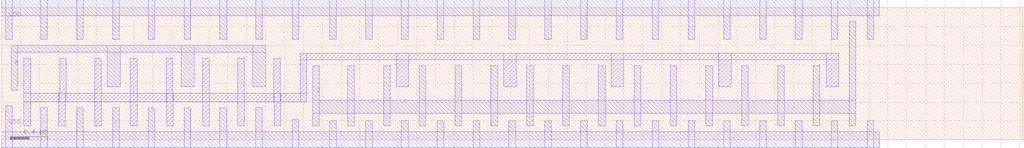
<source format=lef>
VERSION 5.6 ;
BUSBITCHARS "[]" ;
DIVIDERCHAR "/" ;

UNITS
  DATABASE MICRONS 2000 ;
END UNITS
MANUFACTURINGGRID 0.005 ;
LAYER poly
  TYPE MASTERSLICE ;
END poly

LAYER active
  TYPE MASTERSLICE ;
END active

LAYER metal1
  TYPE ROUTING ;
  DIRECTION HORIZONTAL ;
  PITCH 0.19 0.14 ;
  WIDTH 0.07 ;
  OFFSET 0.095 0.07 ;
  #SPACING 0.065 ;
  SPACINGTABLE
    PARALLELRUNLENGTH 0
    WIDTH 0 0.065 ;
  RESISTANCE RPERSQ 0.38 ;
  CAPACITANCE CPERSQDIST 7.7161e-05 ;
  HEIGHT 0.37 ;
  THICKNESS 0.13 ;
  EDGECAPACITANCE 2.7365e-05 ;
END metal1

LAYER via1
  TYPE CUT ;
  SPACING 0.08 ;
  WIDTH 0.07 ;
  RESISTANCE 5 ;
END via1

LAYER metal2
  TYPE ROUTING ;
  DIRECTION VERTICAL ;
  PITCH 0.19 0.14 ;
  WIDTH 0.07 ;
  OFFSET 0.095 0.07 ;
  SPACINGTABLE
    PARALLELRUNLENGTH 0 0.3 0.9 1.8 2.7 4
    WIDTH 0 0.07 0.07 0.07 0.07 0.07 0.07
    WIDTH 0.09 0.07 0.09 0.09 0.09 0.09 0.09
    WIDTH 0.27 0.07 0.09 0.27 0.27 0.27 0.27
    WIDTH 0.5 0.07 0.09 0.27 0.5 0.5 0.5
    WIDTH 0.9 0.07 0.09 0.27 0.5 0.9 0.9
    WIDTH 1.5 0.07 0.09 0.27 0.5 0.9 1.5 ;
  RESISTANCE RPERSQ 0.25 ;
  CAPACITANCE CPERSQDIST 4.0896e-05 ;
  HEIGHT 0.62 ;
  THICKNESS 0.14 ;
  EDGECAPACITANCE 2.5157e-05 ;
END metal2

LAYER via2
  TYPE CUT ;
  SPACING 0.09 ;
  WIDTH 0.07 ;
  RESISTANCE 5 ;
END via2

LAYER metal3
  TYPE ROUTING ;
  DIRECTION HORIZONTAL ;
  PITCH 0.19 0.14 ;
  WIDTH 0.07 ;
  OFFSET 0.095 0.07 ;
  SPACINGTABLE
    PARALLELRUNLENGTH 0 0.3 0.9 1.8 2.7 4
    WIDTH 0 0.07 0.07 0.07 0.07 0.07 0.07
    WIDTH 0.09 0.07 0.09 0.09 0.09 0.09 0.09
    WIDTH 0.27 0.07 0.09 0.27 0.27 0.27 0.27
    WIDTH 0.5 0.07 0.09 0.27 0.5 0.5 0.5
    WIDTH 0.9 0.07 0.09 0.27 0.5 0.9 0.9
    WIDTH 1.5 0.07 0.09 0.27 0.5 0.9 1.5 ;
  RESISTANCE RPERSQ 0.25 ;
  CAPACITANCE CPERSQDIST 2.7745e-05 ;
  HEIGHT 0.88 ;
  THICKNESS 0.14 ;
  EDGECAPACITANCE 2.5157e-05 ;
END metal3

LAYER via3
  TYPE CUT ;
  SPACING 0.09 ;
  WIDTH 0.07 ;
  RESISTANCE 5 ;
END via3

LAYER metal4
  TYPE ROUTING ;
  DIRECTION VERTICAL ;
  PITCH 0.28 0.28 ;
  WIDTH 0.14 ;
  OFFSET 0.095 0.07 ;
  SPACINGTABLE
    PARALLELRUNLENGTH 0 0.9 1.8 2.7 4
    WIDTH 0 0.14 0.14 0.14 0.14 0.14
    WIDTH 0.27 0.14 0.27 0.27 0.27 0.27
    WIDTH 0.5 0.14 0.27 0.5 0.5 0.5
    WIDTH 0.9 0.14 0.27 0.5 0.9 0.9
    WIDTH 1.5 0.14 0.27 0.5 0.9 1.5 ;
  RESISTANCE RPERSQ 0.21 ;
  CAPACITANCE CPERSQDIST 2.0743e-05 ;
  HEIGHT 1.14 ;
  THICKNESS 0.28 ;
  EDGECAPACITANCE 3.0908e-05 ;
END metal4

LAYER via4
  TYPE CUT ;
  SPACING 0.16 ;
  WIDTH 0.14 ;
  RESISTANCE 3 ;
END via4

LAYER metal5
  TYPE ROUTING ;
  DIRECTION HORIZONTAL ;
  PITCH 0.28 0.28 ;
  WIDTH 0.14 ;
  OFFSET 0.095 0.07 ;
  SPACINGTABLE
    PARALLELRUNLENGTH 0 0.9 1.8 2.7 4
    WIDTH 0 0.14 0.14 0.14 0.14 0.14
    WIDTH 0.27 0.14 0.27 0.27 0.27 0.27
    WIDTH 0.5 0.14 0.27 0.5 0.5 0.5
    WIDTH 0.9 0.14 0.27 0.5 0.9 0.9
    WIDTH 1.5 0.14 0.27 0.5 0.9 1.5 ;
  RESISTANCE RPERSQ 0.21 ;
  CAPACITANCE CPERSQDIST 1.3527e-05 ;
  HEIGHT 1.71 ;
  THICKNESS 0.28 ;
  EDGECAPACITANCE 2.3863e-06 ;
END metal5

LAYER via5
  TYPE CUT ;
  SPACING 0.16 ;
  WIDTH 0.14 ;
  RESISTANCE 3 ;
END via5

LAYER metal6
  TYPE ROUTING ;
  DIRECTION VERTICAL ;
  PITCH 0.28 0.28 ;
  WIDTH 0.14 ;
  OFFSET 0.095 0.07 ;
  SPACINGTABLE
    PARALLELRUNLENGTH 0 0.9 1.8 2.7 4
    WIDTH 0 0.14 0.14 0.14 0.14 0.14
    WIDTH 0.27 0.14 0.27 0.27 0.27 0.27
    WIDTH 0.5 0.14 0.27 0.5 0.5 0.5
    WIDTH 0.9 0.14 0.27 0.5 0.9 0.9
    WIDTH 1.5 0.14 0.27 0.5 0.9 1.5 ;
  RESISTANCE RPERSQ 0.21 ;
  CAPACITANCE CPERSQDIST 1.0036e-05 ;
  HEIGHT 2.28 ;
  THICKNESS 0.28 ;
  EDGECAPACITANCE 2.3863e-05 ;
END metal6

LAYER via6
  TYPE CUT ;
  SPACING 0.16 ;
  WIDTH 0.14 ;
  RESISTANCE 3 ;
END via6

LAYER metal7
  TYPE ROUTING ;
  DIRECTION HORIZONTAL ;
  PITCH 0.8 0.8 ;
  WIDTH 0.4 ;
  OFFSET 0.095 0.07 ;
  SPACINGTABLE
    PARALLELRUNLENGTH 0 1.8 2.7 4
    WIDTH 0 0.4 0.4 0.4 0.4
    WIDTH 0.5 0.4 0.5 0.5 0.5
    WIDTH 0.9 0.4 0.5 0.9 0.9
    WIDTH 1.5 0.4 0.5 0.9 1.5 ;
  RESISTANCE RPERSQ 0.075 ;
  CAPACITANCE CPERSQDIST 7.9771e-06 ;
  HEIGHT 2.85 ;
  THICKNESS 0.8 ;
  EDGECAPACITANCE 3.2577e-05 ;
END metal7

LAYER via7
  TYPE CUT ;
  SPACING 0.44 ;
  WIDTH 0.4 ;
  RESISTANCE 1 ;
END via7

LAYER metal8
  TYPE ROUTING ;
  DIRECTION VERTICAL ;
  PITCH 0.8 0.8 ;
  WIDTH 0.4 ;
  OFFSET 0.095 0.07 ;
  SPACINGTABLE
    PARALLELRUNLENGTH 0 1.8 2.7 4
    WIDTH 0 0.4 0.4 0.4 0.4
    WIDTH 0.5 0.4 0.5 0.5 0.5
    WIDTH 0.9 0.4 0.5 0.9 0.9
    WIDTH 1.5 0.4 0.5 0.9 1.5 ;
  RESISTANCE RPERSQ 0.075 ;
  CAPACITANCE CPERSQDIST 5.0391e-06 ;
  HEIGHT 4.47 ;
  THICKNESS 0.8 ;
  EDGECAPACITANCE 2.3932e-05 ;
END metal8

LAYER via8
  TYPE CUT ;
  SPACING 0.44 ;
  WIDTH 0.4 ;
  RESISTANCE 1 ;
END via8

LAYER metal9
  TYPE ROUTING ;
  DIRECTION HORIZONTAL ;
  PITCH 1.6 1.6 ;
  WIDTH 0.8 ;
  OFFSET 0.095 0.07 ;
  SPACINGTABLE
    PARALLELRUNLENGTH 0 2.7 4
    WIDTH 0 0.8 0.8 0.8
    WIDTH 0.9 0.8 0.9 0.9
    WIDTH 1.5 0.8 0.9 1.5 ;
  RESISTANCE RPERSQ 0.03 ;
  CAPACITANCE CPERSQDIST 3.6827e-06 ;
  HEIGHT 6.09 ;
  THICKNESS 2 ;
  EDGECAPACITANCE 3.0803e-05 ;
END metal9

LAYER via9
  TYPE CUT ;
  SPACING 0.88 ;
  WIDTH 0.8 ;
  RESISTANCE 0.5 ;
END via9

LAYER metal10
  TYPE ROUTING ;
  DIRECTION VERTICAL ;
  PITCH 1.6 1.6 ;
  WIDTH 0.8 ;
  OFFSET 0.095 0.07 ;
  SPACINGTABLE
    PARALLELRUNLENGTH 0 2.7 4
    WIDTH 0 0.8 0.8 0.8
    WIDTH 0.9 0.8 0.9 0.9
    WIDTH 1.5 0.8 0.9 1.5 ;
  RESISTANCE RPERSQ 0.03 ;
  CAPACITANCE CPERSQDIST 2.2124e-06 ;
  HEIGHT 10.09 ;
  THICKNESS 2 ;
  EDGECAPACITANCE 2.3667e-05 ;
END metal10

LAYER OVERLAP
  TYPE OVERLAP ;
END OVERLAP

VIARULE Via1Array-0 GENERATE
  LAYER metal1 ;
    ENCLOSURE 0.035 0.035 ;
  LAYER metal2 ;
    ENCLOSURE 0.035 0.035 ;
  LAYER via1 ;
    RECT -0.035 -0.035 0.035 0.035 ;
    SPACING 0.15 BY 0.15 ;
END Via1Array-0

VIARULE Via1Array-1 GENERATE
  LAYER metal1 ;
    ENCLOSURE 0 0.035 ;
  LAYER metal2 ;
    ENCLOSURE 0 0.035 ;
  LAYER via1 ;
    RECT -0.035 -0.035 0.035 0.035 ;
    SPACING 0.15 BY 0.15 ;
END Via1Array-1

VIARULE Via1Array-2 GENERATE
  LAYER metal1 ;
    ENCLOSURE 0.035 0 ;
  LAYER metal2 ;
    ENCLOSURE 0.035 0 ;
  LAYER via1 ;
    RECT -0.035 -0.035 0.035 0.035 ;
    SPACING 0.15 BY 0.15 ;
END Via1Array-2

VIARULE Via1Array-3 GENERATE
  LAYER metal1 ;
    ENCLOSURE 0 0.035 ;
  LAYER metal2 ;
    ENCLOSURE 0.035 0 ;
  LAYER via1 ;
    RECT -0.035 -0.035 0.035 0.035 ;
    SPACING 0.15 BY 0.15 ;
END Via1Array-3

VIARULE Via1Array-4 GENERATE
  LAYER metal1 ;
    ENCLOSURE 0.035 0 ;
  LAYER metal2 ;
    ENCLOSURE 0 0.035 ;
  LAYER via1 ;
    RECT -0.035 -0.035 0.035 0.035 ;
    SPACING 0.15 BY 0.15 ;
END Via1Array-4

VIARULE Via2Array-0 GENERATE
  LAYER metal2 ;
    ENCLOSURE 0.035 0.035 ;
  LAYER metal3 ;
    ENCLOSURE 0.035 0.035 ;
  LAYER via2 ;
    RECT -0.035 -0.035 0.035 0.035 ;
    SPACING 0.16 BY 0.16 ;
END Via2Array-0

VIARULE Via2Array-1 GENERATE
  LAYER metal2 ;
    ENCLOSURE 0 0.035 ;
  LAYER metal3 ;
    ENCLOSURE 0 0.035 ;
  LAYER via2 ;
    RECT -0.035 -0.035 0.035 0.035 ;
    SPACING 0.16 BY 0.16 ;
END Via2Array-1

VIARULE Via2Array-2 GENERATE
  LAYER metal2 ;
    ENCLOSURE 0.035 0 ;
  LAYER metal3 ;
    ENCLOSURE 0.035 0 ;
  LAYER via2 ;
    RECT -0.035 -0.035 0.035 0.035 ;
    SPACING 0.16 BY 0.16 ;
END Via2Array-2

VIARULE Via2Array-3 GENERATE
  LAYER metal2 ;
    ENCLOSURE 0 0.035 ;
  LAYER metal3 ;
    ENCLOSURE 0.035 0 ;
  LAYER via2 ;
    RECT -0.035 -0.035 0.035 0.035 ;
    SPACING 0.16 BY 0.16 ;
END Via2Array-3

VIARULE Via2Array-4 GENERATE
  LAYER metal2 ;
    ENCLOSURE 0.035 0 ;
  LAYER metal3 ;
    ENCLOSURE 0 0.035 ;
  LAYER via2 ;
    RECT -0.035 -0.035 0.035 0.035 ;
    SPACING 0.16 BY 0.16 ;
END Via2Array-4

VIARULE Via3Array-0 GENERATE
  LAYER metal3 ;
    ENCLOSURE 0.035 0.035 ;
  LAYER metal4 ;
    ENCLOSURE 0.035 0.035 ;
  LAYER via3 ;
    RECT -0.035 -0.035 0.035 0.035 ;
    SPACING 0.16 BY 0.16 ;
END Via3Array-0

VIARULE Via3Array-1 GENERATE
  LAYER metal3 ;
    ENCLOSURE 0 0.035 ;
  LAYER metal4 ;
    ENCLOSURE 0.035 0.035 ;
  LAYER via3 ;
    RECT -0.035 -0.035 0.035 0.035 ;
    SPACING 0.16 BY 0.16 ;
END Via3Array-1

VIARULE Via3Array-2 GENERATE
  LAYER metal3 ;
    ENCLOSURE 0.035 0 ;
  LAYER metal4 ;
    ENCLOSURE 0.035 0.035 ;
  LAYER via3 ;
    RECT -0.035 -0.035 0.035 0.035 ;
    SPACING 0.16 BY 0.16 ;
END Via3Array-2

VIARULE Via4Array-0 GENERATE
  LAYER metal4 ;
    ENCLOSURE 0 0 ;
  LAYER metal5 ;
    ENCLOSURE 0 0 ;
  LAYER via4 ;
    RECT -0.07 -0.07 0.07 0.07 ;
    SPACING 0.3 BY 0.3 ;
END Via4Array-0

VIARULE Via5Array-0 GENERATE
  LAYER metal5 ;
    ENCLOSURE 0 0 ;
  LAYER metal6 ;
    ENCLOSURE 0 0 ;
  LAYER via5 ;
    RECT -0.07 -0.07 0.07 0.07 ;
    SPACING 0.3 BY 0.3 ;
END Via5Array-0

VIARULE Via6Array-0 GENERATE
  LAYER metal6 ;
    ENCLOSURE 0 0 ;
  LAYER metal7 ;
    ENCLOSURE 0.13 0.13 ;
  LAYER via6 ;
    RECT -0.07 -0.07 0.07 0.07 ;
    SPACING 0.3 BY 0.3 ;
END Via6Array-0

VIARULE Via7Array-0 GENERATE
  LAYER metal7 ;
    ENCLOSURE 0 0 ;
  LAYER metal8 ;
    ENCLOSURE 0 0 ;
  LAYER via7 ;
    RECT -0.2 -0.2 0.2 0.2 ;
    SPACING 0.84 BY 0.84 ;
END Via7Array-0

VIARULE Via8Array-0 GENERATE
  LAYER metal8 ;
    ENCLOSURE 0 0 ;
  LAYER metal9 ;
    ENCLOSURE 0.2 0.2 ;
  LAYER via8 ;
    RECT -0.2 -0.2 0.2 0.2 ;
    SPACING 0.84 BY 0.84 ;
END Via8Array-0

VIARULE Via9Array-0 GENERATE
  LAYER metal9 ;
    ENCLOSURE 0 0 ;
  LAYER metal10 ;
    ENCLOSURE 0 0 ;
  LAYER via9 ;
    RECT -0.4 -0.4 0.4 0.4 ;
    SPACING 1.68 BY 1.68 ;
END Via9Array-0

VIA via1_0 DEFAULT
  LAYER via1 ;
    RECT -0.035 -0.035 0.035 0.035 ;
  LAYER metal1 ;
    RECT -0.07 -0.07 0.07 0.07 ;
  LAYER metal2 ;
    RECT -0.07 -0.07 0.07 0.07 ;
END via1_0

VIA via1_1 DEFAULT
  LAYER via1 ;
    RECT -0.035 -0.035 0.035 0.035 ;
  LAYER metal1 ;
    RECT -0.07 -0.07 0.07 0.07 ;
  LAYER metal2 ;
    RECT -0.035 -0.07 0.035 0.07 ;
END via1_1

VIA via1_2 DEFAULT
  LAYER via1 ;
    RECT -0.035 -0.035 0.035 0.035 ;
  LAYER metal1 ;
    RECT -0.07 -0.07 0.07 0.07 ;
  LAYER metal2 ;
    RECT -0.07 -0.035 0.07 0.035 ;
END via1_2

VIA via1_3 DEFAULT
  LAYER via1 ;
    RECT -0.035 -0.035 0.035 0.035 ;
  LAYER metal1 ;
    RECT -0.035 -0.07 0.035 0.07 ;
  LAYER metal2 ;
    RECT -0.07 -0.07 0.07 0.07 ;
END via1_3

VIA via1_4 DEFAULT
  LAYER via1 ;
    RECT -0.035 -0.035 0.035 0.035 ;
  LAYER metal1 ;
    RECT -0.035 -0.07 0.035 0.07 ;
  LAYER metal2 ;
    RECT -0.035 -0.07 0.035 0.07 ;
END via1_4

VIA via1_5 DEFAULT
  LAYER via1 ;
    RECT -0.035 -0.035 0.035 0.035 ;
  LAYER metal1 ;
    RECT -0.035 -0.07 0.035 0.07 ;
  LAYER metal2 ;
    RECT -0.07 -0.035 0.07 0.035 ;
END via1_5

VIA via1_6 DEFAULT
  LAYER via1 ;
    RECT -0.035 -0.035 0.035 0.035 ;
  LAYER metal1 ;
    RECT -0.07 -0.035 0.07 0.035 ;
  LAYER metal2 ;
    RECT -0.07 -0.07 0.07 0.07 ;
END via1_6

VIA via1_7 DEFAULT
  LAYER via1 ;
    RECT -0.035 -0.035 0.035 0.035 ;
  LAYER metal1 ;
    RECT -0.07 -0.035 0.07 0.035 ;
  LAYER metal2 ;
    RECT -0.035 -0.07 0.035 0.07 ;
END via1_7

VIA via1_8 DEFAULT
  LAYER via1 ;
    RECT -0.035 -0.035 0.035 0.035 ;
  LAYER metal1 ;
    RECT -0.07 -0.035 0.07 0.035 ;
  LAYER metal2 ;
    RECT -0.07 -0.035 0.07 0.035 ;
END via1_8

VIA via2_0 DEFAULT
  LAYER via2 ;
    RECT -0.035 -0.035 0.035 0.035 ;
  LAYER metal2 ;
    RECT -0.07 -0.07 0.07 0.07 ;
  LAYER metal3 ;
    RECT -0.07 -0.07 0.07 0.07 ;
END via2_0

VIA via2_1 DEFAULT
  LAYER via2 ;
    RECT -0.035 -0.035 0.035 0.035 ;
  LAYER metal2 ;
    RECT -0.07 -0.07 0.07 0.07 ;
  LAYER metal3 ;
    RECT -0.035 -0.07 0.035 0.07 ;
END via2_1

VIA via2_2 DEFAULT
  LAYER via2 ;
    RECT -0.035 -0.035 0.035 0.035 ;
  LAYER metal2 ;
    RECT -0.07 -0.07 0.07 0.07 ;
  LAYER metal3 ;
    RECT -0.07 -0.035 0.07 0.035 ;
END via2_2

VIA via2_3 DEFAULT
  LAYER via2 ;
    RECT -0.035 -0.035 0.035 0.035 ;
  LAYER metal2 ;
    RECT -0.035 -0.07 0.035 0.07 ;
  LAYER metal3 ;
    RECT -0.07 -0.07 0.07 0.07 ;
END via2_3

VIA via2_4 DEFAULT
  LAYER via2 ;
    RECT -0.035 -0.035 0.035 0.035 ;
  LAYER metal2 ;
    RECT -0.035 -0.07 0.035 0.07 ;
  LAYER metal3 ;
    RECT -0.035 -0.07 0.035 0.07 ;
END via2_4

VIA via2_5 DEFAULT
  LAYER via2 ;
    RECT -0.035 -0.035 0.035 0.035 ;
  LAYER metal2 ;
    RECT -0.035 -0.07 0.035 0.07 ;
  LAYER metal3 ;
    RECT -0.07 -0.035 0.07 0.035 ;
END via2_5

VIA via2_6 DEFAULT
  LAYER via2 ;
    RECT -0.035 -0.035 0.035 0.035 ;
  LAYER metal2 ;
    RECT -0.07 -0.035 0.07 0.035 ;
  LAYER metal3 ;
    RECT -0.07 -0.07 0.07 0.07 ;
END via2_6

VIA via2_7 DEFAULT
  LAYER via2 ;
    RECT -0.035 -0.035 0.035 0.035 ;
  LAYER metal2 ;
    RECT -0.07 -0.035 0.07 0.035 ;
  LAYER metal3 ;
    RECT -0.035 -0.07 0.035 0.07 ;
END via2_7

VIA via2_8 DEFAULT
  LAYER via2 ;
    RECT -0.035 -0.035 0.035 0.035 ;
  LAYER metal2 ;
    RECT -0.07 -0.035 0.07 0.035 ;
  LAYER metal3 ;
    RECT -0.07 -0.035 0.07 0.035 ;
END via2_8

VIA via3_0 DEFAULT
  LAYER via3 ;
    RECT -0.035 -0.035 0.035 0.035 ;
  LAYER metal3 ;
    RECT -0.07 -0.07 0.07 0.07 ;
  LAYER metal4 ;
    RECT -0.07 -0.07 0.07 0.07 ;
END via3_0

VIA via3_1 DEFAULT
  LAYER via3 ;
    RECT -0.035 -0.035 0.035 0.035 ;
  LAYER metal3 ;
    RECT -0.035 -0.07 0.035 0.07 ;
  LAYER metal4 ;
    RECT -0.07 -0.07 0.07 0.07 ;
END via3_1

VIA via3_2 DEFAULT
  LAYER via3 ;
    RECT -0.035 -0.035 0.035 0.035 ;
  LAYER metal3 ;
    RECT -0.07 -0.035 0.07 0.035 ;
  LAYER metal4 ;
    RECT -0.07 -0.07 0.07 0.07 ;
END via3_2

VIA via4_0 DEFAULT
  LAYER via4 ;
    RECT -0.07 -0.07 0.07 0.07 ;
  LAYER metal4 ;
    RECT -0.07 -0.07 0.07 0.07 ;
  LAYER metal5 ;
    RECT -0.07 -0.07 0.07 0.07 ;
END via4_0

VIA via5_0 DEFAULT
  LAYER via5 ;
    RECT -0.07 -0.07 0.07 0.07 ;
  LAYER metal5 ;
    RECT -0.07 -0.07 0.07 0.07 ;
  LAYER metal6 ;
    RECT -0.07 -0.07 0.07 0.07 ;
END via5_0

VIA via6_0 DEFAULT
  LAYER via6 ;
    RECT -0.07 -0.07 0.07 0.07 ;
  LAYER metal6 ;
    RECT -0.07 -0.07 0.07 0.07 ;
  LAYER metal7 ;
    RECT -0.2 -0.2 0.2 0.2 ;
END via6_0

VIA via7_0 DEFAULT
  LAYER via7 ;
    RECT -0.2 -0.2 0.2 0.2 ;
  LAYER metal7 ;
    RECT -0.2 -0.2 0.2 0.2 ;
  LAYER metal8 ;
    RECT -0.2 -0.2 0.2 0.2 ;
END via7_0

VIA via8_0 DEFAULT
  LAYER via8 ;
    RECT -0.2 -0.2 0.2 0.2 ;
  LAYER metal8 ;
    RECT -0.2 -0.2 0.2 0.2 ;
  LAYER metal9 ;
    RECT -0.4 -0.4 0.4 0.4 ;
END via8_0

VIA via9_0 DEFAULT
  LAYER via9 ;
    RECT -0.4 -0.4 0.4 0.4 ;
  LAYER metal9 ;
    RECT -0.4 -0.4 0.4 0.4 ;
  LAYER metal10 ;
    RECT -0.4 -0.4 0.4 0.4 ;
END via9_0

SPACING
  SAMENET metal1 metal1 0.065 ;
  SAMENET via1 via1 0.08 ;
  SAMENET metal2 metal2 0.07 ;
  SAMENET via2 via2 0.09 ;
  SAMENET metal3 metal3 0.07 ;
  SAMENET via3 via3 0.09 ;
  SAMENET metal4 metal4 0.14 ;
  SAMENET via4 via4 0.16 ;
  SAMENET metal5 metal5 0.14 ;
  SAMENET via5 via5 0.16 ;
  SAMENET metal6 metal6 0.14 ;
  SAMENET via6 via6 0.16 ;
  SAMENET metal7 metal7 0.4 ;
  SAMENET via7 via7 0.44 ;
  SAMENET metal8 metal8 0.4 ;
  SAMENET via8 via8 0.44 ;
  SAMENET metal9 metal9 0.8 ;
  SAMENET via9 via9 0.88 ;
  SAMENET metal10 metal10 0.8 ;
  SAMENET via1 via2 0 STACK ;
  SAMENET via2 via3 0 STACK ;
  SAMENET via3 via4 0 STACK ;
  SAMENET via4 via5 0 STACK ;
  SAMENET via5 via6 0 STACK ;
  SAMENET via6 via7 0 STACK ;
  SAMENET via7 via8 0 STACK ;
  SAMENET via8 via9 0 STACK ;
END SPACING

SITE FreePDK45_38x28_10R_NP_162NW_34O
  CLASS CORE ;
  SYMMETRY Y ;
  SIZE 0.19 BY 1.4 ;
END FreePDK45_38x28_10R_NP_162NW_34O

MACRO AND2_X1
  CLASS CORE ;
  ORIGIN 0 0 ;
  FOREIGN AND2_X1 0 0 ;
  SIZE 2.28 BY 1.4 ;
  SYMMETRY X Y ;
  SITE FreePDK45_38x28_10R_NP_162NW_34O ;
  PIN A1
    DIRECTION INPUT ;
    USE SIGNAL ;
    PORT
      LAYER metal1 ;
        RECT 0.06 0.525 0.185 0.7 ;
    END
  END A1
  PIN A2
    DIRECTION INPUT ;
    USE SIGNAL ;
    PORT
      LAYER metal1 ;
        RECT 0.25 0.525 0.38 0.7 ;
    END
  END A2
  PIN ZN
    DIRECTION OUTPUT ;
    USE SIGNAL ;
    PORT
      LAYER metal1 ;
        RECT 0.61 0.19 0.7 1.25 ;
    END
  END ZN
  PIN VDD
    DIRECTION INOUT ;
    USE POWER ;
    SHAPE ABUTMENT ;
    PORT
      LAYER metal1 ;
        RECT 0 1.315 0.76 1.485 ;
        RECT 0.415 0.975 0.485 1.485 ;
        RECT 0.04 0.975 0.11 1.485 ;
    END
  END VDD
  PIN VSS
    DIRECTION INOUT ;
    USE GROUND ;
    SHAPE ABUTMENT ;
    PORT
      LAYER metal1 ;
        RECT 0 -0.085 0.76 0.085 ;
        RECT 0.415 -0.085 0.485 0.325 ;
    END
  END VSS
  OBS
    LAYER metal1 ;
      RECT 0.235 0.84 0.305 1.25 ;
      RECT 0.235 0.84 0.54 0.91 ;
      RECT 0.47 0.39 0.54 0.91 ;
      RECT 0.045 0.39 0.54 0.46 ;
      RECT 0.045 0.19 0.115 0.46 ;
  END
END AND2_X1

MACRO AND2_X2
  CLASS CORE ;
  ORIGIN 0 0 ;
  FOREIGN AND2_X2 0 0 ;
  SIZE 2.47 BY 1.4 ;
  SYMMETRY X Y ;
  SITE FreePDK45_38x28_10R_NP_162NW_34O ;
  PIN A1
    DIRECTION INPUT ;
    USE SIGNAL ;
    PORT
      LAYER metal1 ;
        RECT 0.06 0.525 0.185 0.7 ;
    END
  END A1
  PIN A2
    DIRECTION INPUT ;
    USE SIGNAL ;
    PORT
      LAYER metal1 ;
        RECT 0.25 0.525 0.38 0.7 ;
    END
  END A2
  PIN ZN
    DIRECTION OUTPUT ;
    USE SIGNAL ;
    PORT
      LAYER metal1 ;
        RECT 0.615 0.15 0.7 1.25 ;
    END
  END ZN
  PIN VDD
    DIRECTION INOUT ;
    USE POWER ;
    SHAPE ABUTMENT ;
    PORT
      LAYER metal1 ;
        RECT 0 1.315 0.95 1.485 ;
        RECT 0.795 0.975 0.865 1.485 ;
        RECT 0.415 0.975 0.485 1.485 ;
        RECT 0.04 0.975 0.11 1.485 ;
    END
  END VDD
  PIN VSS
    DIRECTION INOUT ;
    USE GROUND ;
    SHAPE ABUTMENT ;
    PORT
      LAYER metal1 ;
        RECT 0 -0.085 0.95 0.085 ;
        RECT 0.795 -0.085 0.865 0.425 ;
        RECT 0.415 -0.085 0.485 0.285 ;
    END
  END VSS
  OBS
    LAYER metal1 ;
      RECT 0.235 0.84 0.305 1.25 ;
      RECT 0.235 0.84 0.545 0.91 ;
      RECT 0.475 0.39 0.545 0.91 ;
      RECT 0.045 0.39 0.545 0.46 ;
      RECT 0.045 0.15 0.115 0.46 ;
  END
END AND2_X2

MACRO AND2_X4
  CLASS CORE ;
  ORIGIN 0 0 ;
  FOREIGN AND2_X4 0 0 ;
  SIZE 3.23 BY 1.4 ;
  SYMMETRY X Y ;
  SITE FreePDK45_38x28_10R_NP_162NW_34O ;
  PIN A1
    DIRECTION INPUT ;
    USE SIGNAL ;
    PORT
      LAYER metal1 ;
        RECT 0.25 0.42 0.38 0.66 ;
    END
  END A1
  PIN A2
    DIRECTION INPUT ;
    USE SIGNAL ;
    PORT
      LAYER metal1 ;
        RECT 0.06 0.725 0.76 0.795 ;
        RECT 0.69 0.525 0.76 0.795 ;
        RECT 0.06 0.42 0.185 0.795 ;
    END
  END A2
  PIN ZN
    DIRECTION OUTPUT ;
    USE SIGNAL ;
    PORT
      LAYER metal1 ;
        RECT 1.365 0.15 1.435 1.25 ;
        RECT 0.995 0.68 1.435 0.75 ;
        RECT 0.995 0.15 1.08 1.25 ;
    END
  END ZN
  PIN VDD
    DIRECTION INOUT ;
    USE POWER ;
    SHAPE ABUTMENT ;
    PORT
      LAYER metal1 ;
        RECT 0 1.315 1.71 1.485 ;
        RECT 1.555 0.995 1.625 1.485 ;
        RECT 1.175 0.995 1.245 1.485 ;
        RECT 0.795 0.995 0.865 1.485 ;
        RECT 0.415 0.995 0.485 1.485 ;
        RECT 0.04 0.995 0.11 1.485 ;
    END
  END VDD
  PIN VSS
    DIRECTION INOUT ;
    USE GROUND ;
    SHAPE ABUTMENT ;
    PORT
      LAYER metal1 ;
        RECT 0 -0.085 1.71 0.085 ;
        RECT 1.555 -0.085 1.625 0.355 ;
        RECT 1.175 -0.085 1.245 0.355 ;
        RECT 0.795 -0.085 0.865 0.215 ;
        RECT 0.04 -0.085 0.11 0.355 ;
    END
  END VSS
  OBS
    LAYER metal1 ;
      RECT 0.605 0.86 0.675 1.25 ;
      RECT 0.235 0.86 0.305 1.25 ;
      RECT 0.235 0.86 0.92 0.93 ;
      RECT 0.85 0.285 0.92 0.93 ;
      RECT 0.425 0.285 0.92 0.355 ;
      RECT 0.425 0.22 0.495 0.355 ;
  END
END AND2_X4

MACRO AND3_X1
  CLASS CORE ;
  ORIGIN 0 0 ;
  FOREIGN AND3_X1 0 0 ;
  SIZE 2.47 BY 1.4 ;
  SYMMETRY X Y ;
  SITE FreePDK45_38x28_10R_NP_162NW_34O ;
  PIN A1
    DIRECTION INPUT ;
    USE SIGNAL ;
    PORT
      LAYER metal1 ;
        RECT 0.06 0.525 0.185 0.7 ;
    END
  END A1
  PIN A2
    DIRECTION INPUT ;
    USE SIGNAL ;
    PORT
      LAYER metal1 ;
        RECT 0.25 0.525 0.375 0.7 ;
    END
  END A2
  PIN A3
    DIRECTION INPUT ;
    USE SIGNAL ;
    PORT
      LAYER metal1 ;
        RECT 0.44 0.525 0.57 0.7 ;
    END
  END A3
  PIN ZN
    DIRECTION OUTPUT ;
    USE SIGNAL ;
    PORT
      LAYER metal1 ;
        RECT 0.8 0.975 0.89 1.25 ;
        RECT 0.82 0.15 0.89 1.25 ;
        RECT 0.8 0.15 0.89 0.425 ;
    END
  END ZN
  PIN VDD
    DIRECTION INOUT ;
    USE POWER ;
    SHAPE ABUTMENT ;
    PORT
      LAYER metal1 ;
        RECT 0 1.315 0.95 1.485 ;
        RECT 0.605 1 0.675 1.485 ;
        RECT 0.225 1.04 0.295 1.485 ;
    END
  END VDD
  PIN VSS
    DIRECTION INOUT ;
    USE GROUND ;
    SHAPE ABUTMENT ;
    PORT
      LAYER metal1 ;
        RECT 0 -0.085 0.95 0.085 ;
        RECT 0.605 -0.085 0.675 0.285 ;
    END
  END VSS
  OBS
    LAYER metal1 ;
      RECT 0.415 0.865 0.485 1.25 ;
      RECT 0.045 0.865 0.115 1.25 ;
      RECT 0.045 0.865 0.705 0.935 ;
      RECT 0.635 0.35 0.705 0.935 ;
      RECT 0.635 0.525 0.755 0.66 ;
      RECT 0.045 0.35 0.705 0.42 ;
      RECT 0.045 0.15 0.115 0.42 ;
  END
END AND3_X1

MACRO AND3_X2
  CLASS CORE ;
  ORIGIN 0 0 ;
  FOREIGN AND3_X2 0 0 ;
  SIZE 2.66 BY 1.4 ;
  SYMMETRY X Y ;
  SITE FreePDK45_38x28_10R_NP_162NW_34O ;
  PIN A1
    DIRECTION INPUT ;
    USE SIGNAL ;
    PORT
      LAYER metal1 ;
        RECT 0.06 0.525 0.185 0.7 ;
    END
  END A1
  PIN A2
    DIRECTION INPUT ;
    USE SIGNAL ;
    PORT
      LAYER metal1 ;
        RECT 0.25 0.525 0.375 0.7 ;
    END
  END A2
  PIN A3
    DIRECTION INPUT ;
    USE SIGNAL ;
    PORT
      LAYER metal1 ;
        RECT 0.44 0.525 0.57 0.7 ;
    END
  END A3
  PIN ZN
    DIRECTION OUTPUT ;
    USE SIGNAL ;
    PORT
      LAYER metal1 ;
        RECT 0.805 0.15 0.89 1.25 ;
    END
  END ZN
  PIN VDD
    DIRECTION INOUT ;
    USE POWER ;
    SHAPE ABUTMENT ;
    PORT
      LAYER metal1 ;
        RECT 0 1.315 1.14 1.485 ;
        RECT 0.99 0.975 1.06 1.485 ;
        RECT 0.605 0.975 0.675 1.485 ;
        RECT 0.225 0.975 0.295 1.485 ;
    END
  END VDD
  PIN VSS
    DIRECTION INOUT ;
    USE GROUND ;
    SHAPE ABUTMENT ;
    PORT
      LAYER metal1 ;
        RECT 0 -0.085 1.14 0.085 ;
        RECT 0.99 -0.085 1.06 0.425 ;
        RECT 0.605 -0.085 0.675 0.285 ;
    END
  END VSS
  OBS
    LAYER metal1 ;
      RECT 0.415 0.8 0.485 1.25 ;
      RECT 0.045 0.8 0.115 1.25 ;
      RECT 0.045 0.8 0.735 0.87 ;
      RECT 0.665 0.355 0.735 0.87 ;
      RECT 0.045 0.355 0.735 0.425 ;
      RECT 0.045 0.15 0.115 0.425 ;
  END
END AND3_X2

MACRO AND3_X4
  CLASS CORE ;
  ORIGIN 0 0 ;
  FOREIGN AND3_X4 0 0 ;
  SIZE 3.61 BY 1.4 ;
  SYMMETRY X Y ;
  SITE FreePDK45_38x28_10R_NP_162NW_34O ;
  PIN A1
    DIRECTION INPUT ;
    USE SIGNAL ;
    PORT
      LAYER metal1 ;
        RECT 0.595 0.555 0.73 0.7 ;
    END
  END A1
  PIN A2
    DIRECTION INPUT ;
    USE SIGNAL ;
    PORT
      LAYER metal1 ;
        RECT 0.82 0.42 0.95 0.7 ;
        RECT 0.34 0.42 0.95 0.49 ;
        RECT 0.34 0.42 0.41 0.66 ;
    END
  END A2
  PIN A3
    DIRECTION INPUT ;
    USE SIGNAL ;
    PORT
      LAYER metal1 ;
        RECT 0.12 0.765 1.14 0.835 ;
        RECT 1.07 0.525 1.14 0.835 ;
        RECT 0.12 0.525 0.19 0.835 ;
        RECT 0.06 0.525 0.19 0.7 ;
    END
  END A3
  PIN ZN
    DIRECTION OUTPUT ;
    USE SIGNAL ;
    PORT
      LAYER metal1 ;
        RECT 1.745 0.15 1.815 1.25 ;
        RECT 1.375 0.56 1.815 0.7 ;
        RECT 1.375 0.15 1.445 1.25 ;
    END
  END ZN
  PIN VDD
    DIRECTION INOUT ;
    USE POWER ;
    SHAPE ABUTMENT ;
    PORT
      LAYER metal1 ;
        RECT 0 1.315 2.09 1.485 ;
        RECT 1.935 1.035 2.005 1.485 ;
        RECT 1.555 1.035 1.625 1.485 ;
        RECT 1.175 1.035 1.245 1.485 ;
        RECT 0.795 1.035 0.865 1.485 ;
        RECT 0.415 1.035 0.485 1.485 ;
        RECT 0.04 1.035 0.11 1.485 ;
    END
  END VDD
  PIN VSS
    DIRECTION INOUT ;
    USE GROUND ;
    SHAPE ABUTMENT ;
    PORT
      LAYER metal1 ;
        RECT 0 -0.085 2.09 0.085 ;
        RECT 1.935 -0.085 2.005 0.425 ;
        RECT 1.555 -0.085 1.625 0.425 ;
        RECT 1.175 -0.085 1.245 0.195 ;
        RECT 0.04 -0.085 0.11 0.425 ;
    END
  END VSS
  OBS
    LAYER metal1 ;
      RECT 0.985 0.9 1.055 1.25 ;
      RECT 0.605 0.9 0.675 1.25 ;
      RECT 0.235 0.9 0.305 1.25 ;
      RECT 0.235 0.9 1.305 0.97 ;
      RECT 1.235 0.26 1.305 0.97 ;
      RECT 0.615 0.26 1.305 0.33 ;
      RECT 0.615 0.15 0.685 0.33 ;
  END
END AND3_X4

MACRO AND4_X1
  CLASS CORE ;
  ORIGIN 0 0 ;
  FOREIGN AND4_X1 0 0 ;
  SIZE 2.66 BY 1.4 ;
  SYMMETRY X Y ;
  SITE FreePDK45_38x28_10R_NP_162NW_34O ;
  PIN A1
    DIRECTION INPUT ;
    USE SIGNAL ;
    PORT
      LAYER metal1 ;
        RECT 0.06 0.525 0.185 0.7 ;
    END
  END A1
  PIN A2
    DIRECTION INPUT ;
    USE SIGNAL ;
    PORT
      LAYER metal1 ;
        RECT 0.25 0.525 0.375 0.7 ;
    END
  END A2
  PIN A3
    DIRECTION INPUT ;
    USE SIGNAL ;
    PORT
      LAYER metal1 ;
        RECT 0.44 0.525 0.565 0.7 ;
    END
  END A3
  PIN A4
    DIRECTION INPUT ;
    USE SIGNAL ;
    PORT
      LAYER metal1 ;
        RECT 0.63 0.525 0.76 0.7 ;
    END
  END A4
  PIN ZN
    DIRECTION OUTPUT ;
    USE SIGNAL ;
    PORT
      LAYER metal1 ;
        RECT 0.99 0.15 1.08 1.25 ;
    END
  END ZN
  PIN VDD
    DIRECTION INOUT ;
    USE POWER ;
    SHAPE ABUTMENT ;
    PORT
      LAYER metal1 ;
        RECT 0 1.315 1.14 1.485 ;
        RECT 0.795 0.975 0.865 1.485 ;
        RECT 0.415 0.975 0.485 1.485 ;
        RECT 0.04 0.975 0.11 1.485 ;
    END
  END VDD
  PIN VSS
    DIRECTION INOUT ;
    USE GROUND ;
    SHAPE ABUTMENT ;
    PORT
      LAYER metal1 ;
        RECT 0 -0.085 1.14 0.085 ;
        RECT 0.795 -0.085 0.865 0.285 ;
    END
  END VSS
  OBS
    LAYER metal1 ;
      RECT 0.605 0.84 0.675 1.25 ;
      RECT 0.235 0.84 0.305 1.25 ;
      RECT 0.235 0.84 0.925 0.91 ;
      RECT 0.855 0.35 0.925 0.91 ;
      RECT 0.045 0.35 0.925 0.42 ;
      RECT 0.045 0.15 0.115 0.42 ;
  END
END AND4_X1

MACRO AND4_X2
  CLASS CORE ;
  ORIGIN 0 0 ;
  FOREIGN AND4_X2 0 0 ;
  SIZE 2.85 BY 1.4 ;
  SYMMETRY X Y ;
  SITE FreePDK45_38x28_10R_NP_162NW_34O ;
  PIN A1
    DIRECTION INPUT ;
    USE SIGNAL ;
    PORT
      LAYER metal1 ;
        RECT 0.06 0.525 0.185 0.7 ;
    END
  END A1
  PIN A2
    DIRECTION INPUT ;
    USE SIGNAL ;
    PORT
      LAYER metal1 ;
        RECT 0.25 0.525 0.375 0.7 ;
    END
  END A2
  PIN A3
    DIRECTION INPUT ;
    USE SIGNAL ;
    PORT
      LAYER metal1 ;
        RECT 0.44 0.525 0.565 0.7 ;
    END
  END A3
  PIN A4
    DIRECTION INPUT ;
    USE SIGNAL ;
    PORT
      LAYER metal1 ;
        RECT 0.63 0.525 0.76 0.7 ;
    END
  END A4
  PIN ZN
    DIRECTION OUTPUT ;
    USE SIGNAL ;
    PORT
      LAYER metal1 ;
        RECT 0.995 0.15 1.08 1.25 ;
    END
  END ZN
  PIN VDD
    DIRECTION INOUT ;
    USE POWER ;
    SHAPE ABUTMENT ;
    PORT
      LAYER metal1 ;
        RECT 0 1.315 1.33 1.485 ;
        RECT 1.18 0.975 1.25 1.485 ;
        RECT 0.795 0.975 0.865 1.485 ;
        RECT 0.415 0.975 0.485 1.485 ;
        RECT 0.04 0.975 0.11 1.485 ;
    END
  END VDD
  PIN VSS
    DIRECTION INOUT ;
    USE GROUND ;
    SHAPE ABUTMENT ;
    PORT
      LAYER metal1 ;
        RECT 0 -0.085 1.33 0.085 ;
        RECT 1.18 -0.085 1.25 0.425 ;
        RECT 0.795 -0.085 0.865 0.27 ;
    END
  END VSS
  OBS
    LAYER metal1 ;
      RECT 0.605 0.8 0.675 1.25 ;
      RECT 0.235 0.8 0.305 1.25 ;
      RECT 0.235 0.8 0.925 0.87 ;
      RECT 0.855 0.355 0.925 0.87 ;
      RECT 0.045 0.355 0.925 0.425 ;
      RECT 0.045 0.15 0.115 0.425 ;
  END
END AND4_X2

MACRO AND4_X4
  CLASS CORE ;
  ORIGIN 0 0 ;
  FOREIGN AND4_X4 0 0 ;
  SIZE 3.99 BY 1.4 ;
  SYMMETRY X Y ;
  SITE FreePDK45_38x28_10R_NP_162NW_34O ;
  PIN A1
    DIRECTION INPUT ;
    USE SIGNAL ;
    PORT
      LAYER metal1 ;
        RECT 0.8 0.56 0.935 0.7 ;
    END
  END A1
  PIN A2
    DIRECTION INPUT ;
    USE SIGNAL ;
    PORT
      LAYER metal1 ;
        RECT 1.065 0.425 1.135 0.66 ;
        RECT 0.565 0.425 1.135 0.495 ;
        RECT 0.565 0.425 0.7 0.7 ;
    END
  END A2
  PIN A3
    DIRECTION INPUT ;
    USE SIGNAL ;
    PORT
      LAYER metal1 ;
        RECT 0.355 0.77 1.345 0.84 ;
        RECT 1.2 0.525 1.345 0.84 ;
        RECT 0.355 0.525 0.425 0.84 ;
    END
  END A3
  PIN A4
    DIRECTION INPUT ;
    USE SIGNAL ;
    PORT
      LAYER metal1 ;
        RECT 0.135 0.905 1.535 0.975 ;
        RECT 1.465 0.525 1.535 0.975 ;
        RECT 0.135 0.525 0.205 0.975 ;
        RECT 0.06 0.525 0.205 0.7 ;
    END
  END A4
  PIN ZN
    DIRECTION OUTPUT ;
    USE SIGNAL ;
    PORT
      LAYER metal1 ;
        RECT 2.14 0.15 2.21 0.925 ;
        RECT 1.77 0.56 2.21 0.7 ;
        RECT 1.77 0.15 1.84 0.925 ;
    END
  END ZN
  PIN VDD
    DIRECTION INOUT ;
    USE POWER ;
    SHAPE ABUTMENT ;
    PORT
      LAYER metal1 ;
        RECT 0 1.315 2.47 1.485 ;
        RECT 2.33 1.065 2.4 1.485 ;
        RECT 1.95 1.065 2.02 1.485 ;
        RECT 1.57 1.175 1.64 1.485 ;
        RECT 1.19 1.175 1.26 1.485 ;
        RECT 0.81 1.175 0.88 1.485 ;
        RECT 0.43 1.175 0.5 1.485 ;
        RECT 0.055 1.065 0.125 1.485 ;
    END
  END VDD
  PIN VSS
    DIRECTION INOUT ;
    USE GROUND ;
    SHAPE ABUTMENT ;
    PORT
      LAYER metal1 ;
        RECT 0 -0.085 2.47 0.085 ;
        RECT 2.33 -0.085 2.4 0.425 ;
        RECT 1.95 -0.085 2.02 0.425 ;
        RECT 1.57 -0.085 1.64 0.195 ;
        RECT 0.055 -0.085 0.125 0.425 ;
    END
  END VSS
  OBS
    LAYER metal1 ;
      RECT 0.215 1.04 1.705 1.11 ;
      RECT 1.635 0.29 1.705 1.11 ;
      RECT 0.785 0.29 1.705 0.36 ;
  END
END AND4_X4

MACRO ANTENNA_X1
  CLASS CORE ;
  ORIGIN 0 0 ;
  FOREIGN ANTENNA_X1 0 0 ;
  SIZE 1.71 BY 1.4 ;
  SYMMETRY X Y ;
  SITE FreePDK45_38x28_10R_NP_162NW_34O ;
  PIN A
    DIRECTION INPUT ;
    USE SIGNAL ;
    PORT
      LAYER metal1 ;
        RECT 0.06 0.42 0.13 0.75 ;
    END
  END A
  PIN VDD
    DIRECTION INOUT ;
    USE POWER ;
    SHAPE ABUTMENT ;
    PORT
      LAYER metal1 ;
        RECT 0 1.315 0.19 1.485 ;
    END
  END VDD
  PIN VSS
    DIRECTION INOUT ;
    USE GROUND ;
    SHAPE ABUTMENT ;
    PORT
      LAYER metal1 ;
        RECT 0 -0.085 0.19 0.085 ;
    END
  END VSS
END ANTENNA_X1

MACRO AOI211_X1
  CLASS CORE ;
  ORIGIN 0 0 ;
  FOREIGN AOI211_X1 0 0 ;
  SIZE 2.47 BY 1.4 ;
  SYMMETRY X Y ;
  SITE FreePDK45_38x28_10R_NP_162NW_34O ;
  PIN A
    DIRECTION INPUT ;
    USE SIGNAL ;
    PORT
      LAYER metal1 ;
        RECT 0.765 0.525 0.89 0.7 ;
    END
  END A
  PIN B
    DIRECTION INPUT ;
    USE SIGNAL ;
    PORT
      LAYER metal1 ;
        RECT 0.575 0.525 0.7 0.7 ;
    END
  END B
  PIN C1
    DIRECTION INPUT ;
    USE SIGNAL ;
    PORT
      LAYER metal1 ;
        RECT 0.41 0.525 0.51 0.7 ;
    END
  END C1
  PIN C2
    DIRECTION INPUT ;
    USE SIGNAL ;
    PORT
      LAYER metal1 ;
        RECT 0.06 0.525 0.21 0.7 ;
    END
  END C2
  PIN ZN
    DIRECTION OUTPUT ;
    USE SIGNAL ;
    PORT
      LAYER metal1 ;
        RECT 0.275 0.355 0.905 0.425 ;
        RECT 0.835 0.15 0.905 0.425 ;
        RECT 0.44 0.15 0.525 0.425 ;
        RECT 0.275 0.355 0.345 1.115 ;
    END
  END ZN
  PIN VDD
    DIRECTION INOUT ;
    USE POWER ;
    SHAPE ABUTMENT ;
    PORT
      LAYER metal1 ;
        RECT 0 1.315 0.95 1.485 ;
        RECT 0.835 0.905 0.905 1.485 ;
    END
  END VDD
  PIN VSS
    DIRECTION INOUT ;
    USE GROUND ;
    SHAPE ABUTMENT ;
    PORT
      LAYER metal1 ;
        RECT 0 -0.085 0.95 0.085 ;
        RECT 0.645 -0.085 0.715 0.285 ;
        RECT 0.08 -0.085 0.15 0.425 ;
    END
  END VSS
  OBS
    LAYER metal1 ;
      RECT 0.085 1.18 0.525 1.25 ;
      RECT 0.455 0.905 0.525 1.25 ;
      RECT 0.085 0.905 0.155 1.25 ;
  END
END AOI211_X1

MACRO AOI211_X2
  CLASS CORE ;
  ORIGIN 0 0 ;
  FOREIGN AOI211_X2 0 0 ;
  SIZE 3.23 BY 1.4 ;
  SYMMETRY X Y ;
  SITE FreePDK45_38x28_10R_NP_162NW_34O ;
  PIN A
    DIRECTION INPUT ;
    USE SIGNAL ;
    PORT
      LAYER metal1 ;
        RECT 0.39 0.56 0.525 0.7 ;
    END
  END A
  PIN B
    DIRECTION INPUT ;
    USE SIGNAL ;
    PORT
      LAYER metal1 ;
        RECT 0.06 0.765 0.75 0.835 ;
        RECT 0.68 0.525 0.75 0.835 ;
        RECT 0.06 0.525 0.185 0.835 ;
    END
  END B
  PIN C1
    DIRECTION INPUT ;
    USE SIGNAL ;
    PORT
      LAYER metal1 ;
        RECT 1.19 0.56 1.325 0.7 ;
    END
  END C1
  PIN C2
    DIRECTION INPUT ;
    USE SIGNAL ;
    PORT
      LAYER metal1 ;
        RECT 1.54 0.425 1.65 0.7 ;
        RECT 0.965 0.425 1.65 0.495 ;
        RECT 0.965 0.425 1.035 0.66 ;
    END
  END C2
  PIN ZN
    DIRECTION OUTPUT ;
    USE SIGNAL ;
    PORT
      LAYER metal1 ;
        RECT 1.405 0.765 1.475 1.055 ;
        RECT 0.82 0.765 1.475 0.835 ;
        RECT 0.2 0.285 1.32 0.355 ;
        RECT 1.185 0.15 1.32 0.355 ;
        RECT 1.025 0.765 1.095 1.055 ;
        RECT 0.82 0.285 0.89 0.835 ;
        RECT 0.2 0.15 0.335 0.355 ;
    END
  END ZN
  PIN VDD
    DIRECTION INOUT ;
    USE POWER ;
    SHAPE ABUTMENT ;
    PORT
      LAYER metal1 ;
        RECT 0 1.315 1.71 1.485 ;
        RECT 0.42 1.035 0.49 1.485 ;
    END
  END VDD
  PIN VSS
    DIRECTION INOUT ;
    USE GROUND ;
    SHAPE ABUTMENT ;
    PORT
      LAYER metal1 ;
        RECT 0 -0.085 1.71 0.085 ;
        RECT 1.595 -0.085 1.665 0.355 ;
        RECT 0.825 -0.085 0.895 0.215 ;
        RECT 0.43 -0.085 0.5 0.215 ;
        RECT 0.045 -0.085 0.115 0.355 ;
    END
  END VSS
  OBS
    LAYER metal1 ;
      RECT 0.815 1.18 1.665 1.25 ;
      RECT 1.595 0.975 1.665 1.25 ;
      RECT 0.05 0.9 0.12 1.25 ;
      RECT 1.22 0.975 1.29 1.25 ;
      RECT 0.815 0.9 0.885 1.25 ;
      RECT 0.05 0.9 0.885 0.97 ;
  END
END AOI211_X2

MACRO AOI211_X4
  CLASS CORE ;
  ORIGIN 0 0 ;
  FOREIGN AOI211_X4 0 0 ;
  SIZE 3.61 BY 1.4 ;
  SYMMETRY X Y ;
  SITE FreePDK45_38x28_10R_NP_162NW_34O ;
  PIN A
    DIRECTION INPUT ;
    USE SIGNAL ;
    PORT
      LAYER metal1 ;
        RECT 0.63 0.525 0.76 0.7 ;
    END
  END A
  PIN B
    DIRECTION INPUT ;
    USE SIGNAL ;
    PORT
      LAYER metal1 ;
        RECT 0.44 0.525 0.565 0.7 ;
    END
  END B
  PIN C1
    DIRECTION INPUT ;
    USE SIGNAL ;
    PORT
      LAYER metal1 ;
        RECT 0.06 0.525 0.185 0.7 ;
    END
  END C1
  PIN C2
    DIRECTION INPUT ;
    USE SIGNAL ;
    PORT
      LAYER metal1 ;
        RECT 0.25 0.525 0.375 0.7 ;
    END
  END C2
  PIN ZN
    DIRECTION OUTPUT ;
    USE SIGNAL ;
    PORT
      LAYER metal1 ;
        RECT 1.75 0.15 1.82 1.175 ;
        RECT 1.375 0.56 1.82 0.7 ;
        RECT 1.375 0.15 1.445 1.175 ;
    END
  END ZN
  PIN VDD
    DIRECTION INOUT ;
    USE POWER ;
    SHAPE ABUTMENT ;
    PORT
      LAYER metal1 ;
        RECT 0 1.315 2.09 1.485 ;
        RECT 1.935 0.9 2.005 1.485 ;
        RECT 1.555 0.9 1.625 1.485 ;
        RECT 1.175 0.9 1.245 1.485 ;
        RECT 0.795 0.9 0.865 1.485 ;
    END
  END VDD
  PIN VSS
    DIRECTION INOUT ;
    USE GROUND ;
    SHAPE ABUTMENT ;
    PORT
      LAYER metal1 ;
        RECT 0 -0.085 2.09 0.085 ;
        RECT 1.935 -0.085 2.005 0.425 ;
        RECT 1.555 -0.085 1.625 0.425 ;
        RECT 1.175 -0.085 1.245 0.425 ;
        RECT 0.795 -0.085 0.865 0.285 ;
        RECT 0.415 -0.085 0.485 0.285 ;
    END
  END VSS
  OBS
    LAYER metal1 ;
      RECT 0.995 0.15 1.065 1.175 ;
      RECT 0.995 0.525 1.31 0.66 ;
      RECT 0.235 0.765 0.305 1.115 ;
      RECT 0.235 0.765 0.93 0.835 ;
      RECT 0.86 0.39 0.93 0.835 ;
      RECT 0.045 0.39 0.93 0.46 ;
      RECT 0.605 0.15 0.675 0.46 ;
      RECT 0.045 0.15 0.115 0.46 ;
      RECT 0.045 1.18 0.485 1.25 ;
      RECT 0.415 0.9 0.485 1.25 ;
      RECT 0.045 0.9 0.115 1.25 ;
  END
END AOI211_X4

MACRO AOI21_X1
  CLASS CORE ;
  ORIGIN 0 0 ;
  FOREIGN AOI21_X1 0 0 ;
  SIZE 2.28 BY 1.4 ;
  SYMMETRY X Y ;
  SITE FreePDK45_38x28_10R_NP_162NW_34O ;
  PIN A
    DIRECTION INPUT ;
    USE SIGNAL ;
    PORT
      LAYER metal1 ;
        RECT 0.575 0.525 0.7 0.7 ;
    END
  END A
  PIN B1
    DIRECTION INPUT ;
    USE SIGNAL ;
    PORT
      LAYER metal1 ;
        RECT 0.4 0.525 0.51 0.7 ;
    END
  END B1
  PIN B2
    DIRECTION INPUT ;
    USE SIGNAL ;
    PORT
      LAYER metal1 ;
        RECT 0.06 0.525 0.2 0.7 ;
    END
  END B2
  PIN ZN
    DIRECTION OUTPUT ;
    USE SIGNAL ;
    PORT
      LAYER metal1 ;
        RECT 0.265 0.355 0.525 0.425 ;
        RECT 0.44 0.15 0.525 0.425 ;
        RECT 0.265 0.355 0.335 1.115 ;
    END
  END ZN
  PIN VDD
    DIRECTION INOUT ;
    USE POWER ;
    SHAPE ABUTMENT ;
    PORT
      LAYER metal1 ;
        RECT 0 1.315 0.76 1.485 ;
        RECT 0.645 0.905 0.715 1.485 ;
    END
  END VDD
  PIN VSS
    DIRECTION INOUT ;
    USE GROUND ;
    SHAPE ABUTMENT ;
    PORT
      LAYER metal1 ;
        RECT 0 -0.085 0.76 0.085 ;
        RECT 0.645 -0.085 0.715 0.355 ;
        RECT 0.08 -0.085 0.15 0.425 ;
    END
  END VSS
  OBS
    LAYER metal1 ;
      RECT 0.085 1.18 0.525 1.25 ;
      RECT 0.455 0.905 0.525 1.25 ;
      RECT 0.085 0.905 0.155 1.25 ;
  END
END AOI21_X1

MACRO AOI21_X2
  CLASS CORE ;
  ORIGIN 0 0 ;
  FOREIGN AOI21_X2 0 0 ;
  SIZE 2.85 BY 1.4 ;
  SYMMETRY X Y ;
  SITE FreePDK45_38x28_10R_NP_162NW_34O ;
  PIN A
    DIRECTION INPUT ;
    USE SIGNAL ;
    PORT
      LAYER metal1 ;
        RECT 0.215 0.56 0.35 0.7 ;
    END
  END A
  PIN B1
    DIRECTION INPUT ;
    USE SIGNAL ;
    PORT
      LAYER metal1 ;
        RECT 0.765 0.56 0.9 0.7 ;
    END
  END B1
  PIN B2
    DIRECTION INPUT ;
    USE SIGNAL ;
    PORT
      LAYER metal1 ;
        RECT 0.63 0.77 1.18 0.84 ;
        RECT 1.11 0.525 1.18 0.84 ;
        RECT 0.63 0.525 0.7 0.84 ;
        RECT 0.57 0.525 0.7 0.7 ;
    END
  END B2
  PIN ZN
    DIRECTION OUTPUT ;
    USE SIGNAL ;
    PORT
      LAYER metal1 ;
        RECT 0.435 0.905 1.13 0.975 ;
        RECT 0.25 0.355 0.905 0.425 ;
        RECT 0.835 0.15 0.905 0.425 ;
        RECT 0.435 0.355 0.505 0.975 ;
        RECT 0.25 0.15 0.335 0.425 ;
    END
  END ZN
  PIN VDD
    DIRECTION INOUT ;
    USE POWER ;
    SHAPE ABUTMENT ;
    PORT
      LAYER metal1 ;
        RECT 0 1.315 1.33 1.485 ;
        RECT 0.265 1.205 0.335 1.485 ;
    END
  END VDD
  PIN VSS
    DIRECTION INOUT ;
    USE GROUND ;
    SHAPE ABUTMENT ;
    PORT
      LAYER metal1 ;
        RECT 0 -0.085 1.33 0.085 ;
        RECT 1.215 -0.085 1.285 0.425 ;
        RECT 0.455 -0.085 0.525 0.285 ;
        RECT 0.08 -0.085 0.15 0.425 ;
    END
  END VSS
  OBS
    LAYER metal1 ;
      RECT 1.215 0.975 1.285 1.25 ;
      RECT 0.085 0.975 0.155 1.25 ;
      RECT 0.085 1.07 1.285 1.14 ;
  END
END AOI21_X2

MACRO AOI21_X4
  CLASS CORE ;
  ORIGIN 0 0 ;
  FOREIGN AOI21_X4 0 0 ;
  SIZE 3.99 BY 1.4 ;
  SYMMETRY X Y ;
  SITE FreePDK45_38x28_10R_NP_162NW_34O ;
  PIN A
    DIRECTION INPUT ;
    USE SIGNAL ;
    PORT
      LAYER metal1 ;
        RECT 0.4 0.525 0.535 0.7 ;
    END
  END A
  PIN B1
    DIRECTION INPUT ;
    USE SIGNAL ;
    PORT
      LAYER metal1 ;
        RECT 1.165 0.69 2.06 0.76 ;
        RECT 1.925 0.56 2.06 0.76 ;
        RECT 1.165 0.56 1.3 0.76 ;
    END
  END B1
  PIN B2
    DIRECTION INPUT ;
    USE SIGNAL ;
    PORT
      LAYER metal1 ;
        RECT 2.25 0.42 2.32 0.66 ;
        RECT 0.925 0.42 2.32 0.49 ;
        RECT 1.525 0.42 1.66 0.625 ;
        RECT 0.925 0.42 0.995 0.66 ;
    END
  END B2
  PIN ZN
    DIRECTION OUTPUT ;
    USE SIGNAL ;
    PORT
      LAYER metal1 ;
        RECT 2.14 0.825 2.21 1.115 ;
        RECT 0.63 0.825 2.21 0.895 ;
        RECT 0.63 0.26 2.055 0.33 ;
        RECT 1.76 0.825 1.83 1.115 ;
        RECT 1.38 0.825 1.45 1.115 ;
        RECT 1 0.825 1.07 1.115 ;
        RECT 0.63 0.15 0.7 0.895 ;
        RECT 0.25 0.355 0.7 0.425 ;
        RECT 0.25 0.15 0.32 0.425 ;
    END
  END ZN
  PIN VDD
    DIRECTION INOUT ;
    USE POWER ;
    SHAPE ABUTMENT ;
    PORT
      LAYER metal1 ;
        RECT 0 1.315 2.47 1.485 ;
        RECT 0.62 1.205 0.69 1.485 ;
        RECT 0.24 1.205 0.31 1.485 ;
    END
  END VDD
  PIN VSS
    DIRECTION INOUT ;
    USE GROUND ;
    SHAPE ABUTMENT ;
    PORT
      LAYER metal1 ;
        RECT 0 -0.085 2.47 0.085 ;
        RECT 2.33 -0.085 2.4 0.35 ;
        RECT 1.57 -0.085 1.64 0.195 ;
        RECT 0.81 -0.085 0.88 0.195 ;
        RECT 0.43 -0.085 0.5 0.195 ;
        RECT 0.055 -0.085 0.125 0.425 ;
    END
  END VSS
  OBS
    LAYER metal1 ;
      RECT 0.81 1.18 2.4 1.25 ;
      RECT 2.33 0.84 2.4 1.25 ;
      RECT 0.43 0.965 0.5 1.24 ;
      RECT 0.06 0.965 0.13 1.24 ;
      RECT 1.95 0.96 2.02 1.25 ;
      RECT 1.57 0.96 1.64 1.25 ;
      RECT 1.19 0.96 1.26 1.25 ;
      RECT 0.81 0.965 0.88 1.25 ;
      RECT 0.06 0.965 0.88 1.035 ;
  END
END AOI21_X4

MACRO AOI221_X1
  CLASS CORE ;
  ORIGIN 0 0 ;
  FOREIGN AOI221_X1 0 0 ;
  SIZE 2.66 BY 1.4 ;
  SYMMETRY X Y ;
  SITE FreePDK45_38x28_10R_NP_162NW_34O ;
  PIN A
    DIRECTION INPUT ;
    USE SIGNAL ;
    PORT
      LAYER metal1 ;
        RECT 0.44 0.525 0.565 0.7 ;
    END
  END A
  PIN B1
    DIRECTION INPUT ;
    USE SIGNAL ;
    PORT
      LAYER metal1 ;
        RECT 0.25 0.525 0.375 0.7 ;
    END
  END B1
  PIN B2
    DIRECTION INPUT ;
    USE SIGNAL ;
    PORT
      LAYER metal1 ;
        RECT 0.06 0.525 0.185 0.7 ;
    END
  END B2
  PIN C1
    DIRECTION INPUT ;
    USE SIGNAL ;
    PORT
      LAYER metal1 ;
        RECT 0.955 0.525 1.08 0.7 ;
    END
  END C1
  PIN C2
    DIRECTION INPUT ;
    USE SIGNAL ;
    PORT
      LAYER metal1 ;
        RECT 0.63 0.525 0.74 0.7 ;
    END
  END C2
  PIN ZN
    DIRECTION OUTPUT ;
    USE SIGNAL ;
    PORT
      LAYER metal1 ;
        RECT 0.425 0.355 1.055 0.425 ;
        RECT 0.985 0.15 1.055 0.425 ;
        RECT 0.805 0.355 0.89 1.115 ;
        RECT 0.425 0.15 0.495 0.425 ;
    END
  END ZN
  PIN VDD
    DIRECTION INOUT ;
    USE POWER ;
    SHAPE ABUTMENT ;
    PORT
      LAYER metal1 ;
        RECT 0 1.315 1.14 1.485 ;
        RECT 0.225 0.905 0.295 1.485 ;
    END
  END VDD
  PIN VSS
    DIRECTION INOUT ;
    USE GROUND ;
    SHAPE ABUTMENT ;
    PORT
      LAYER metal1 ;
        RECT 0 -0.085 1.14 0.085 ;
        RECT 0.605 -0.085 0.675 0.215 ;
        RECT 0.04 -0.085 0.11 0.355 ;
    END
  END VSS
  OBS
    LAYER metal1 ;
      RECT 0.615 1.18 1.055 1.25 ;
      RECT 0.985 0.905 1.055 1.25 ;
      RECT 0.615 0.905 0.685 1.25 ;
      RECT 0.415 0.77 0.485 1.18 ;
      RECT 0.045 0.77 0.115 1.18 ;
      RECT 0.045 0.77 0.485 0.84 ;
  END
END AOI221_X1

MACRO AOI221_X2
  CLASS CORE ;
  ORIGIN 0 0 ;
  FOREIGN AOI221_X2 0 0 ;
  SIZE 3.61 BY 1.4 ;
  SYMMETRY X Y ;
  SITE FreePDK45_38x28_10R_NP_162NW_34O ;
  PIN A
    DIRECTION INPUT ;
    USE SIGNAL ;
    PORT
      LAYER metal1 ;
        RECT 0.18 0.79 1.13 0.86 ;
        RECT 1.06 0.525 1.13 0.86 ;
        RECT 0.18 0.56 0.25 0.86 ;
        RECT 0.06 0.56 0.25 0.7 ;
    END
  END A
  PIN B1
    DIRECTION INPUT ;
    USE SIGNAL ;
    PORT
      LAYER metal1 ;
        RECT 0.82 0.42 0.945 0.7 ;
        RECT 0.34 0.42 0.945 0.49 ;
        RECT 0.34 0.42 0.41 0.66 ;
    END
  END B1
  PIN B2
    DIRECTION INPUT ;
    USE SIGNAL ;
    PORT
      LAYER metal1 ;
        RECT 0.585 0.56 0.725 0.7 ;
    END
  END B2
  PIN C1
    DIRECTION INPUT ;
    USE SIGNAL ;
    PORT
      LAYER metal1 ;
        RECT 1.57 0.525 1.66 0.7 ;
    END
  END C1
  PIN C2
    DIRECTION INPUT ;
    USE SIGNAL ;
    PORT
      LAYER metal1 ;
        RECT 1.77 0.525 1.91 0.7 ;
        RECT 1.34 0.765 1.84 0.835 ;
        RECT 1.77 0.525 1.84 0.835 ;
        RECT 1.34 0.525 1.41 0.835 ;
    END
  END C2
  PIN ZN
    DIRECTION OUTPUT ;
    USE SIGNAL ;
    PORT
      LAYER metal1 ;
        RECT 1.195 0.9 1.86 0.97 ;
        RECT 0.2 0.28 1.675 0.35 ;
        RECT 1.195 0.28 1.275 0.97 ;
    END
  END ZN
  PIN VDD
    DIRECTION INOUT ;
    USE POWER ;
    SHAPE ABUTMENT ;
    PORT
      LAYER metal1 ;
        RECT 0 1.315 2.09 1.485 ;
        RECT 0.795 1.205 0.865 1.485 ;
        RECT 0.415 1.205 0.485 1.485 ;
    END
  END VDD
  PIN VSS
    DIRECTION INOUT ;
    USE GROUND ;
    SHAPE ABUTMENT ;
    PORT
      LAYER metal1 ;
        RECT 0 -0.085 2.09 0.085 ;
        RECT 1.945 -0.085 2.015 0.425 ;
        RECT 1.175 -0.085 1.245 0.195 ;
        RECT 0.605 -0.085 0.675 0.195 ;
        RECT 0.04 -0.085 0.11 0.425 ;
    END
  END VSS
  OBS
    LAYER metal1 ;
      RECT 0.045 1.07 2.015 1.14 ;
      RECT 1.945 0.865 2.015 1.14 ;
      RECT 0.045 0.865 0.115 1.14 ;
      RECT 0.2 0.93 1.09 1 ;
  END
END AOI221_X2

MACRO AOI221_X4
  CLASS CORE ;
  ORIGIN 0 0 ;
  FOREIGN AOI221_X4 0 0 ;
  SIZE 3.99 BY 1.4 ;
  SYMMETRY X Y ;
  SITE FreePDK45_38x28_10R_NP_162NW_34O ;
  PIN A
    DIRECTION INPUT ;
    USE SIGNAL ;
    PORT
      LAYER metal1 ;
        RECT 0.61 0.525 0.7 0.7 ;
    END
  END A
  PIN B1
    DIRECTION INPUT ;
    USE SIGNAL ;
    PORT
      LAYER metal1 ;
        RECT 0.8 0.525 0.89 0.7 ;
    END
  END B1
  PIN B2
    DIRECTION INPUT ;
    USE SIGNAL ;
    PORT
      LAYER metal1 ;
        RECT 1.01 0.525 1.18 0.7 ;
    END
  END B2
  PIN C1
    DIRECTION INPUT ;
    USE SIGNAL ;
    PORT
      LAYER metal1 ;
        RECT 0.06 0.525 0.27 0.7 ;
    END
  END C1
  PIN C2
    DIRECTION INPUT ;
    USE SIGNAL ;
    PORT
      LAYER metal1 ;
        RECT 0.42 0.525 0.51 0.7 ;
    END
  END C2
  PIN ZN
    DIRECTION OUTPUT ;
    USE SIGNAL ;
    PORT
      LAYER metal1 ;
        RECT 2.17 0.15 2.24 1.25 ;
        RECT 1.795 0.56 2.24 0.7 ;
        RECT 1.795 0.15 1.885 0.7 ;
        RECT 1.795 0.15 1.865 1.25 ;
    END
  END ZN
  PIN VDD
    DIRECTION INOUT ;
    USE POWER ;
    SHAPE ABUTMENT ;
    PORT
      LAYER metal1 ;
        RECT 0 1.315 2.47 1.485 ;
        RECT 2.355 0.975 2.425 1.485 ;
        RECT 1.975 0.975 2.045 1.485 ;
        RECT 1.6 1.005 1.67 1.485 ;
        RECT 1.215 0.975 1.285 1.485 ;
        RECT 0.875 1.035 0.945 1.485 ;
    END
  END VDD
  PIN VSS
    DIRECTION INOUT ;
    USE GROUND ;
    SHAPE ABUTMENT ;
    PORT
      LAYER metal1 ;
        RECT 0 -0.085 2.47 0.085 ;
        RECT 2.355 -0.085 2.425 0.425 ;
        RECT 1.975 -0.085 2.045 0.425 ;
        RECT 1.605 -0.085 1.675 0.425 ;
        RECT 1.215 -0.085 1.285 0.285 ;
        RECT 0.495 -0.085 0.565 0.285 ;
    END
  END VSS
  OBS
    LAYER metal1 ;
      RECT 1.415 0.15 1.485 1.25 ;
      RECT 1.415 0.525 1.73 0.66 ;
      RECT 0.315 0.765 0.385 1.04 ;
      RECT 0.315 0.765 1.35 0.835 ;
      RECT 1.28 0.355 1.35 0.835 ;
      RECT 0.125 0.355 1.35 0.425 ;
      RECT 0.71 0.15 0.78 0.425 ;
      RECT 0.125 0.15 0.195 0.425 ;
      RECT 1.03 0.9 1.1 1.25 ;
      RECT 0.695 0.9 0.765 1.25 ;
      RECT 0.695 0.9 1.1 0.97 ;
      RECT 0.495 0.975 0.565 1.25 ;
      RECT 0.125 0.975 0.195 1.25 ;
      RECT 0.125 1.105 0.565 1.175 ;
  END
END AOI221_X4

MACRO AOI222_X1
  CLASS CORE ;
  ORIGIN 0 0 ;
  FOREIGN AOI222_X1 0 0 ;
  SIZE 3.04 BY 1.4 ;
  SYMMETRY X Y ;
  SITE FreePDK45_38x28_10R_NP_162NW_34O ;
  PIN A1
    DIRECTION INPUT ;
    USE SIGNAL ;
    PORT
      LAYER metal1 ;
        RECT 1.315 0.525 1.46 0.7 ;
    END
  END A1
  PIN A2
    DIRECTION INPUT ;
    USE SIGNAL ;
    PORT
      LAYER metal1 ;
        RECT 0.995 0.525 1.08 0.7 ;
    END
  END A2
  PIN B1
    DIRECTION INPUT ;
    USE SIGNAL ;
    PORT
      LAYER metal1 ;
        RECT 0.62 0.525 0.72 0.7 ;
    END
  END B1
  PIN B2
    DIRECTION INPUT ;
    USE SIGNAL ;
    PORT
      LAYER metal1 ;
        RECT 0.82 0.525 0.91 0.7 ;
    END
  END B2
  PIN C1
    DIRECTION INPUT ;
    USE SIGNAL ;
    PORT
      LAYER metal1 ;
        RECT 0.385 0.525 0.51 0.7 ;
    END
  END C1
  PIN C2
    DIRECTION INPUT ;
    USE SIGNAL ;
    PORT
      LAYER metal1 ;
        RECT 0.06 0.525 0.215 0.7 ;
    END
  END C2
  PIN ZN
    DIRECTION OUTPUT ;
    USE SIGNAL ;
    PORT
      LAYER metal1 ;
        RECT 0.5 0.375 1.46 0.45 ;
        RECT 1.325 0.175 1.46 0.45 ;
        RECT 1.145 0.375 1.215 1.115 ;
        RECT 0.5 0.175 0.57 0.45 ;
    END
  END ZN
  PIN VDD
    DIRECTION INOUT ;
    USE POWER ;
    SHAPE ABUTMENT ;
    PORT
      LAYER metal1 ;
        RECT 0 1.315 1.52 1.485 ;
        RECT 0.415 0.905 0.485 1.485 ;
        RECT 0.04 0.905 0.11 1.485 ;
    END
  END VDD
  PIN VSS
    DIRECTION INOUT ;
    USE GROUND ;
    SHAPE ABUTMENT ;
    PORT
      LAYER metal1 ;
        RECT 0 -0.085 1.52 0.085 ;
        RECT 0.945 -0.085 1.015 0.31 ;
        RECT 0.04 -0.085 0.11 0.45 ;
    END
  END VSS
  OBS
    LAYER metal1 ;
      RECT 0.575 1.18 1.395 1.25 ;
      RECT 1.325 0.905 1.395 1.25 ;
      RECT 0.945 0.905 1.015 1.25 ;
      RECT 0.575 0.905 0.645 1.25 ;
      RECT 0.235 0.77 0.305 1.18 ;
      RECT 0.755 0.77 0.825 1.115 ;
      RECT 0.235 0.77 0.825 0.84 ;
  END
END AOI222_X1

MACRO AOI222_X2
  CLASS CORE ;
  ORIGIN 0 0 ;
  FOREIGN AOI222_X2 0 0 ;
  SIZE 4.18 BY 1.4 ;
  SYMMETRY X Y ;
  SITE FreePDK45_38x28_10R_NP_162NW_34O ;
  PIN A1
    DIRECTION INPUT ;
    USE SIGNAL ;
    PORT
      LAYER metal1 ;
        RECT 1.91 0.56 2.045 0.7 ;
    END
  END A1
  PIN A2
    DIRECTION INPUT ;
    USE SIGNAL ;
    PORT
      LAYER metal1 ;
        RECT 2.285 0.56 2.42 0.7 ;
    END
  END A2
  PIN B1
    DIRECTION INPUT ;
    USE SIGNAL ;
    PORT
      LAYER metal1 ;
        RECT 1.145 0.56 1.28 0.7 ;
    END
  END B1
  PIN B2
    DIRECTION INPUT ;
    USE SIGNAL ;
    PORT
      LAYER metal1 ;
        RECT 1.475 0.42 1.545 0.66 ;
        RECT 0.91 0.42 1.545 0.49 ;
        RECT 0.91 0.42 1.08 0.66 ;
    END
  END B2
  PIN C1
    DIRECTION INPUT ;
    USE SIGNAL ;
    PORT
      LAYER metal1 ;
        RECT 0.385 0.56 0.52 0.7 ;
    END
  END C1
  PIN C2
    DIRECTION INPUT ;
    USE SIGNAL ;
    PORT
      LAYER metal1 ;
        RECT 0.69 0.425 0.76 0.66 ;
        RECT 0.06 0.425 0.76 0.495 ;
        RECT 0.06 0.425 0.19 0.7 ;
    END
  END C2
  PIN ZN
    DIRECTION OUTPUT ;
    USE SIGNAL ;
    PORT
      LAYER metal1 ;
        RECT 2.31 0.77 2.38 1.115 ;
        RECT 1.77 0.77 2.38 0.84 ;
        RECT 0.39 0.285 2.035 0.355 ;
        RECT 1.94 0.77 2.01 1.115 ;
        RECT 1.77 0.285 1.84 0.84 ;
        RECT 1.145 0.15 1.28 0.355 ;
        RECT 0.39 0.15 0.525 0.355 ;
    END
  END ZN
  PIN VDD
    DIRECTION INOUT ;
    USE POWER ;
    SHAPE ABUTMENT ;
    PORT
      LAYER metal1 ;
        RECT 0 1.315 2.66 1.485 ;
        RECT 0.605 0.905 0.675 1.485 ;
        RECT 0.225 0.905 0.295 1.485 ;
    END
  END VDD
  PIN VSS
    DIRECTION INOUT ;
    USE GROUND ;
    SHAPE ABUTMENT ;
    PORT
      LAYER metal1 ;
        RECT 0 -0.085 2.66 0.085 ;
        RECT 2.31 -0.085 2.38 0.25 ;
        RECT 1.555 -0.085 1.625 0.195 ;
        RECT 0.765 -0.085 0.9 0.215 ;
        RECT 0.04 -0.085 0.11 0.25 ;
    END
  END VSS
  OBS
    LAYER metal1 ;
      RECT 2.1 0.355 2.57 0.425 ;
      RECT 2.5 0.15 2.57 0.425 ;
      RECT 2.1 0.15 2.17 0.425 ;
      RECT 1.715 0.15 2.17 0.22 ;
      RECT 0.995 1.18 2.57 1.25 ;
      RECT 2.5 0.905 2.57 1.25 ;
      RECT 2.12 0.905 2.19 1.25 ;
      RECT 1.745 0.905 1.815 1.25 ;
      RECT 1.365 0.905 1.435 1.25 ;
      RECT 0.995 0.905 1.065 1.25 ;
      RECT 0.795 0.77 0.865 1.18 ;
      RECT 0.415 0.77 0.485 1.18 ;
      RECT 0.045 0.77 0.115 1.18 ;
      RECT 1.555 0.77 1.625 1.115 ;
      RECT 1.175 0.77 1.245 1.115 ;
      RECT 0.045 0.77 1.625 0.84 ;
  END
END AOI222_X2

MACRO AOI222_X4
  CLASS CORE ;
  ORIGIN 0 0 ;
  FOREIGN AOI222_X4 0 0 ;
  SIZE 4.18 BY 1.4 ;
  SYMMETRY X Y ;
  SITE FreePDK45_38x28_10R_NP_162NW_34O ;
  PIN A1
    DIRECTION INPUT ;
    USE SIGNAL ;
    PORT
      LAYER metal1 ;
        RECT 0.06 0.525 0.235 0.7 ;
    END
  END A1
  PIN A2
    DIRECTION INPUT ;
    USE SIGNAL ;
    PORT
      LAYER metal1 ;
        RECT 0.385 0.525 0.51 0.7 ;
    END
  END A2
  PIN B1
    DIRECTION INPUT ;
    USE SIGNAL ;
    PORT
      LAYER metal1 ;
        RECT 0.765 0.525 0.89 0.7 ;
    END
  END B1
  PIN B2
    DIRECTION INPUT ;
    USE SIGNAL ;
    PORT
      LAYER metal1 ;
        RECT 0.575 0.525 0.7 0.7 ;
    END
  END B2
  PIN C1
    DIRECTION INPUT ;
    USE SIGNAL ;
    PORT
      LAYER metal1 ;
        RECT 1.01 0.525 1.135 0.7 ;
    END
  END C1
  PIN C2
    DIRECTION INPUT ;
    USE SIGNAL ;
    PORT
      LAYER metal1 ;
        RECT 1.2 0.525 1.335 0.7 ;
    END
  END C2
  PIN ZN
    DIRECTION OUTPUT ;
    USE SIGNAL ;
    PORT
      LAYER metal1 ;
        RECT 2.33 0.15 2.41 1.205 ;
        RECT 1.95 0.56 2.41 0.7 ;
        RECT 2.325 0.15 2.41 0.7 ;
        RECT 1.95 0.15 2.02 1.205 ;
    END
  END ZN
  PIN VDD
    DIRECTION INOUT ;
    USE POWER ;
    SHAPE ABUTMENT ;
    PORT
      LAYER metal1 ;
        RECT 0 1.315 2.66 1.485 ;
        RECT 2.51 0.93 2.58 1.485 ;
        RECT 2.13 0.93 2.2 1.485 ;
        RECT 1.75 0.93 1.82 1.485 ;
        RECT 1.37 0.93 1.44 1.485 ;
        RECT 0.995 1.065 1.065 1.485 ;
    END
  END VDD
  PIN VSS
    DIRECTION INOUT ;
    USE GROUND ;
    SHAPE ABUTMENT ;
    PORT
      LAYER metal1 ;
        RECT 0 -0.085 2.66 0.085 ;
        RECT 2.51 -0.085 2.58 0.425 ;
        RECT 2.14 -0.085 2.21 0.425 ;
        RECT 1.75 -0.085 1.82 0.425 ;
        RECT 1.37 -0.085 1.44 0.285 ;
        RECT 0.46 -0.085 0.53 0.285 ;
    END
  END VSS
  OBS
    LAYER metal1 ;
      RECT 1.57 0.15 1.64 1.205 ;
      RECT 1.57 0.525 1.885 0.66 ;
      RECT 0.28 0.765 0.35 1.04 ;
      RECT 0.28 0.765 1.505 0.835 ;
      RECT 1.435 0.355 1.505 0.835 ;
      RECT 0.09 0.355 1.505 0.425 ;
      RECT 0.84 0.15 0.91 0.425 ;
      RECT 0.09 0.15 0.16 0.425 ;
      RECT 1.18 0.93 1.25 1.205 ;
      RECT 0.66 0.93 0.73 1.065 ;
      RECT 0.66 0.93 1.25 1 ;
      RECT 0.09 1.135 0.91 1.205 ;
      RECT 0.84 1.07 0.91 1.205 ;
      RECT 0.46 0.93 0.53 1.205 ;
      RECT 0.09 0.93 0.16 1.205 ;
  END
END AOI222_X4

MACRO AOI22_X1
  CLASS CORE ;
  ORIGIN 0 0 ;
  FOREIGN AOI22_X1 0 0 ;
  SIZE 2.47 BY 1.4 ;
  SYMMETRY X Y ;
  SITE FreePDK45_38x28_10R_NP_162NW_34O ;
  PIN A1
    DIRECTION INPUT ;
    USE SIGNAL ;
    PORT
      LAYER metal1 ;
        RECT 0.575 0.42 0.7 0.66 ;
    END
  END A1
  PIN A2
    DIRECTION INPUT ;
    USE SIGNAL ;
    PORT
      LAYER metal1 ;
        RECT 0.765 0.42 0.89 0.66 ;
    END
  END A2
  PIN B1
    DIRECTION INPUT ;
    USE SIGNAL ;
    PORT
      LAYER metal1 ;
        RECT 0.25 0.525 0.375 0.7 ;
    END
  END B1
  PIN B2
    DIRECTION INPUT ;
    USE SIGNAL ;
    PORT
      LAYER metal1 ;
        RECT 0.06 0.525 0.185 0.7 ;
    END
  END B2
  PIN ZN
    DIRECTION OUTPUT ;
    USE SIGNAL ;
    PORT
      LAYER metal1 ;
        RECT 0.62 0.725 0.69 1.005 ;
        RECT 0.44 0.725 0.69 0.795 ;
        RECT 0.44 0.15 0.51 0.795 ;
    END
  END ZN
  PIN VDD
    DIRECTION INOUT ;
    USE POWER ;
    SHAPE ABUTMENT ;
    PORT
      LAYER metal1 ;
        RECT 0 1.315 0.95 1.485 ;
        RECT 0.24 1.205 0.31 1.485 ;
    END
  END VDD
  PIN VSS
    DIRECTION INOUT ;
    USE GROUND ;
    SHAPE ABUTMENT ;
    PORT
      LAYER metal1 ;
        RECT 0 -0.085 0.95 0.085 ;
        RECT 0.81 -0.085 0.88 0.355 ;
        RECT 0.055 -0.085 0.125 0.355 ;
    END
  END VSS
  OBS
    LAYER metal1 ;
      RECT 0.06 1.07 0.88 1.14 ;
      RECT 0.81 0.865 0.88 1.14 ;
      RECT 0.435 0.865 0.505 1.14 ;
      RECT 0.06 0.865 0.13 1.14 ;
  END
END AOI22_X1

MACRO AOI22_X2
  CLASS CORE ;
  ORIGIN 0 0 ;
  FOREIGN AOI22_X2 0 0 ;
  SIZE 3.23 BY 1.4 ;
  SYMMETRY X Y ;
  SITE FreePDK45_38x28_10R_NP_162NW_34O ;
  PIN A1
    DIRECTION INPUT ;
    USE SIGNAL ;
    PORT
      LAYER metal1 ;
        RECT 1.155 0.56 1.29 0.7 ;
    END
  END A1
  PIN A2
    DIRECTION INPUT ;
    USE SIGNAL ;
    PORT
      LAYER metal1 ;
        RECT 1.48 0.425 1.55 0.66 ;
        RECT 0.955 0.425 1.55 0.495 ;
        RECT 0.955 0.425 1.08 0.7 ;
    END
  END A2
  PIN B1
    DIRECTION INPUT ;
    USE SIGNAL ;
    PORT
      LAYER metal1 ;
        RECT 0.395 0.56 0.53 0.7 ;
    END
  END B1
  PIN B2
    DIRECTION INPUT ;
    USE SIGNAL ;
    PORT
      LAYER metal1 ;
        RECT 0.06 0.765 0.755 0.835 ;
        RECT 0.685 0.525 0.755 0.835 ;
        RECT 0.06 0.525 0.195 0.835 ;
    END
  END B2
  PIN ZN
    DIRECTION OUTPUT ;
    USE SIGNAL ;
    PORT
      LAYER metal1 ;
        RECT 1.375 0.765 1.445 1.065 ;
        RECT 0.82 0.765 1.445 0.835 ;
        RECT 0.395 0.28 1.285 0.355 ;
        RECT 1.15 0.15 1.285 0.355 ;
        RECT 0.99 0.765 1.06 1.065 ;
        RECT 0.82 0.28 0.89 0.835 ;
        RECT 0.395 0.15 0.53 0.355 ;
    END
  END ZN
  PIN VDD
    DIRECTION INOUT ;
    USE POWER ;
    SHAPE ABUTMENT ;
    PORT
      LAYER metal1 ;
        RECT 0 1.315 1.71 1.485 ;
        RECT 0.61 1.035 0.68 1.485 ;
        RECT 0.23 1.035 0.3 1.485 ;
    END
  END VDD
  PIN VSS
    DIRECTION INOUT ;
    USE GROUND ;
    SHAPE ABUTMENT ;
    PORT
      LAYER metal1 ;
        RECT 0 -0.085 1.71 0.085 ;
        RECT 1.56 -0.085 1.63 0.36 ;
        RECT 0.77 -0.085 0.905 0.205 ;
        RECT 0.045 -0.085 0.115 0.39 ;
    END
  END VSS
  OBS
    LAYER metal1 ;
      RECT 0.8 1.18 1.63 1.25 ;
      RECT 1.56 0.975 1.63 1.25 ;
      RECT 0.42 0.9 0.49 1.25 ;
      RECT 0.05 0.9 0.12 1.25 ;
      RECT 1.18 0.975 1.25 1.25 ;
      RECT 0.8 0.9 0.87 1.25 ;
      RECT 0.05 0.9 0.87 0.97 ;
  END
END AOI22_X2

MACRO AOI22_X4
  CLASS CORE ;
  ORIGIN 0 0 ;
  FOREIGN AOI22_X4 0 0 ;
  SIZE 4.75 BY 1.4 ;
  SYMMETRY X Y ;
  SITE FreePDK45_38x28_10R_NP_162NW_34O ;
  PIN A1
    DIRECTION INPUT ;
    USE SIGNAL ;
    PORT
      LAYER metal1 ;
        RECT 1.915 0.69 2.79 0.76 ;
        RECT 2.655 0.56 2.79 0.76 ;
        RECT 1.915 0.56 2.05 0.76 ;
    END
  END A1
  PIN A2
    DIRECTION INPUT ;
    USE SIGNAL ;
    PORT
      LAYER metal1 ;
        RECT 2.91 0.42 3.045 0.66 ;
        RECT 1.715 0.42 3.045 0.49 ;
        RECT 2.295 0.42 2.43 0.625 ;
        RECT 1.715 0.42 1.785 0.66 ;
    END
  END A2
  PIN B1
    DIRECTION INPUT ;
    USE SIGNAL ;
    PORT
      LAYER metal1 ;
        RECT 0.395 0.69 1.29 0.76 ;
        RECT 1.155 0.56 1.29 0.76 ;
        RECT 0.395 0.56 0.53 0.76 ;
    END
  END B1
  PIN B2
    DIRECTION INPUT ;
    USE SIGNAL ;
    PORT
      LAYER metal1 ;
        RECT 1.445 0.42 1.515 0.66 ;
        RECT 0.125 0.42 1.515 0.49 ;
        RECT 0.755 0.42 0.89 0.625 ;
        RECT 0.125 0.42 0.195 0.66 ;
    END
  END B2
  PIN ZN
    DIRECTION OUTPUT ;
    USE SIGNAL ;
    PORT
      LAYER metal1 ;
        RECT 2.89 0.825 2.96 1.115 ;
        RECT 1.75 0.825 2.96 0.895 ;
        RECT 0.395 0.26 2.805 0.33 ;
        RECT 2.51 0.825 2.58 1.115 ;
        RECT 2.13 0.825 2.2 1.115 ;
        RECT 1.75 0.725 1.82 1.115 ;
        RECT 1.58 0.725 1.82 0.795 ;
        RECT 1.58 0.26 1.65 0.795 ;
    END
  END ZN
  PIN VDD
    DIRECTION INOUT ;
    USE POWER ;
    SHAPE ABUTMENT ;
    PORT
      LAYER metal1 ;
        RECT 0 1.315 3.23 1.485 ;
        RECT 1.37 1.065 1.44 1.485 ;
        RECT 0.99 1.065 1.06 1.485 ;
        RECT 0.61 1.065 0.68 1.485 ;
        RECT 0.23 1.065 0.3 1.485 ;
    END
  END VDD
  PIN VSS
    DIRECTION INOUT ;
    USE GROUND ;
    SHAPE ABUTMENT ;
    PORT
      LAYER metal1 ;
        RECT 0 -0.085 3.23 0.085 ;
        RECT 3.08 -0.085 3.15 0.335 ;
        RECT 2.29 -0.085 2.425 0.16 ;
        RECT 1.53 -0.085 1.665 0.16 ;
        RECT 0.77 -0.085 0.905 0.16 ;
        RECT 0.045 -0.085 0.115 0.335 ;
    END
  END VSS
  OBS
    LAYER metal1 ;
      RECT 1.56 1.18 3.15 1.25 ;
      RECT 3.08 0.84 3.15 1.25 ;
      RECT 2.7 0.96 2.77 1.25 ;
      RECT 2.32 0.96 2.39 1.25 ;
      RECT 1.94 0.96 2.01 1.25 ;
      RECT 1.56 0.87 1.63 1.25 ;
      RECT 1.18 0.87 1.25 1.16 ;
      RECT 0.8 0.87 0.87 1.16 ;
      RECT 0.42 0.87 0.49 1.16 ;
      RECT 0.05 0.87 0.12 1.16 ;
      RECT 0.05 0.87 1.63 0.94 ;
  END
END AOI22_X4

MACRO BUF_X1
  CLASS CORE ;
  ORIGIN 0 0 ;
  FOREIGN BUF_X1 0 0 ;
  SIZE 2.09 BY 1.4 ;
  SYMMETRY X Y ;
  SITE FreePDK45_38x28_10R_NP_162NW_34O ;
  PIN A
    DIRECTION INPUT ;
    USE SIGNAL ;
    PORT
      LAYER metal1 ;
        RECT 0.06 0.525 0.19 0.7 ;
    END
  END A
  PIN Z
    DIRECTION OUTPUT ;
    USE SIGNAL ;
    PORT
      LAYER metal1 ;
        RECT 0.42 0.19 0.51 1.24 ;
    END
  END Z
  PIN VDD
    DIRECTION INOUT ;
    USE POWER ;
    SHAPE ABUTMENT ;
    PORT
      LAYER metal1 ;
        RECT 0 1.315 0.57 1.485 ;
        RECT 0.225 0.965 0.295 1.485 ;
    END
  END VDD
  PIN VSS
    DIRECTION INOUT ;
    USE GROUND ;
    SHAPE ABUTMENT ;
    PORT
      LAYER metal1 ;
        RECT 0 -0.085 0.57 0.085 ;
        RECT 0.225 -0.085 0.295 0.325 ;
    END
  END VSS
  OBS
    LAYER metal1 ;
      RECT 0.045 0.83 0.115 1.24 ;
      RECT 0.045 0.83 0.355 0.9 ;
      RECT 0.285 0.39 0.355 0.9 ;
      RECT 0.045 0.39 0.355 0.46 ;
      RECT 0.045 0.19 0.115 0.46 ;
  END
END BUF_X1

MACRO BUF_X16
  CLASS CORE ;
  ORIGIN 0 0 ;
  FOREIGN BUF_X16 0 0 ;
  SIZE 6.27 BY 1.4 ;
  SYMMETRY X Y ;
  SITE FreePDK45_38x28_10R_NP_162NW_34O ;
  PIN A
    DIRECTION INPUT ;
    USE SIGNAL ;
    PORT
      LAYER metal1 ;
        RECT 0.06 0.525 0.185 0.715 ;
    END
  END A
  PIN Z
    DIRECTION OUTPUT ;
    USE SIGNAL ;
    PORT
      LAYER metal1 ;
        RECT 4.42 0.15 4.49 0.925 ;
        RECT 1.77 0.28 4.49 0.42 ;
        RECT 4.05 0.28 4.12 0.925 ;
        RECT 4.04 0.15 4.11 0.42 ;
        RECT 3.66 0.15 3.73 0.925 ;
        RECT 3.28 0.15 3.35 0.925 ;
        RECT 2.9 0.15 2.97 0.925 ;
        RECT 2.52 0.15 2.59 0.925 ;
        RECT 2.14 0.15 2.21 0.925 ;
        RECT 1.77 0.15 1.84 0.925 ;
    END
  END Z
  PIN VDD
    DIRECTION INOUT ;
    USE POWER ;
    SHAPE ABUTMENT ;
    PORT
      LAYER metal1 ;
        RECT 0 1.315 4.75 1.485 ;
        RECT 4.61 1.205 4.68 1.485 ;
        RECT 4.23 1.205 4.3 1.485 ;
        RECT 3.85 1.205 3.92 1.485 ;
        RECT 3.47 1.205 3.54 1.485 ;
        RECT 3.09 1.205 3.16 1.485 ;
        RECT 2.71 1.205 2.78 1.485 ;
        RECT 2.33 1.205 2.4 1.485 ;
        RECT 1.95 1.205 2.02 1.485 ;
        RECT 1.57 1.205 1.64 1.485 ;
        RECT 1.19 0.975 1.26 1.485 ;
        RECT 0.81 0.975 0.88 1.485 ;
        RECT 0.43 0.975 0.5 1.485 ;
        RECT 0.055 0.975 0.125 1.485 ;
    END
  END VDD
  PIN VSS
    DIRECTION INOUT ;
    USE GROUND ;
    SHAPE ABUTMENT ;
    PORT
      LAYER metal1 ;
        RECT 0 -0.085 4.75 0.085 ;
        RECT 4.61 -0.085 4.68 0.2 ;
        RECT 4.23 -0.085 4.3 0.2 ;
        RECT 3.85 -0.085 3.92 0.2 ;
        RECT 3.47 -0.085 3.54 0.2 ;
        RECT 3.09 -0.085 3.16 0.2 ;
        RECT 2.71 -0.085 2.78 0.2 ;
        RECT 2.33 -0.085 2.4 0.2 ;
        RECT 1.95 -0.085 2.02 0.2 ;
        RECT 1.57 -0.085 1.64 0.34 ;
        RECT 1.19 -0.085 1.26 0.34 ;
        RECT 0.81 -0.085 0.88 0.34 ;
        RECT 0.43 -0.085 0.5 0.34 ;
        RECT 0.055 -0.085 0.125 0.34 ;
    END
  END VSS
  OBS
    LAYER metal1 ;
      RECT 1.38 0.15 1.45 1.25 ;
      RECT 1 0.15 1.07 1.25 ;
      RECT 0.62 0.15 0.69 1.25 ;
      RECT 0.25 0.15 0.32 1.25 ;
      RECT 1.635 1.05 4.63 1.12 ;
      RECT 4.56 0.525 4.63 1.12 ;
      RECT 3.45 0.525 3.52 1.12 ;
      RECT 2.69 0.525 2.76 1.12 ;
      RECT 1.635 0.525 1.705 1.12 ;
      RECT 0.25 0.525 1.705 0.66 ;
  END
END BUF_X16

MACRO BUF_X2
  CLASS CORE ;
  ORIGIN 0 0 ;
  FOREIGN BUF_X2 0 0 ;
  SIZE 2.28 BY 1.4 ;
  SYMMETRY X Y ;
  SITE FreePDK45_38x28_10R_NP_162NW_34O ;
  PIN A
    DIRECTION INPUT ;
    USE SIGNAL ;
    PORT
      LAYER metal1 ;
        RECT 0.06 0.525 0.23 0.7 ;
    END
  END A
  PIN Z
    DIRECTION OUTPUT ;
    USE SIGNAL ;
    PORT
      LAYER metal1 ;
        RECT 0.465 0.56 0.7 0.7 ;
        RECT 0.465 0.15 0.535 1.25 ;
    END
  END Z
  PIN VDD
    DIRECTION INOUT ;
    USE POWER ;
    SHAPE ABUTMENT ;
    PORT
      LAYER metal1 ;
        RECT 0 1.315 0.76 1.485 ;
        RECT 0.645 0.975 0.715 1.485 ;
        RECT 0.265 1.04 0.335 1.485 ;
    END
  END VDD
  PIN VSS
    DIRECTION INOUT ;
    USE GROUND ;
    SHAPE ABUTMENT ;
    PORT
      LAYER metal1 ;
        RECT 0 -0.085 0.76 0.085 ;
        RECT 0.645 -0.085 0.715 0.425 ;
        RECT 0.265 -0.085 0.335 0.285 ;
    END
  END VSS
  OBS
    LAYER metal1 ;
      RECT 0.085 0.82 0.155 1.25 ;
      RECT 0.085 0.82 0.395 0.89 ;
      RECT 0.325 0.39 0.395 0.89 ;
      RECT 0.085 0.39 0.395 0.46 ;
      RECT 0.085 0.15 0.155 0.46 ;
  END
END BUF_X2

MACRO BUF_X32
  CLASS CORE ;
  ORIGIN 0 0 ;
  FOREIGN BUF_X32 0 0 ;
  SIZE 10.83 BY 1.4 ;
  SYMMETRY X Y ;
  SITE FreePDK45_38x28_10R_NP_162NW_34O ;
  PIN A
    DIRECTION INPUT ;
    USE SIGNAL ;
    PORT
      LAYER metal1 ;
        RECT 0.1 0.93 2.8 1 ;
        RECT 2.665 0.56 2.8 1 ;
        RECT 1.905 0.56 2.04 1 ;
        RECT 1.12 0.56 1.255 1 ;
        RECT 0.1 0.525 0.17 1 ;
    END
  END A
  PIN Z
    DIRECTION OUTPUT ;
    USE SIGNAL ;
    PORT
      LAYER metal1 ;
        RECT 8.99 0.15 9.06 1.25 ;
        RECT 3.3 0.28 9.06 0.42 ;
        RECT 8.61 0.15 8.68 0.785 ;
        RECT 8.23 0.15 8.3 0.785 ;
        RECT 7.85 0.15 7.92 0.785 ;
        RECT 7.47 0.15 7.54 0.785 ;
        RECT 7.09 0.15 7.16 0.785 ;
        RECT 6.71 0.15 6.78 0.785 ;
        RECT 6.33 0.15 6.4 0.785 ;
        RECT 5.95 0.15 6.02 0.785 ;
        RECT 5.57 0.15 5.64 0.785 ;
        RECT 5.19 0.15 5.26 0.785 ;
        RECT 4.81 0.15 4.88 0.785 ;
        RECT 4.43 0.15 4.5 0.785 ;
        RECT 4.05 0.15 4.12 0.785 ;
        RECT 3.67 0.15 3.74 0.785 ;
        RECT 3.3 0.15 3.37 0.785 ;
    END
  END Z
  PIN VDD
    DIRECTION INOUT ;
    USE POWER ;
    SHAPE ABUTMENT ;
    PORT
      LAYER metal1 ;
        RECT 0 1.315 9.31 1.485 ;
        RECT 9.18 1.065 9.25 1.485 ;
        RECT 8.8 1.065 8.87 1.485 ;
        RECT 8.42 1.065 8.49 1.485 ;
        RECT 8.04 1.065 8.11 1.485 ;
        RECT 7.66 1.065 7.73 1.485 ;
        RECT 7.28 1.065 7.35 1.485 ;
        RECT 6.9 1.065 6.97 1.485 ;
        RECT 6.52 1.065 6.59 1.485 ;
        RECT 6.14 1.065 6.21 1.485 ;
        RECT 5.76 1.065 5.83 1.485 ;
        RECT 5.38 1.065 5.45 1.485 ;
        RECT 5 1.065 5.07 1.485 ;
        RECT 4.62 1.065 4.69 1.485 ;
        RECT 4.24 1.065 4.31 1.485 ;
        RECT 3.86 1.065 3.93 1.485 ;
        RECT 3.48 1.065 3.55 1.485 ;
        RECT 3.08 1.065 3.15 1.485 ;
        RECT 2.695 1.065 2.765 1.485 ;
        RECT 2.315 1.065 2.385 1.485 ;
        RECT 1.935 1.065 2.005 1.485 ;
        RECT 1.555 1.065 1.625 1.485 ;
        RECT 1.175 1.065 1.245 1.485 ;
        RECT 0.795 1.065 0.865 1.485 ;
        RECT 0.415 1.065 0.485 1.485 ;
        RECT 0.04 1.065 0.11 1.485 ;
    END
  END VDD
  PIN VSS
    DIRECTION INOUT ;
    USE GROUND ;
    SHAPE ABUTMENT ;
    PORT
      LAYER metal1 ;
        RECT 0 -0.085 9.31 0.085 ;
        RECT 9.18 -0.085 9.25 0.2 ;
        RECT 8.8 -0.085 8.87 0.2 ;
        RECT 8.42 -0.085 8.49 0.2 ;
        RECT 8.04 -0.085 8.11 0.2 ;
        RECT 7.66 -0.085 7.73 0.2 ;
        RECT 7.28 -0.085 7.35 0.2 ;
        RECT 6.9 -0.085 6.97 0.2 ;
        RECT 6.52 -0.085 6.59 0.2 ;
        RECT 6.14 -0.085 6.21 0.2 ;
        RECT 5.76 -0.085 5.83 0.2 ;
        RECT 5.38 -0.085 5.45 0.2 ;
        RECT 5 -0.085 5.07 0.2 ;
        RECT 4.62 -0.085 4.69 0.2 ;
        RECT 4.24 -0.085 4.31 0.2 ;
        RECT 3.86 -0.085 3.93 0.2 ;
        RECT 3.48 -0.085 3.55 0.2 ;
        RECT 3.08 -0.085 3.15 0.22 ;
        RECT 2.695 -0.085 2.765 0.34 ;
        RECT 2.315 -0.085 2.385 0.34 ;
        RECT 1.935 -0.085 2.005 0.34 ;
        RECT 1.555 -0.085 1.625 0.34 ;
        RECT 1.175 -0.085 1.245 0.34 ;
        RECT 0.795 -0.085 0.865 0.34 ;
        RECT 0.415 -0.085 0.485 0.34 ;
        RECT 0.04 -0.085 0.11 0.36 ;
    END
  END VSS
  OBS
    LAYER metal1 ;
      RECT 3.165 0.85 8.88 0.92 ;
      RECT 8.745 0.56 8.88 0.92 ;
      RECT 2.885 0.405 2.955 0.865 ;
      RECT 2.505 0.15 2.575 0.865 ;
      RECT 2.13 0.15 2.2 0.865 ;
      RECT 1.745 0.405 1.815 0.865 ;
      RECT 1.365 0.15 1.435 0.865 ;
      RECT 0.985 0.15 1.055 0.865 ;
      RECT 0.615 0.405 0.685 0.865 ;
      RECT 0.235 0.15 0.305 0.865 ;
      RECT 7.605 0.56 7.74 0.92 ;
      RECT 6.465 0.56 6.6 0.92 ;
      RECT 5.325 0.56 5.46 0.92 ;
      RECT 4.185 0.56 4.32 0.92 ;
      RECT 3.165 0.405 3.235 0.92 ;
      RECT 0.235 0.405 3.235 0.495 ;
      RECT 2.89 0.15 2.96 0.495 ;
      RECT 1.75 0.15 1.82 0.495 ;
      RECT 0.605 0.15 0.675 0.495 ;
  END
END BUF_X32

MACRO BUF_X4
  CLASS CORE ;
  ORIGIN 0 0 ;
  FOREIGN BUF_X4 0 0 ;
  SIZE 2.85 BY 1.4 ;
  SYMMETRY X Y ;
  SITE FreePDK45_38x28_10R_NP_162NW_34O ;
  PIN A
    DIRECTION INPUT ;
    USE SIGNAL ;
    PORT
      LAYER metal1 ;
        RECT 0.06 0.525 0.17 0.7 ;
    END
  END A
  PIN Z
    DIRECTION OUTPUT ;
    USE SIGNAL ;
    PORT
      LAYER metal1 ;
        RECT 0.995 0.15 1.065 1.25 ;
        RECT 0.615 0.56 1.065 0.7 ;
        RECT 0.615 0.15 0.685 1.25 ;
    END
  END Z
  PIN VDD
    DIRECTION INOUT ;
    USE POWER ;
    SHAPE ABUTMENT ;
    PORT
      LAYER metal1 ;
        RECT 0 1.315 1.33 1.485 ;
        RECT 1.175 0.975 1.245 1.485 ;
        RECT 0.795 0.975 0.865 1.485 ;
        RECT 0.415 0.975 0.485 1.485 ;
        RECT 0.04 0.975 0.11 1.485 ;
    END
  END VDD
  PIN VSS
    DIRECTION INOUT ;
    USE GROUND ;
    SHAPE ABUTMENT ;
    PORT
      LAYER metal1 ;
        RECT 0 -0.085 1.33 0.085 ;
        RECT 1.175 -0.085 1.245 0.37 ;
        RECT 0.795 -0.085 0.865 0.37 ;
        RECT 0.415 -0.085 0.485 0.37 ;
        RECT 0.04 -0.085 0.11 0.37 ;
    END
  END VSS
  OBS
    LAYER metal1 ;
      RECT 0.235 0.15 0.305 1.25 ;
      RECT 0.235 0.525 0.55 0.66 ;
  END
END BUF_X4

MACRO BUF_X8
  CLASS CORE ;
  ORIGIN 0 0 ;
  FOREIGN BUF_X8 0 0 ;
  SIZE 3.99 BY 1.4 ;
  SYMMETRY X Y ;
  SITE FreePDK45_38x28_10R_NP_162NW_34O ;
  PIN A
    DIRECTION INPUT ;
    USE SIGNAL ;
    PORT
      LAYER metal1 ;
        RECT 0.06 0.525 0.17 0.7 ;
    END
  END A
  PIN Z
    DIRECTION OUTPUT ;
    USE SIGNAL ;
    PORT
      LAYER metal1 ;
        RECT 2.125 0.15 2.195 1.25 ;
        RECT 0.995 0.56 2.195 0.7 ;
        RECT 1.755 0.56 1.825 1.25 ;
        RECT 1.745 0.15 1.815 0.7 ;
        RECT 1.365 0.15 1.435 1.25 ;
        RECT 0.995 0.15 1.065 1.25 ;
    END
  END Z
  PIN VDD
    DIRECTION INOUT ;
    USE POWER ;
    SHAPE ABUTMENT ;
    PORT
      LAYER metal1 ;
        RECT 0 1.315 2.47 1.485 ;
        RECT 2.315 0.975 2.385 1.485 ;
        RECT 1.935 0.975 2.005 1.485 ;
        RECT 1.555 0.975 1.625 1.485 ;
        RECT 1.175 0.975 1.245 1.485 ;
        RECT 0.795 0.975 0.865 1.485 ;
        RECT 0.415 0.975 0.485 1.485 ;
        RECT 0.04 0.975 0.11 1.485 ;
    END
  END VDD
  PIN VSS
    DIRECTION INOUT ;
    USE GROUND ;
    SHAPE ABUTMENT ;
    PORT
      LAYER metal1 ;
        RECT 0 -0.085 2.47 0.085 ;
        RECT 2.315 -0.085 2.385 0.425 ;
        RECT 1.935 -0.085 2.005 0.425 ;
        RECT 1.555 -0.085 1.625 0.425 ;
        RECT 1.185 -0.085 1.255 0.425 ;
        RECT 0.795 -0.085 0.865 0.425 ;
        RECT 0.415 -0.085 0.485 0.425 ;
        RECT 0.04 -0.085 0.11 0.425 ;
    END
  END VSS
  OBS
    LAYER metal1 ;
      RECT 0.605 0.15 0.675 1.25 ;
      RECT 0.235 0.15 0.305 1.25 ;
      RECT 0.235 0.525 0.925 0.66 ;
  END
END BUF_X8

MACRO CLKBUF_X1
  CLASS CORE ;
  ORIGIN 0 0 ;
  FOREIGN CLKBUF_X1 0 0 ;
  SIZE 2.09 BY 1.4 ;
  SYMMETRY X Y ;
  SITE FreePDK45_38x28_10R_NP_162NW_34O ;
  PIN A
    DIRECTION INPUT ;
    USE SIGNAL ;
    PORT
      LAYER metal1 ;
        RECT 0.06 0.525 0.21 0.7 ;
    END
  END A
  PIN Z
    DIRECTION OUTPUT ;
    USE SIGNAL ;
    PORT
      LAYER metal1 ;
        RECT 0.44 0.15 0.51 1.24 ;
    END
  END Z
  PIN VDD
    DIRECTION INOUT ;
    USE POWER ;
    SHAPE ABUTMENT ;
    PORT
      LAYER metal1 ;
        RECT 0 1.315 0.57 1.485 ;
        RECT 0.245 0.965 0.315 1.485 ;
    END
  END VDD
  PIN VSS
    DIRECTION INOUT ;
    USE GROUND ;
    SHAPE ABUTMENT ;
    PORT
      LAYER metal1 ;
        RECT 0 -0.085 0.57 0.085 ;
        RECT 0.245 -0.085 0.315 0.285 ;
    END
  END VSS
  OBS
    LAYER metal1 ;
      RECT 0.065 0.83 0.135 1.24 ;
      RECT 0.065 0.83 0.37 0.9 ;
      RECT 0.3 0.35 0.37 0.9 ;
      RECT 0.065 0.35 0.37 0.42 ;
      RECT 0.065 0.15 0.135 0.42 ;
  END
END CLKBUF_X1

MACRO CLKBUF_X2
  CLASS CORE ;
  ORIGIN 0 0 ;
  FOREIGN CLKBUF_X2 0 0 ;
  SIZE 2.28 BY 1.4 ;
  SYMMETRY X Y ;
  SITE FreePDK45_38x28_10R_NP_162NW_34O ;
  PIN A
    DIRECTION INPUT ;
    USE SIGNAL ;
    PORT
      LAYER metal1 ;
        RECT 0.06 0.525 0.19 0.7 ;
    END
  END A
  PIN Z
    DIRECTION OUTPUT ;
    USE SIGNAL ;
    PORT
      LAYER metal1 ;
        RECT 0.425 0.15 0.51 1.25 ;
    END
  END Z
  PIN VDD
    DIRECTION INOUT ;
    USE POWER ;
    SHAPE ABUTMENT ;
    PORT
      LAYER metal1 ;
        RECT 0 1.315 0.76 1.485 ;
        RECT 0.605 0.975 0.675 1.485 ;
        RECT 0.225 1.04 0.295 1.485 ;
    END
  END VDD
  PIN VSS
    DIRECTION INOUT ;
    USE GROUND ;
    SHAPE ABUTMENT ;
    PORT
      LAYER metal1 ;
        RECT 0 -0.085 0.76 0.085 ;
        RECT 0.605 -0.085 0.675 0.285 ;
        RECT 0.225 -0.085 0.295 0.285 ;
    END
  END VSS
  OBS
    LAYER metal1 ;
      RECT 0.045 0.905 0.115 1.25 ;
      RECT 0.045 0.905 0.36 0.975 ;
      RECT 0.29 0.35 0.36 0.975 ;
      RECT 0.045 0.35 0.36 0.42 ;
      RECT 0.045 0.15 0.115 0.42 ;
  END
END CLKBUF_X2

MACRO CLKBUF_X3
  CLASS CORE ;
  ORIGIN 0 0 ;
  FOREIGN CLKBUF_X3 0 0 ;
  SIZE 2.47 BY 1.4 ;
  SYMMETRY X Y ;
  SITE FreePDK45_38x28_10R_NP_162NW_34O ;
  PIN A
    DIRECTION INPUT ;
    USE SIGNAL ;
    PORT
      LAYER metal1 ;
        RECT 0.06 0.525 0.19 0.7 ;
    END
  END A
  PIN Z
    DIRECTION OUTPUT ;
    USE SIGNAL ;
    PORT
      LAYER metal1 ;
        RECT 0.795 0.18 0.865 1.175 ;
        RECT 0.425 0.42 0.865 0.56 ;
        RECT 0.425 0.18 0.495 1.175 ;
    END
  END Z
  PIN VDD
    DIRECTION INOUT ;
    USE POWER ;
    SHAPE ABUTMENT ;
    PORT
      LAYER metal1 ;
        RECT 0 1.315 0.95 1.485 ;
        RECT 0.605 0.9 0.675 1.485 ;
        RECT 0.225 0.9 0.295 1.485 ;
    END
  END VDD
  PIN VSS
    DIRECTION INOUT ;
    USE GROUND ;
    SHAPE ABUTMENT ;
    PORT
      LAYER metal1 ;
        RECT 0 -0.085 0.95 0.085 ;
        RECT 0.605 -0.085 0.675 0.235 ;
        RECT 0.225 -0.085 0.295 0.235 ;
    END
  END VSS
  OBS
    LAYER metal1 ;
      RECT 0.045 0.765 0.115 1.175 ;
      RECT 0.045 0.765 0.355 0.835 ;
      RECT 0.285 0.38 0.355 0.835 ;
      RECT 0.045 0.38 0.355 0.45 ;
      RECT 0.045 0.18 0.115 0.45 ;
  END
END CLKBUF_X3

MACRO CLKGATETST_X1
  CLASS CORE ;
  ORIGIN 0 0 ;
  FOREIGN CLKGATETST_X1 0 0 ;
  SIZE 4.37 BY 1.4 ;
  SYMMETRY X Y ;
  SITE FreePDK45_38x28_10R_NP_162NW_34O ;
  PIN CK
    DIRECTION INPUT ;
    USE SIGNAL ;
    PORT
      LAYER metal1 ;
        RECT 2.075 0.7 2.22 0.84 ;
    END
  END CK
  PIN E
    DIRECTION INPUT ;
    USE SIGNAL ;
    PORT
      LAYER metal1 ;
        RECT 0.25 0.7 0.38 0.84 ;
    END
  END E
  PIN SE
    DIRECTION INPUT ;
    USE SIGNAL ;
    PORT
      LAYER metal1 ;
        RECT 0.06 0.7 0.185 0.84 ;
    END
  END SE
  PIN GCK
    DIRECTION OUTPUT ;
    USE SIGNAL ;
    PORT
      LAYER metal1 ;
        RECT 2.705 0.35 2.79 1.235 ;
    END
  END GCK
  PIN VDD
    DIRECTION INOUT ;
    USE POWER ;
    SHAPE ABUTMENT ;
    PORT
      LAYER metal1 ;
        RECT 0 1.315 2.85 1.485 ;
        RECT 2.48 1.045 2.615 1.485 ;
        RECT 2.135 0.94 2.205 1.485 ;
        RECT 1.755 0.94 1.825 1.485 ;
        RECT 1.185 1.01 1.32 1.485 ;
        RECT 0.385 1.04 0.52 1.485 ;
    END
  END VDD
  PIN VSS
    DIRECTION INOUT ;
    USE GROUND ;
    SHAPE ABUTMENT ;
    PORT
      LAYER metal1 ;
        RECT 0 -0.085 2.85 0.085 ;
        RECT 2.485 -0.085 2.62 0.385 ;
        RECT 1.75 -0.085 1.82 0.42 ;
        RECT 1.185 -0.085 1.32 0.38 ;
        RECT 0.385 -0.085 0.52 0.385 ;
        RECT 0.04 -0.085 0.11 0.42 ;
    END
  END VSS
  OBS
    LAYER metal1 ;
      RECT 2.33 0.525 2.4 1.005 ;
      RECT 2.33 0.525 2.64 0.66 ;
      RECT 2.14 0.525 2.64 0.595 ;
      RECT 2.14 0.285 2.21 0.595 ;
      RECT 1.935 0.15 2.005 1.21 ;
      RECT 1.935 0.15 2.07 0.22 ;
      RECT 1.565 0.93 1.69 1.205 ;
      RECT 1.62 0.585 1.69 1.205 ;
      RECT 1.105 0.585 1.69 0.655 ;
      RECT 1.565 0.285 1.635 0.655 ;
      RECT 0.805 0.285 0.875 1.095 ;
      RECT 0.805 0.735 1.555 0.805 ;
      RECT 1.405 0.875 1.475 1.235 ;
      RECT 0.67 1.16 1.12 1.23 ;
      RECT 1.05 0.875 1.12 1.23 ;
      RECT 0.67 0.15 0.74 1.23 ;
      RECT 1.05 0.875 1.475 0.945 ;
      RECT 0.945 0.445 1.475 0.515 ;
      RECT 1.405 0.285 1.475 0.515 ;
      RECT 0.945 0.15 1.015 0.515 ;
      RECT 0.67 0.15 1.015 0.22 ;
      RECT 0.045 0.905 0.115 1.235 ;
      RECT 0.045 0.905 0.57 0.975 ;
      RECT 0.5 0.45 0.57 0.975 ;
      RECT 0.235 0.45 0.57 0.52 ;
      RECT 0.235 0.285 0.305 0.52 ;
  END
END CLKGATETST_X1

MACRO CLKGATETST_X2
  CLASS CORE ;
  ORIGIN 0 0 ;
  FOREIGN CLKGATETST_X2 0 0 ;
  SIZE 4.56 BY 1.4 ;
  SYMMETRY X Y ;
  SITE FreePDK45_38x28_10R_NP_162NW_34O ;
  PIN CK
    DIRECTION INPUT ;
    USE SIGNAL ;
    PORT
      LAYER metal1 ;
        RECT 2.18 0.85 2.825 0.92 ;
        RECT 2.72 0.525 2.825 0.92 ;
        RECT 2.18 0.525 2.25 0.92 ;
    END
  END CK
  PIN E
    DIRECTION INPUT ;
    USE SIGNAL ;
    PORT
      LAYER metal1 ;
        RECT 0.25 0.56 0.375 0.725 ;
    END
  END E
  PIN SE
    DIRECTION INPUT ;
    USE SIGNAL ;
    PORT
      LAYER metal1 ;
        RECT 0.44 0.56 0.545 0.725 ;
    END
  END SE
  PIN GCK
    DIRECTION OUTPUT ;
    USE SIGNAL ;
    PORT
      LAYER metal1 ;
        RECT 2.52 0.15 2.6 0.785 ;
    END
  END GCK
  PIN VDD
    DIRECTION INOUT ;
    USE POWER ;
    SHAPE ABUTMENT ;
    PORT
      LAYER metal1 ;
        RECT 0 1.315 3.04 1.485 ;
        RECT 2.675 1.24 2.81 1.485 ;
        RECT 2.275 1.24 2.41 1.485 ;
        RECT 1.83 1.24 1.965 1.485 ;
        RECT 1.515 0.91 1.585 1.485 ;
        RECT 0.73 1.115 0.865 1.485 ;
        RECT 0.225 0.94 0.295 1.485 ;
    END
  END VDD
  PIN VSS
    DIRECTION INOUT ;
    USE GROUND ;
    SHAPE ABUTMENT ;
    PORT
      LAYER metal1 ;
        RECT 0 -0.085 3.04 0.085 ;
        RECT 2.7 -0.085 2.77 0.195 ;
        RECT 2.325 -0.085 2.395 0.195 ;
        RECT 1.765 -0.085 1.9 0.185 ;
        RECT 1.45 -0.085 1.52 0.405 ;
        RECT 0.605 -0.085 0.675 0.285 ;
        RECT 0.225 -0.085 0.295 0.285 ;
    END
  END VSS
  OBS
    LAYER metal1 ;
      RECT 1.68 1.08 1.75 1.245 ;
      RECT 2.895 0.15 2.965 1.24 ;
      RECT 1.68 1.08 2.965 1.15 ;
      RECT 2.045 0.39 2.115 0.925 ;
      RECT 2.045 0.39 2.45 0.46 ;
      RECT 2.17 0.325 2.45 0.46 ;
      RECT 2.17 0.15 2.24 0.46 ;
      RECT 1.38 0.76 1.775 0.83 ;
      RECT 1.705 0.28 1.775 0.83 ;
      RECT 1.61 0.28 1.775 0.35 ;
      RECT 1.145 0.285 1.215 1.03 ;
      RECT 1.145 0.525 1.63 0.66 ;
      RECT 1.08 0.285 1.215 0.42 ;
      RECT 0.045 0.15 0.115 1.125 ;
      RECT 0.41 0.95 1.015 1.02 ;
      RECT 0.945 0.15 1.015 1.02 ;
      RECT 0.41 0.805 0.48 1.02 ;
      RECT 0.045 0.805 0.48 0.875 ;
      RECT 0.945 0.61 1.08 0.745 ;
      RECT 0.945 0.15 1.285 0.22 ;
      RECT 0.61 0.41 0.68 0.885 ;
      RECT 0.61 0.41 0.87 0.545 ;
      RECT 0.425 0.41 0.87 0.48 ;
      RECT 0.425 0.15 0.495 0.48 ;
  END
END CLKGATETST_X2

MACRO CLKGATETST_X4
  CLASS CORE ;
  ORIGIN 0 0 ;
  FOREIGN CLKGATETST_X4 0 0 ;
  SIZE 5.32 BY 1.4 ;
  SYMMETRY X Y ;
  SITE FreePDK45_38x28_10R_NP_162NW_34O ;
  PIN CK
    DIRECTION INPUT ;
    USE SIGNAL ;
    PORT
      LAYER metal1 ;
        RECT 2.21 0.77 2.85 0.85 ;
        RECT 2.72 0.525 2.85 0.85 ;
        RECT 2.21 0.525 2.28 0.85 ;
    END
  END CK
  PIN E
    DIRECTION INPUT ;
    USE SIGNAL ;
    PORT
      LAYER metal1 ;
        RECT 0.25 0.56 0.38 0.775 ;
    END
  END E
  PIN SE
    DIRECTION INPUT ;
    USE SIGNAL ;
    PORT
      LAYER metal1 ;
        RECT 0.06 0.56 0.185 0.775 ;
    END
  END SE
  PIN GCK
    DIRECTION OUTPUT ;
    USE SIGNAL ;
    PORT
      LAYER metal1 ;
        RECT 3.455 0.18 3.525 0.925 ;
        RECT 3.085 0.42 3.525 0.56 ;
        RECT 3.085 0.18 3.155 0.925 ;
    END
  END GCK
  PIN VDD
    DIRECTION INOUT ;
    USE POWER ;
    SHAPE ABUTMENT ;
    PORT
      LAYER metal1 ;
        RECT 0 1.315 3.8 1.485 ;
        RECT 3.645 0.975 3.715 1.485 ;
        RECT 3.265 0.975 3.335 1.485 ;
        RECT 2.885 1.2 2.955 1.485 ;
        RECT 2.505 1.2 2.575 1.485 ;
        RECT 2.13 1.205 2.2 1.485 ;
        RECT 1.49 1.165 1.625 1.485 ;
        RECT 0.755 1.13 0.825 1.485 ;
        RECT 0.415 0.975 0.485 1.485 ;
    END
  END VDD
  PIN VSS
    DIRECTION INOUT ;
    USE GROUND ;
    SHAPE ABUTMENT ;
    PORT
      LAYER metal1 ;
        RECT 0 -0.085 3.8 0.085 ;
        RECT 3.645 -0.085 3.715 0.2 ;
        RECT 3.265 -0.085 3.335 0.2 ;
        RECT 2.885 -0.085 2.955 0.2 ;
        RECT 2.125 -0.085 2.195 0.285 ;
        RECT 1.53 -0.085 1.6 0.285 ;
        RECT 0.755 -0.085 0.825 0.195 ;
        RECT 0.415 -0.085 0.485 0.285 ;
        RECT 0.04 -0.085 0.11 0.285 ;
    END
  END VSS
  OBS
    LAYER metal1 ;
      RECT 2.29 0.93 3.015 1 ;
      RECT 2.945 0.35 3.015 1 ;
      RECT 2.655 0.35 3.015 0.42 ;
      RECT 2.655 0.185 2.725 0.42 ;
      RECT 2.48 0.185 2.725 0.255 ;
      RECT 1.13 1.03 1.205 1.25 ;
      RECT 1.13 1.03 2.125 1.1 ;
      RECT 2.055 0.39 2.125 1.1 ;
      RECT 1.13 0.525 1.2 1.25 ;
      RECT 2.425 0.39 2.495 0.66 ;
      RECT 1.13 0.525 1.645 0.66 ;
      RECT 1.39 0.185 1.46 0.66 ;
      RECT 2.055 0.39 2.495 0.46 ;
      RECT 1.11 0.185 1.46 0.255 ;
      RECT 1.265 0.865 1.99 0.935 ;
      RECT 1.92 0.15 1.99 0.935 ;
      RECT 1.265 0.795 1.335 0.935 ;
      RECT 1.405 0.725 1.78 0.795 ;
      RECT 1.71 0.15 1.78 0.795 ;
      RECT 0.575 0.975 0.645 1.25 ;
      RECT 0.575 0.975 1.065 1.045 ;
      RECT 0.975 0.39 1.065 1.045 ;
      RECT 0.975 0.39 1.325 0.46 ;
      RECT 0.975 0.26 1.045 1.045 ;
      RECT 0.575 0.26 1.045 0.33 ;
      RECT 0.575 0.15 0.645 0.33 ;
      RECT 0.045 0.84 0.115 1.25 ;
      RECT 0.045 0.84 0.91 0.91 ;
      RECT 0.84 0.415 0.91 0.91 ;
      RECT 0.235 0.415 0.91 0.485 ;
      RECT 0.235 0.15 0.335 0.485 ;
  END
END CLKGATETST_X4

MACRO CLKGATETST_X8
  CLASS CORE ;
  ORIGIN 0 0 ;
  FOREIGN CLKGATETST_X8 0 0 ;
  SIZE 7.03 BY 1.4 ;
  SYMMETRY X Y ;
  SITE FreePDK45_38x28_10R_NP_162NW_34O ;
  PIN CK
    DIRECTION INPUT ;
    USE SIGNAL ;
    PORT
      LAYER metal1 ;
        RECT 2.385 0.845 3.925 0.915 ;
        RECT 3.855 0.56 3.925 0.915 ;
        RECT 3.765 0.56 3.925 0.63 ;
        RECT 3.1 0.56 3.17 0.915 ;
        RECT 3.035 0.56 3.17 0.63 ;
        RECT 2.385 0.525 2.455 0.915 ;
    END
  END CK
  PIN E
    DIRECTION INPUT ;
    USE SIGNAL ;
    PORT
      LAYER metal1 ;
        RECT 0.33 0.7 0.51 0.84 ;
    END
  END E
  PIN SE
    DIRECTION INPUT ;
    USE SIGNAL ;
    PORT
      LAYER metal1 ;
        RECT 0.06 0.7 0.25 0.84 ;
    END
  END SE
  PIN GCK
    DIRECTION OUTPUT ;
    USE SIGNAL ;
    PORT
      LAYER metal1 ;
        RECT 5.205 0.15 5.275 1.25 ;
        RECT 4.12 0.56 5.275 0.7 ;
        RECT 4.825 0.15 4.895 1.25 ;
        RECT 4.445 0.15 4.515 1.25 ;
        RECT 4.075 0.975 4.19 1.25 ;
        RECT 4.12 0.15 4.19 1.25 ;
        RECT 4.075 0.15 4.19 0.285 ;
    END
  END GCK
  PIN VDD
    DIRECTION INOUT ;
    USE POWER ;
    SHAPE ABUTMENT ;
    PORT
      LAYER metal1 ;
        RECT 0 1.315 5.51 1.485 ;
        RECT 5.395 0.975 5.465 1.485 ;
        RECT 5.015 0.975 5.085 1.485 ;
        RECT 4.635 0.975 4.705 1.485 ;
        RECT 4.26 0.975 4.33 1.485 ;
        RECT 3.845 1.01 3.98 1.485 ;
        RECT 3.465 1.01 3.6 1.485 ;
        RECT 3.085 1.01 3.22 1.485 ;
        RECT 2.705 1.01 2.84 1.485 ;
        RECT 2.365 1.06 2.435 1.485 ;
        RECT 1.915 1.1 2.05 1.485 ;
        RECT 1.535 1.1 1.67 1.485 ;
        RECT 0.75 1.24 0.885 1.485 ;
        RECT 0.41 1.215 0.545 1.485 ;
    END
  END VDD
  PIN VSS
    DIRECTION INOUT ;
    USE GROUND ;
    SHAPE ABUTMENT ;
    PORT
      LAYER metal1 ;
        RECT 0 -0.085 5.51 0.085 ;
        RECT 5.395 -0.085 5.465 0.285 ;
        RECT 5.015 -0.085 5.085 0.285 ;
        RECT 4.635 -0.085 4.705 0.285 ;
        RECT 4.255 -0.085 4.325 0.285 ;
        RECT 3.845 -0.085 3.98 0.25 ;
        RECT 3.085 -0.085 3.22 0.16 ;
        RECT 2.33 -0.085 2.465 0.16 ;
        RECT 1.95 -0.085 2.02 0.425 ;
        RECT 1.575 -0.085 1.645 0.265 ;
        RECT 0.75 -0.085 0.885 0.175 ;
        RECT 0.44 -0.085 0.51 0.285 ;
        RECT 0.065 -0.085 0.135 0.285 ;
    END
  END VSS
  OBS
    LAYER metal1 ;
      RECT 3.235 0.71 3.79 0.78 ;
      RECT 2.52 0.71 3.03 0.78 ;
      RECT 3.235 0.705 3.7 0.78 ;
      RECT 3.63 0.16 3.7 0.78 ;
      RECT 2.9 0.425 2.97 0.78 ;
      RECT 3.235 0.425 3.305 0.78 ;
      RECT 2.71 0.425 3.305 0.495 ;
      RECT 3.63 0.35 4.055 0.485 ;
      RECT 3.47 0.16 3.7 0.23 ;
      RECT 1.16 0.56 1.23 1.185 ;
      RECT 1.16 0.965 2.305 1.035 ;
      RECT 2.235 0.29 2.305 1.035 ;
      RECT 2.575 0.56 2.735 0.63 ;
      RECT 1.16 0.56 1.75 0.63 ;
      RECT 3.37 0.555 3.52 0.625 ;
      RECT 2.575 0.29 2.645 0.63 ;
      RECT 1.435 0.18 1.505 0.63 ;
      RECT 3.37 0.29 3.44 0.625 ;
      RECT 2.235 0.29 3.44 0.36 ;
      RECT 1.155 0.18 1.505 0.25 ;
      RECT 1.315 0.83 2.17 0.9 ;
      RECT 2.1 0.195 2.17 0.9 ;
      RECT 1.315 0.715 1.385 0.9 ;
      RECT 1.45 0.695 1.885 0.765 ;
      RECT 1.815 0.185 1.885 0.765 ;
      RECT 1.73 0.185 1.885 0.39 ;
      RECT 0.565 1.065 1.085 1.135 ;
      RECT 1.015 0.25 1.085 1.135 ;
      RECT 1.015 0.425 1.37 0.495 ;
      RECT 0.6 0.25 1.085 0.32 ;
      RECT 0.6 0.15 0.67 0.32 ;
      RECT 0.07 0.905 0.14 1.25 ;
      RECT 0.07 0.905 0.95 0.975 ;
      RECT 0.87 0.42 0.95 0.975 ;
      RECT 0.26 0.42 0.95 0.49 ;
      RECT 0.26 0.15 0.33 0.49 ;
  END
END CLKGATETST_X8

MACRO CLKGATE_X1
  CLASS CORE ;
  ORIGIN 0 0 ;
  FOREIGN CLKGATE_X1 0 0 ;
  SIZE 3.99 BY 1.4 ;
  SYMMETRY X Y ;
  SITE FreePDK45_38x28_10R_NP_162NW_34O ;
  PIN CK
    DIRECTION INPUT ;
    USE SIGNAL ;
    PORT
      LAYER metal1 ;
        RECT 1.54 0.42 1.895 0.56 ;
    END
  END CK
  PIN E
    DIRECTION INPUT ;
    USE SIGNAL ;
    PORT
      LAYER metal1 ;
        RECT 0.91 0.525 1.08 0.7 ;
    END
  END E
  PIN GCK
    DIRECTION OUTPUT ;
    USE SIGNAL ;
    PORT
      LAYER metal1 ;
        RECT 2.31 0.175 2.41 1.09 ;
    END
  END GCK
  PIN VDD
    DIRECTION INOUT ;
    USE POWER ;
    SHAPE ABUTMENT ;
    PORT
      LAYER metal1 ;
        RECT 0 1.315 2.47 1.485 ;
        RECT 2.03 0.915 2.1 1.485 ;
        RECT 1.585 0.89 1.655 1.485 ;
        RECT 0.955 0.9 1.09 1.485 ;
        RECT 0.225 0.955 0.295 1.485 ;
    END
  END VDD
  PIN VSS
    DIRECTION INOUT ;
    USE GROUND ;
    SHAPE ABUTMENT ;
    PORT
      LAYER metal1 ;
        RECT 0 -0.085 2.47 0.085 ;
        RECT 2.12 -0.085 2.19 0.225 ;
        RECT 1.585 -0.085 1.655 0.195 ;
        RECT 0.985 -0.085 1.055 0.32 ;
        RECT 0.225 -0.085 0.295 0.32 ;
    END
  END VSS
  OBS
    LAYER metal1 ;
      RECT 1.785 0.765 1.855 1.09 ;
      RECT 1.785 0.765 2.245 0.835 ;
      RECT 2.175 0.35 2.245 0.835 ;
      RECT 1.97 0.35 2.245 0.42 ;
      RECT 1.97 0.185 2.04 0.42 ;
      RECT 1.405 0.195 1.475 1.09 ;
      RECT 1.145 0.525 1.475 0.66 ;
      RECT 1.175 0.765 1.245 1.05 ;
      RECT 0.695 0.765 1.245 0.835 ;
      RECT 0.695 0.39 0.765 0.835 ;
      RECT 0.695 0.39 1.245 0.46 ;
      RECT 1.175 0.27 1.245 0.46 ;
      RECT 0.51 0.98 0.715 1.05 ;
      RECT 0.51 0.22 0.58 1.05 ;
      RECT 0.175 0.59 0.58 0.725 ;
      RECT 0.51 0.22 0.71 0.29 ;
      RECT 0.04 0.265 0.11 1.04 ;
      RECT 0.04 0.45 0.44 0.52 ;
  END
END CLKGATE_X1

MACRO CLKGATE_X2
  CLASS CORE ;
  ORIGIN 0 0 ;
  FOREIGN CLKGATE_X2 0 0 ;
  SIZE 4.18 BY 1.4 ;
  SYMMETRY X Y ;
  SITE FreePDK45_38x28_10R_NP_162NW_34O ;
  PIN CK
    DIRECTION INPUT ;
    USE SIGNAL ;
    PORT
      LAYER metal1 ;
        RECT 1.58 0.42 1.65 0.66 ;
    END
  END CK
  PIN E
    DIRECTION INPUT ;
    USE SIGNAL ;
    PORT
      LAYER metal1 ;
        RECT 0.34 0.42 0.51 0.59 ;
    END
  END E
  PIN GCK
    DIRECTION OUTPUT ;
    USE SIGNAL ;
    PORT
      LAYER metal1 ;
        RECT 2.32 0.185 2.41 1.215 ;
    END
  END GCK
  PIN VDD
    DIRECTION INOUT ;
    USE POWER ;
    SHAPE ABUTMENT ;
    PORT
      LAYER metal1 ;
        RECT 0 1.315 2.66 1.485 ;
        RECT 2.505 0.94 2.575 1.485 ;
        RECT 2.095 0.94 2.165 1.485 ;
        RECT 1.725 0.89 1.795 1.485 ;
        RECT 0.985 0.98 1.055 1.485 ;
        RECT 0.225 0.94 0.295 1.485 ;
    END
  END VDD
  PIN VSS
    DIRECTION INOUT ;
    USE GROUND ;
    SHAPE ABUTMENT ;
    PORT
      LAYER metal1 ;
        RECT 0 -0.085 2.66 0.085 ;
        RECT 2.505 -0.085 2.575 0.22 ;
        RECT 2.095 -0.085 2.165 0.22 ;
        RECT 1.565 -0.085 1.635 0.235 ;
        RECT 0.955 -0.085 1.09 0.285 ;
        RECT 0.225 -0.085 0.295 0.32 ;
    END
  END VSS
  OBS
    LAYER metal1 ;
      RECT 1.915 0.805 1.985 1.215 ;
      RECT 1.915 0.805 2.255 0.875 ;
      RECT 2.185 0.39 2.255 0.875 ;
      RECT 1.725 0.39 2.255 0.46 ;
      RECT 1.725 0.185 1.795 0.46 ;
      RECT 1.12 1.18 1.64 1.25 ;
      RECT 1.57 0.755 1.64 1.25 ;
      RECT 0.36 1.18 0.92 1.25 ;
      RECT 0.85 0.79 0.92 1.25 ;
      RECT 1.12 0.79 1.19 1.25 ;
      RECT 0.36 0.805 0.43 1.25 ;
      RECT 0.04 0.295 0.11 1.17 ;
      RECT 0.04 0.805 0.43 0.875 ;
      RECT 0.85 0.79 1.19 0.86 ;
      RECT 1.57 0.755 1.785 0.825 ;
      RECT 1.715 0.56 1.785 0.825 ;
      RECT 1.715 0.56 2.095 0.63 ;
      RECT 1.42 0.49 1.49 0.975 ;
      RECT 1.065 0.49 1.49 0.56 ;
      RECT 1.385 0.185 1.455 0.56 ;
      RECT 1.255 0.65 1.325 1.115 ;
      RECT 0.74 0.65 1.325 0.72 ;
      RECT 0.74 0.585 0.99 0.72 ;
      RECT 0.92 0.35 0.99 0.72 ;
      RECT 0.92 0.35 1.28 0.42 ;
      RECT 0.605 0.2 0.675 1.115 ;
      RECT 0.175 0.655 0.675 0.725 ;
      RECT 0.175 0.525 0.245 0.725 ;
  END
END CLKGATE_X2

MACRO CLKGATE_X4
  CLASS CORE ;
  ORIGIN 0 0 ;
  FOREIGN CLKGATE_X4 0 0 ;
  SIZE 4.75 BY 1.4 ;
  SYMMETRY X Y ;
  SITE FreePDK45_38x28_10R_NP_162NW_34O ;
  PIN CK
    DIRECTION INPUT ;
    USE SIGNAL ;
    PORT
      LAYER metal1 ;
        RECT 1.895 0.39 1.965 0.66 ;
        RECT 1.535 0.39 1.965 0.46 ;
        RECT 1.535 0.39 1.65 0.7 ;
    END
  END CK
  PIN E
    DIRECTION INPUT ;
    USE SIGNAL ;
    PORT
      LAYER metal1 ;
        RECT 0.35 0.42 0.51 0.63 ;
    END
  END E
  PIN GCK
    DIRECTION OUTPUT ;
    USE SIGNAL ;
    PORT
      LAYER metal1 ;
        RECT 2.925 0.15 2.995 1.24 ;
        RECT 2.555 0.42 2.995 0.56 ;
        RECT 2.555 0.15 2.625 1.24 ;
    END
  END GCK
  PIN VDD
    DIRECTION INOUT ;
    USE POWER ;
    SHAPE ABUTMENT ;
    PORT
      LAYER metal1 ;
        RECT 0 1.315 3.23 1.485 ;
        RECT 3.115 0.965 3.185 1.485 ;
        RECT 2.735 0.965 2.805 1.485 ;
        RECT 2.355 1.065 2.425 1.485 ;
        RECT 1.975 1.065 2.045 1.485 ;
        RECT 1.57 1.24 1.705 1.485 ;
        RECT 0.995 0.965 1.065 1.485 ;
        RECT 0.235 0.965 0.305 1.485 ;
    END
  END VDD
  PIN VSS
    DIRECTION INOUT ;
    USE GROUND ;
    SHAPE ABUTMENT ;
    PORT
      LAYER metal1 ;
        RECT 0 -0.085 3.23 0.085 ;
        RECT 3.115 -0.085 3.185 0.215 ;
        RECT 2.735 -0.085 2.805 0.215 ;
        RECT 2.325 -0.085 2.46 0.185 ;
        RECT 1.58 -0.085 1.65 0.285 ;
        RECT 0.995 -0.085 1.065 0.32 ;
        RECT 0.235 -0.085 0.305 0.32 ;
    END
  END VSS
  OBS
    LAYER metal1 ;
      RECT 2.165 0.905 2.235 1.24 ;
      RECT 1.79 0.905 1.86 1.24 ;
      RECT 1.79 0.905 2.49 0.975 ;
      RECT 2.42 0.255 2.49 0.975 ;
      RECT 1.95 0.255 2.49 0.325 ;
      RECT 0.05 0.15 0.12 1.24 ;
      RECT 0.37 1.165 0.885 1.235 ;
      RECT 0.815 0.83 0.885 1.235 ;
      RECT 1.13 1.105 1.64 1.175 ;
      RECT 1.57 0.765 1.64 1.175 ;
      RECT 0.37 0.83 0.44 1.235 ;
      RECT 1.13 0.83 1.2 1.175 ;
      RECT 0.815 0.83 1.2 0.9 ;
      RECT 0.05 0.83 0.44 0.9 ;
      RECT 1.57 0.765 2.32 0.835 ;
      RECT 2.25 0.525 2.32 0.835 ;
      RECT 0.92 0.56 0.99 0.9 ;
      RECT 1.715 0.525 1.785 0.835 ;
      RECT 1.4 0.15 1.47 1.04 ;
      RECT 1.19 0.56 1.47 0.63 ;
      RECT 1.265 0.695 1.335 0.87 ;
      RECT 1.055 0.695 1.335 0.765 ;
      RECT 1.055 0.39 1.125 0.765 ;
      RECT 0.75 0.39 0.82 0.66 ;
      RECT 0.75 0.39 1.255 0.46 ;
      RECT 1.185 0.3 1.255 0.46 ;
      RECT 0.615 0.2 0.685 1.095 ;
      RECT 0.185 0.695 0.685 0.765 ;
      RECT 0.185 0.525 0.255 0.765 ;
  END
END CLKGATE_X4

MACRO CLKGATE_X8
  CLASS CORE ;
  ORIGIN 0 0 ;
  FOREIGN CLKGATE_X8 0 0 ;
  SIZE 6.46 BY 1.4 ;
  SYMMETRY X Y ;
  SITE FreePDK45_38x28_10R_NP_162NW_34O ;
  PIN CK
    DIRECTION INPUT ;
    USE SIGNAL ;
    PORT
      LAYER metal1 ;
        RECT 1.625 0.86 2.935 0.93 ;
        RECT 2.865 0.525 2.935 0.93 ;
        RECT 2.13 0.525 2.22 0.93 ;
    END
  END CK
  PIN E
    DIRECTION INPUT ;
    USE SIGNAL ;
    PORT
      LAYER metal1 ;
        RECT 0.345 0.56 0.51 0.7 ;
    END
  END E
  PIN GCK
    DIRECTION OUTPUT ;
    USE SIGNAL ;
    PORT
      LAYER metal1 ;
        RECT 4.615 0.15 4.685 1.235 ;
        RECT 3.485 0.42 4.685 0.56 ;
        RECT 4.235 0.15 4.305 1.235 ;
        RECT 3.855 0.15 3.925 1.235 ;
        RECT 3.485 0.15 3.555 1.235 ;
    END
  END GCK
  PIN VDD
    DIRECTION INOUT ;
    USE POWER ;
    SHAPE ABUTMENT ;
    PORT
      LAYER metal1 ;
        RECT 0 1.315 4.94 1.485 ;
        RECT 4.805 0.96 4.875 1.485 ;
        RECT 4.425 0.96 4.495 1.485 ;
        RECT 4.045 0.96 4.115 1.485 ;
        RECT 3.665 0.96 3.735 1.485 ;
        RECT 3.275 0.96 3.345 1.485 ;
        RECT 2.88 1.205 2.95 1.485 ;
        RECT 2.5 1.205 2.57 1.485 ;
        RECT 2.12 1.205 2.19 1.485 ;
        RECT 1.725 1.065 1.795 1.485 ;
        RECT 1.355 1.175 1.49 1.485 ;
        RECT 1.005 0.995 1.075 1.485 ;
        RECT 0.23 0.96 0.3 1.485 ;
    END
  END VDD
  PIN VSS
    DIRECTION INOUT ;
    USE GROUND ;
    SHAPE ABUTMENT ;
    PORT
      LAYER metal1 ;
        RECT 0 -0.085 4.94 0.085 ;
        RECT 4.805 -0.085 4.875 0.285 ;
        RECT 4.425 -0.085 4.495 0.285 ;
        RECT 4.045 -0.085 4.115 0.285 ;
        RECT 3.67 -0.085 3.74 0.285 ;
        RECT 3.245 -0.085 3.38 0.16 ;
        RECT 2.47 -0.085 2.605 0.16 ;
        RECT 1.715 -0.085 1.85 0.16 ;
        RECT 1.355 -0.085 1.49 0.16 ;
        RECT 1.005 -0.085 1.075 0.285 ;
        RECT 0.2 -0.085 0.335 0.25 ;
    END
  END VSS
  OBS
    LAYER metal1 ;
      RECT 3.07 0.725 3.14 1.235 ;
      RECT 2.66 0.995 2.795 1.2 ;
      RECT 2.28 0.995 2.415 1.2 ;
      RECT 1.905 0.995 2.04 1.2 ;
      RECT 1.905 0.995 3.14 1.065 ;
      RECT 3.005 0.725 3.42 0.795 ;
      RECT 3.35 0.525 3.42 0.795 ;
      RECT 2.31 0.725 2.74 0.795 ;
      RECT 2.67 0.39 2.74 0.795 ;
      RECT 3.005 0.39 3.075 0.795 ;
      RECT 2.31 0.39 2.38 0.795 ;
      RECT 2.67 0.39 3.075 0.46 ;
      RECT 2.095 0.39 2.38 0.46 ;
      RECT 0.87 0.725 1.275 0.795 ;
      RECT 1.205 0.15 1.275 0.795 ;
      RECT 3.155 0.255 3.225 0.66 ;
      RECT 2.5 0.255 2.57 0.66 ;
      RECT 1.825 0.255 1.895 0.66 ;
      RECT 1.205 0.255 3.225 0.325 ;
      RECT 0.44 1.15 0.94 1.22 ;
      RECT 0.87 0.86 0.94 1.22 ;
      RECT 0.44 0.765 0.51 1.22 ;
      RECT 1.49 1.005 1.645 1.075 ;
      RECT 1.49 0.43 1.56 1.075 ;
      RECT 0.87 0.86 1.56 0.93 ;
      RECT 0.18 0.765 0.51 0.835 ;
      RECT 0.18 0.605 0.25 0.835 ;
      RECT 1.49 0.43 1.645 0.5 ;
      RECT 0.585 1.01 0.805 1.08 ;
      RECT 0.735 0.525 0.805 1.08 ;
      RECT 0.735 0.525 1.14 0.66 ;
      RECT 0.865 0.18 0.935 0.66 ;
      RECT 0.585 0.18 0.935 0.25 ;
      RECT 0.045 0.15 0.115 1.235 ;
      RECT 0.575 0.39 0.645 0.87 ;
      RECT 0.045 0.39 0.8 0.46 ;
  END
END CLKGATE_X8

MACRO DFFRS_X1
  CLASS CORE ;
  ORIGIN 0 0 ;
  FOREIGN DFFRS_X1 0 0 ;
  SIZE 6.08 BY 1.4 ;
  SYMMETRY X Y ;
  SITE FreePDK45_38x28_10R_NP_162NW_34O ;
  PIN D
    DIRECTION INPUT ;
    USE SIGNAL ;
    PORT
      LAYER metal1 ;
        RECT 4.12 0.585 4.31 0.84 ;
    END
  END D
  PIN RN
    DIRECTION INPUT ;
    USE SIGNAL ;
    PORT
      LAYER metal1 ;
        RECT 1.2 0.7 1.345 0.84 ;
    END
  END RN
  PIN SN
    DIRECTION INPUT ;
    USE SIGNAL ;
    PORT
      LAYER metal1 ;
        RECT 0.8 0.7 0.89 0.84 ;
    END
  END SN
  PIN CK
    DIRECTION INPUT ;
    USE SIGNAL ;
    PORT
      LAYER metal1 ;
        RECT 4.24 0.28 4.385 0.495 ;
    END
  END CK
  PIN Q
    DIRECTION OUTPUT ;
    USE SIGNAL ;
    PORT
      LAYER metal1 ;
        RECT 0.44 0.4 0.51 0.875 ;
    END
  END Q
  PIN QN
    DIRECTION OUTPUT ;
    USE SIGNAL ;
    PORT
      LAYER metal1 ;
        RECT 0.06 0.185 0.13 1.075 ;
    END
  END QN
  PIN VDD
    DIRECTION INOUT ;
    USE POWER ;
    SHAPE ABUTMENT ;
    PORT
      LAYER metal1 ;
        RECT 0 1.315 4.56 1.485 ;
        RECT 4.255 0.915 4.325 1.485 ;
        RECT 3.325 1.03 3.46 1.485 ;
        RECT 2.795 0.835 2.93 1.485 ;
        RECT 2.415 0.89 2.55 1.485 ;
        RECT 1.655 0.99 1.79 1.485 ;
        RECT 1.345 0.925 1.415 1.485 ;
        RECT 0.965 1.065 1.035 1.485 ;
        RECT 0.56 1.095 0.695 1.485 ;
        RECT 0.215 1.1 0.35 1.485 ;
    END
  END VDD
  PIN VSS
    DIRECTION INOUT ;
    USE GROUND ;
    SHAPE ABUTMENT ;
    PORT
      LAYER metal1 ;
        RECT 0 -0.085 4.56 0.085 ;
        RECT 4.225 -0.085 4.36 0.16 ;
        RECT 3.135 -0.085 3.27 0.285 ;
        RECT 2.415 -0.085 2.55 0.285 ;
        RECT 1.47 -0.085 1.605 0.285 ;
        RECT 0.935 -0.085 1.07 0.285 ;
        RECT 0.215 -0.085 0.35 0.2 ;
    END
  END VSS
  OBS
    LAYER metal1 ;
      RECT 3.68 1.18 4.055 1.25 ;
      RECT 3.985 0.15 4.055 1.25 ;
      RECT 1.955 1.165 2.275 1.235 ;
      RECT 2.205 0.35 2.275 1.235 ;
      RECT 3.68 0.76 3.75 1.25 ;
      RECT 3.02 0.76 3.09 1.07 ;
      RECT 3.02 0.76 3.75 0.83 ;
      RECT 3.62 0.15 3.69 0.46 ;
      RECT 2.98 0.35 3.69 0.42 ;
      RECT 2.205 0.35 2.76 0.42 ;
      RECT 2.69 0.165 2.76 0.42 ;
      RECT 2.98 0.165 3.05 0.42 ;
      RECT 2.69 0.165 3.05 0.235 ;
      RECT 3.62 0.15 4.055 0.22 ;
      RECT 3.85 0.62 3.92 1.115 ;
      RECT 2.5 0.62 3.92 0.69 ;
      RECT 3.76 0.285 3.83 0.69 ;
      RECT 3.545 0.895 3.615 1.115 ;
      RECT 3.175 0.895 3.245 1.115 ;
      RECT 3.175 0.895 3.615 0.965 ;
      RECT 2.635 0.755 2.705 1.07 ;
      RECT 2.345 0.755 2.705 0.825 ;
      RECT 2.345 0.485 2.415 0.825 ;
      RECT 2.345 0.485 3.545 0.555 ;
      RECT 2.825 0.3 2.895 0.555 ;
      RECT 2.065 0.185 2.135 1.085 ;
      RECT 1.09 0.495 2.135 0.63 ;
      RECT 1.875 0.855 1.945 1.075 ;
      RECT 1.505 0.855 1.575 1.075 ;
      RECT 1.505 0.855 1.945 0.925 ;
      RECT 0.955 0.925 1.26 0.995 ;
      RECT 0.955 0.35 1.025 0.995 ;
      RECT 0.595 0.555 1.025 0.625 ;
      RECT 0.95 0.35 1.025 0.625 ;
      RECT 0.95 0.35 1.9 0.425 ;
      RECT 0.2 0.96 0.88 1.03 ;
      RECT 0.2 0.265 0.27 1.03 ;
      RECT 0.2 0.265 0.695 0.335 ;
      RECT 4.45 0.185 4.52 1.25 ;
  END
END DFFRS_X1

MACRO DFFRS_X2
  CLASS CORE ;
  ORIGIN 0 0 ;
  FOREIGN DFFRS_X2 0 0 ;
  SIZE 6.46 BY 1.4 ;
  SYMMETRY X Y ;
  SITE FreePDK45_38x28_10R_NP_162NW_34O ;
  PIN D
    DIRECTION INPUT ;
    USE SIGNAL ;
    PORT
      LAYER metal1 ;
        RECT 4.485 0.28 4.69 0.46 ;
        RECT 4.485 0.28 4.555 0.575 ;
    END
  END D
  PIN RN
    DIRECTION INPUT ;
    USE SIGNAL ;
    PORT
      LAYER metal1 ;
        RECT 1.39 0.545 1.46 0.7 ;
    END
  END RN
  PIN SN
    DIRECTION INPUT ;
    USE SIGNAL ;
    PORT
      LAYER metal1 ;
        RECT 1.2 0.545 1.27 0.7 ;
    END
  END SN
  PIN CK
    DIRECTION INPUT ;
    USE SIGNAL ;
    PORT
      LAYER metal1 ;
        RECT 4.62 0.54 4.72 0.7 ;
    END
  END CK
  PIN Q
    DIRECTION OUTPUT ;
    USE SIGNAL ;
    PORT
      LAYER metal1 ;
        RECT 0.625 0.4 0.7 0.965 ;
    END
  END Q
  PIN QN
    DIRECTION OUTPUT ;
    USE SIGNAL ;
    PORT
      LAYER metal1 ;
        RECT 0.24 0.2 0.32 0.965 ;
    END
  END QN
  PIN VDD
    DIRECTION INOUT ;
    USE POWER ;
    SHAPE ABUTMENT ;
    PORT
      LAYER metal1 ;
        RECT 0 1.315 4.94 1.485 ;
        RECT 4.59 0.765 4.66 1.485 ;
        RECT 3.695 1.03 3.83 1.485 ;
        RECT 3.195 0.765 3.265 1.485 ;
        RECT 2.815 0.955 2.885 1.485 ;
        RECT 2.055 0.955 2.125 1.485 ;
        RECT 1.715 0.895 1.785 1.485 ;
        RECT 1.335 1.08 1.405 1.485 ;
        RECT 0.875 1.205 0.945 1.485 ;
        RECT 0.425 1.205 0.495 1.485 ;
        RECT 0.05 0.925 0.12 1.485 ;
    END
  END VDD
  PIN VSS
    DIRECTION INOUT ;
    USE GROUND ;
    SHAPE ABUTMENT ;
    PORT
      LAYER metal1 ;
        RECT 0 -0.085 4.94 0.085 ;
        RECT 4.56 -0.085 4.695 0.215 ;
        RECT 3.505 -0.085 3.64 0.285 ;
        RECT 2.785 -0.085 2.92 0.285 ;
        RECT 1.87 -0.085 1.94 0.32 ;
        RECT 1.335 -0.085 1.405 0.32 ;
        RECT 0.805 -0.085 0.875 0.2 ;
        RECT 0.425 -0.085 0.495 0.2 ;
        RECT 0.05 -0.085 0.12 0.415 ;
    END
  END VSS
  OBS
    LAYER metal1 ;
      RECT 4.05 1.18 4.39 1.25 ;
      RECT 4.32 0.15 4.39 1.25 ;
      RECT 2.325 1.14 2.64 1.21 ;
      RECT 2.57 0.35 2.64 1.21 ;
      RECT 4.05 0.76 4.12 1.25 ;
      RECT 3.39 0.76 3.46 1.04 ;
      RECT 3.39 0.76 4.12 0.83 ;
      RECT 3.985 0.15 4.055 0.46 ;
      RECT 3.35 0.35 4.055 0.42 ;
      RECT 2.57 0.35 3.13 0.42 ;
      RECT 3.06 0.185 3.13 0.42 ;
      RECT 3.35 0.185 3.42 0.42 ;
      RECT 3.06 0.185 3.42 0.255 ;
      RECT 3.985 0.15 4.39 0.22 ;
      RECT 4.185 0.62 4.255 1.115 ;
      RECT 2.895 0.62 4.255 0.69 ;
      RECT 4.13 0.285 4.2 0.69 ;
      RECT 3.915 0.895 3.985 1.115 ;
      RECT 3.545 0.895 3.615 1.115 ;
      RECT 3.545 0.895 3.985 0.965 ;
      RECT 3.005 0.755 3.075 1.04 ;
      RECT 2.76 0.755 3.075 0.825 ;
      RECT 2.76 0.485 2.83 0.825 ;
      RECT 2.76 0.485 3.915 0.555 ;
      RECT 3.195 0.32 3.265 0.555 ;
      RECT 2.425 0.2 2.505 1.075 ;
      RECT 1.58 0.58 2.505 0.65 ;
      RECT 2.245 0.82 2.315 1.075 ;
      RECT 1.875 0.82 1.945 1.075 ;
      RECT 1.875 0.82 2.315 0.89 ;
      RECT 1.065 0.845 1.63 0.915 ;
      RECT 1.065 0.41 1.135 0.915 ;
      RECT 0.84 0.525 1.135 0.66 ;
      RECT 1.065 0.41 2.27 0.48 ;
      RECT 1.715 0.205 1.785 0.48 ;
      RECT 0.49 1.035 1.225 1.105 ;
      RECT 0.49 0.265 0.56 1.105 ;
      RECT 0.385 0.525 0.56 0.66 ;
      RECT 0.49 0.265 1.065 0.335 ;
      RECT 4.785 0.25 4.855 1.24 ;
  END
END DFFRS_X2

MACRO DFFR_X1
  CLASS CORE ;
  ORIGIN 0 0 ;
  FOREIGN DFFR_X1 0 0 ;
  SIZE 5.32 BY 1.4 ;
  SYMMETRY X Y ;
  SITE FreePDK45_38x28_10R_NP_162NW_34O ;
  PIN D
    DIRECTION INPUT ;
    USE SIGNAL ;
    PORT
      LAYER metal1 ;
        RECT 0.6 0.56 0.72 0.745 ;
    END
  END D
  PIN RN
    DIRECTION INPUT ;
    USE SIGNAL ;
    PORT
      LAYER metal1 ;
        RECT 2.455 0.64 2.89 0.71 ;
        RECT 2.455 0.56 2.6 0.71 ;
        RECT 2.105 1.18 2.525 1.25 ;
        RECT 2.455 0.56 2.525 1.25 ;
        RECT 2.105 0.93 2.175 1.25 ;
        RECT 1.815 0.93 2.175 1 ;
        RECT 1.495 1.165 1.885 1.235 ;
        RECT 1.815 0.93 1.885 1.235 ;
    END
  END RN
  PIN CK
    DIRECTION INPUT ;
    USE SIGNAL ;
    PORT
      LAYER metal1 ;
        RECT 0.175 0.42 0.32 0.56 ;
    END
  END CK
  PIN Q
    DIRECTION OUTPUT ;
    USE SIGNAL ;
    PORT
      LAYER metal1 ;
        RECT 3.66 0.185 3.74 1.25 ;
    END
  END Q
  PIN QN
    DIRECTION OUTPUT ;
    USE SIGNAL ;
    PORT
      LAYER metal1 ;
        RECT 3.285 0.4 3.36 1.25 ;
    END
  END QN
  PIN VDD
    DIRECTION INOUT ;
    USE POWER ;
    SHAPE ABUTMENT ;
    PORT
      LAYER metal1 ;
        RECT 0 1.315 3.8 1.485 ;
        RECT 3.465 0.975 3.535 1.485 ;
        RECT 3.08 1.065 3.15 1.485 ;
        RECT 2.7 0.98 2.77 1.485 ;
        RECT 1.95 1.065 2.02 1.485 ;
        RECT 1.295 1.03 1.43 1.485 ;
        RECT 0.575 1.015 0.645 1.485 ;
        RECT 0.23 1.065 0.3 1.485 ;
    END
  END VDD
  PIN VSS
    DIRECTION INOUT ;
    USE GROUND ;
    SHAPE ABUTMENT ;
    PORT
      LAYER metal1 ;
        RECT 0 -0.085 3.8 0.085 ;
        RECT 3.465 -0.085 3.535 0.195 ;
        RECT 2.7 -0.085 2.77 0.32 ;
        RECT 1.895 -0.085 2.03 0.285 ;
        RECT 1.515 -0.085 1.585 0.41 ;
        RECT 0.575 -0.085 0.645 0.32 ;
        RECT 0.23 -0.085 0.3 0.32 ;
    END
  END VSS
  OBS
    LAYER metal1 ;
      RECT 2.89 0.81 2.96 1.25 ;
      RECT 2.59 0.81 3.185 0.88 ;
      RECT 3.115 0.265 3.185 0.88 ;
      RECT 3.525 0.265 3.595 0.66 ;
      RECT 3.05 0.265 3.595 0.335 ;
      RECT 2.32 0.185 2.39 1.115 ;
      RECT 2.98 0.425 3.05 0.66 ;
      RECT 2.32 0.425 3.05 0.495 ;
      RECT 1.68 0.76 1.75 0.96 ;
      RECT 1.19 0.76 2.255 0.83 ;
      RECT 2.185 0.35 2.255 0.83 ;
      RECT 1.69 0.35 2.255 0.42 ;
      RECT 1.69 0.185 1.76 0.42 ;
      RECT 0.42 0.185 0.49 1.25 ;
      RECT 0.82 0.15 0.89 0.785 ;
      RECT 1.985 0.485 2.12 0.67 ;
      RECT 1.09 0.485 2.12 0.555 ;
      RECT 0.42 0.425 0.89 0.495 ;
      RECT 1.09 0.15 1.16 0.555 ;
      RECT 0.82 0.15 1.16 0.22 ;
      RECT 0.955 0.29 1.025 1.125 ;
      RECT 0.955 0.625 1.895 0.695 ;
      RECT 1.135 0.895 1.205 1.125 ;
      RECT 1.495 1.025 1.63 1.095 ;
      RECT 1.495 0.895 1.565 1.095 ;
      RECT 1.135 0.895 1.565 0.965 ;
      RECT 0.04 0.185 0.11 1.25 ;
      RECT 0.04 0.7 0.355 0.835 ;
  END
END DFFR_X1

MACRO DFFR_X2
  CLASS CORE ;
  ORIGIN 0 0 ;
  FOREIGN DFFR_X2 0 0 ;
  SIZE 5.7 BY 1.4 ;
  SYMMETRY X Y ;
  SITE FreePDK45_38x28_10R_NP_162NW_34O ;
  PIN D
    DIRECTION INPUT ;
    USE SIGNAL ;
    PORT
      LAYER metal1 ;
        RECT 0.63 0.52 0.74 0.7 ;
    END
  END D
  PIN RN
    DIRECTION INPUT ;
    USE SIGNAL ;
    PORT
      LAYER metal1 ;
        RECT 2.52 0.56 2.905 0.7 ;
        RECT 2.17 1.15 2.59 1.22 ;
        RECT 2.52 0.56 2.59 1.22 ;
        RECT 2.17 0.965 2.24 1.22 ;
        RECT 1.835 0.965 2.24 1.035 ;
        RECT 1.515 1.165 1.905 1.235 ;
        RECT 1.835 0.965 1.905 1.235 ;
    END
  END RN
  PIN CK
    DIRECTION INPUT ;
    USE SIGNAL ;
    PORT
      LAYER metal1 ;
        RECT 0.195 0.42 0.32 0.56 ;
    END
  END CK
  PIN Q
    DIRECTION OUTPUT ;
    USE SIGNAL ;
    PORT
      LAYER metal1 ;
        RECT 3.86 0.185 3.935 1.08 ;
    END
  END Q
  PIN QN
    DIRECTION OUTPUT ;
    USE SIGNAL ;
    PORT
      LAYER metal1 ;
        RECT 3.41 0.645 3.55 0.785 ;
        RECT 3.48 0.185 3.55 0.785 ;
    END
  END QN
  PIN VDD
    DIRECTION INOUT ;
    USE POWER ;
    SHAPE ABUTMENT ;
    PORT
      LAYER metal1 ;
        RECT 0 1.315 4.18 1.485 ;
        RECT 4.05 1.065 4.12 1.485 ;
        RECT 3.67 1.065 3.74 1.485 ;
        RECT 3.19 1.065 3.26 1.485 ;
        RECT 2.725 1 2.86 1.485 ;
        RECT 1.97 1.1 2.105 1.485 ;
        RECT 1.315 1.03 1.45 1.485 ;
        RECT 0.59 1.015 0.66 1.485 ;
        RECT 0.245 0.945 0.315 1.485 ;
    END
  END VDD
  PIN VSS
    DIRECTION INOUT ;
    USE GROUND ;
    SHAPE ABUTMENT ;
    PORT
      LAYER metal1 ;
        RECT 0 -0.085 4.18 0.085 ;
        RECT 4.05 -0.085 4.12 0.335 ;
        RECT 3.67 -0.085 3.74 0.335 ;
        RECT 3.295 -0.085 3.365 0.195 ;
        RECT 2.69 -0.085 2.76 0.32 ;
        RECT 1.9 -0.085 2.035 0.285 ;
        RECT 1.535 -0.085 1.605 0.41 ;
        RECT 0.59 -0.085 0.66 0.32 ;
        RECT 0.245 -0.085 0.315 0.32 ;
    END
  END VSS
  OBS
    LAYER metal1 ;
      RECT 2.97 0.85 3.04 1.22 ;
      RECT 2.655 0.85 3.79 0.92 ;
      RECT 3.72 0.525 3.79 0.92 ;
      RECT 3.07 0.4 3.14 0.92 ;
      RECT 2.655 0.765 2.725 0.92 ;
      RECT 2.375 0.215 2.445 1.085 ;
      RECT 3.24 0.265 3.31 0.66 ;
      RECT 2.375 0.385 2.95 0.455 ;
      RECT 2.88 0.265 2.95 0.455 ;
      RECT 2.88 0.265 3.31 0.335 ;
      RECT 2.285 0.215 2.445 0.285 ;
      RECT 1.7 0.76 1.77 0.96 ;
      RECT 1.7 0.83 2.26 0.9 ;
      RECT 2.19 0.35 2.26 0.9 ;
      RECT 1.235 0.76 1.77 0.83 ;
      RECT 1.75 0.35 2.26 0.42 ;
      RECT 1.75 0.185 1.82 0.42 ;
      RECT 0.44 0.185 0.51 0.98 ;
      RECT 0.83 0.15 0.9 0.82 ;
      RECT 2.055 0.485 2.125 0.705 ;
      RECT 1.105 0.485 2.125 0.555 ;
      RECT 1.105 0.15 1.175 0.555 ;
      RECT 0.44 0.385 0.9 0.455 ;
      RECT 0.83 0.15 1.175 0.22 ;
      RECT 0.97 0.29 1.04 1.125 ;
      RECT 1.85 0.625 1.925 0.765 ;
      RECT 0.97 0.625 1.925 0.695 ;
      RECT 1.155 0.895 1.225 1.125 ;
      RECT 1.515 1.025 1.65 1.095 ;
      RECT 1.515 0.895 1.585 1.095 ;
      RECT 1.155 0.895 1.585 0.965 ;
      RECT 0.06 0.185 0.13 1.22 ;
      RECT 0.06 0.655 0.375 0.79 ;
  END
END DFFR_X2

MACRO DFFS_X1
  CLASS CORE ;
  ORIGIN 0 0 ;
  FOREIGN DFFS_X1 0 0 ;
  SIZE 5.32 BY 1.4 ;
  SYMMETRY X Y ;
  SITE FreePDK45_38x28_10R_NP_162NW_34O ;
  PIN D
    DIRECTION INPUT ;
    USE SIGNAL ;
    PORT
      LAYER metal1 ;
        RECT 0.34 0.56 0.51 0.7 ;
    END
  END D
  PIN SN
    DIRECTION INPUT ;
    USE SIGNAL ;
    PORT
      LAYER metal1 ;
        RECT 2.625 0.7 2.79 0.84 ;
    END
  END SN
  PIN CK
    DIRECTION INPUT ;
    USE SIGNAL ;
    PORT
      LAYER metal1 ;
        RECT 1.77 0.59 1.84 0.84 ;
        RECT 1.705 0.59 1.84 0.725 ;
    END
  END CK
  PIN Q
    DIRECTION OUTPUT ;
    USE SIGNAL ;
    PORT
      LAYER metal1 ;
        RECT 3.575 0.56 3.74 0.7 ;
        RECT 3.575 0.185 3.645 1.16 ;
    END
  END Q
  PIN QN
    DIRECTION OUTPUT ;
    USE SIGNAL ;
    PORT
      LAYER metal1 ;
        RECT 3.195 0.56 3.36 0.7 ;
        RECT 3.195 0.185 3.265 0.925 ;
    END
  END QN
  PIN VDD
    DIRECTION INOUT ;
    USE POWER ;
    SHAPE ABUTMENT ;
    PORT
      LAYER metal1 ;
        RECT 0 1.315 3.8 1.485 ;
        RECT 3.38 1.205 3.45 1.485 ;
        RECT 2.855 1.005 2.925 1.485 ;
        RECT 2.48 1.065 2.615 1.485 ;
        RECT 1.755 0.905 1.825 1.485 ;
        RECT 1.41 0.885 1.48 1.485 ;
        RECT 1.015 0.94 1.085 1.485 ;
        RECT 0.225 0.9 0.295 1.485 ;
    END
  END VDD
  PIN VSS
    DIRECTION INOUT ;
    USE GROUND ;
    SHAPE ABUTMENT ;
    PORT
      LAYER metal1 ;
        RECT 0 -0.085 3.8 0.085 ;
        RECT 3.385 -0.085 3.455 0.46 ;
        RECT 2.67 -0.085 2.805 0.34 ;
        RECT 1.75 -0.085 1.82 0.375 ;
        RECT 1.04 -0.085 1.11 0.32 ;
        RECT 0.225 -0.085 0.295 0.32 ;
    END
  END VSS
  OBS
    LAYER metal1 ;
      RECT 3.01 0.995 3.505 1.065 ;
      RECT 3.435 0.525 3.505 1.065 ;
      RECT 3.01 0.42 3.08 1.065 ;
      RECT 2.375 0.42 3.08 0.49 ;
      RECT 2.905 0.185 2.975 0.49 ;
      RECT 2.105 1.045 2.24 1.115 ;
      RECT 2.17 0.29 2.24 1.115 ;
      RECT 2.17 0.56 2.925 0.63 ;
      RECT 2.105 0.29 2.24 0.36 ;
      RECT 2.7 0.93 2.77 1.15 ;
      RECT 2.33 0.93 2.4 1.15 ;
      RECT 2.33 0.93 2.77 1 ;
      RECT 1.57 0.815 1.67 1.09 ;
      RECT 0.635 0.72 0.73 0.855 ;
      RECT 1.57 0.15 1.64 1.09 ;
      RECT 1.97 0.665 2.095 0.8 ;
      RECT 0.635 0.42 0.705 0.855 ;
      RECT 0.175 0.42 0.245 0.685 ;
      RECT 1.97 0.15 2.04 0.8 ;
      RECT 1.57 0.44 2.04 0.51 ;
      RECT 0.175 0.42 0.705 0.49 ;
      RECT 0.905 0.385 1.35 0.455 ;
      RECT 1.28 0.15 1.35 0.455 ;
      RECT 0.445 0.15 0.515 0.49 ;
      RECT 0.905 0.15 0.975 0.455 ;
      RECT 1.97 0.15 2.32 0.22 ;
      RECT 1.28 0.15 1.64 0.22 ;
      RECT 0.445 0.15 0.975 0.22 ;
      RECT 1.22 0.75 1.29 1.09 ;
      RECT 0.94 0.75 1.485 0.82 ;
      RECT 1.415 0.285 1.485 0.82 ;
      RECT 0.94 0.685 1.01 0.82 ;
      RECT 0.59 0.975 0.865 1.045 ;
      RECT 0.795 0.545 0.865 1.045 ;
      RECT 1.28 0.545 1.35 0.685 ;
      RECT 0.77 0.545 1.35 0.615 ;
      RECT 0.77 0.285 0.84 0.615 ;
      RECT 0.59 0.285 0.84 0.355 ;
      RECT 0.04 0.185 0.11 1.16 ;
      RECT 0.04 0.765 0.57 0.835 ;
  END
END DFFS_X1

MACRO DFFS_X2
  CLASS CORE ;
  ORIGIN 0 0 ;
  FOREIGN DFFS_X2 0 0 ;
  SIZE 5.51 BY 1.4 ;
  SYMMETRY X Y ;
  SITE FreePDK45_38x28_10R_NP_162NW_34O ;
  PIN D
    DIRECTION INPUT ;
    USE SIGNAL ;
    PORT
      LAYER metal1 ;
        RECT 0.35 0.56 0.51 0.7 ;
    END
  END D
  PIN SN
    DIRECTION INPUT ;
    USE SIGNAL ;
    PORT
      LAYER metal1 ;
        RECT 2.675 0.56 2.79 0.7 ;
    END
  END SN
  PIN CK
    DIRECTION INPUT ;
    USE SIGNAL ;
    PORT
      LAYER metal1 ;
        RECT 1.75 0.59 1.84 0.84 ;
    END
  END CK
  PIN Q
    DIRECTION OUTPUT ;
    USE SIGNAL ;
    PORT
      LAYER metal1 ;
        RECT 3.1 0.4 3.17 0.925 ;
    END
  END Q
  PIN QN
    DIRECTION OUTPUT ;
    USE SIGNAL ;
    PORT
      LAYER metal1 ;
        RECT 3.48 0.4 3.55 0.925 ;
    END
  END QN
  PIN VDD
    DIRECTION INOUT ;
    USE POWER ;
    SHAPE ABUTMENT ;
    PORT
      LAYER metal1 ;
        RECT 0 1.315 3.99 1.485 ;
        RECT 3.66 1.205 3.73 1.485 ;
        RECT 3.285 1.205 3.355 1.485 ;
        RECT 2.91 1.205 2.98 1.485 ;
        RECT 2.53 1.065 2.665 1.485 ;
        RECT 1.805 0.94 1.875 1.485 ;
        RECT 1.46 0.94 1.53 1.485 ;
        RECT 1.08 0.94 1.15 1.485 ;
        RECT 0.235 0.94 0.305 1.485 ;
    END
  END VDD
  PIN VSS
    DIRECTION INOUT ;
    USE GROUND ;
    SHAPE ABUTMENT ;
    PORT
      LAYER metal1 ;
        RECT 0 -0.085 3.99 0.085 ;
        RECT 3.66 -0.085 3.73 0.195 ;
        RECT 3.28 -0.085 3.35 0.195 ;
        RECT 2.72 -0.085 2.855 0.34 ;
        RECT 1.8 -0.085 1.87 0.32 ;
        RECT 1.09 -0.085 1.16 0.37 ;
        RECT 0.235 -0.085 0.305 0.32 ;
    END
  END VSS
  OBS
    LAYER metal1 ;
      RECT 3.85 0.26 3.92 1.215 ;
      RECT 2.92 0.99 3.92 1.06 ;
      RECT 3.235 0.525 3.305 1.06 ;
      RECT 2.92 0.795 2.99 1.06 ;
      RECT 2.45 0.795 2.99 0.865 ;
      RECT 2.155 1.045 2.29 1.115 ;
      RECT 2.22 0.29 2.29 1.115 ;
      RECT 3.615 0.265 3.685 0.66 ;
      RECT 2.22 0.405 3.035 0.475 ;
      RECT 2.965 0.265 3.035 0.475 ;
      RECT 2.155 0.29 2.29 0.36 ;
      RECT 2.965 0.265 3.685 0.335 ;
      RECT 2.75 0.93 2.82 1.15 ;
      RECT 2.38 0.93 2.45 1.15 ;
      RECT 2.38 0.93 2.82 1 ;
      RECT 1.615 0.94 1.72 1.075 ;
      RECT 1.615 0.15 1.685 1.075 ;
      RECT 0.65 0.735 0.755 0.87 ;
      RECT 2.02 0.665 2.145 0.8 ;
      RECT 0.65 0.425 0.72 0.87 ;
      RECT 0.19 0.425 0.26 0.695 ;
      RECT 2.02 0.15 2.09 0.8 ;
      RECT 1.615 0.455 2.09 0.525 ;
      RECT 0.955 0.435 1.295 0.505 ;
      RECT 1.225 0.15 1.295 0.505 ;
      RECT 0.19 0.425 0.72 0.495 ;
      RECT 0.955 0.15 1.025 0.505 ;
      RECT 0.455 0.15 0.525 0.495 ;
      RECT 2.02 0.15 2.395 0.22 ;
      RECT 1.225 0.15 1.685 0.22 ;
      RECT 0.455 0.15 1.025 0.22 ;
      RECT 0.965 0.77 1.535 0.84 ;
      RECT 1.465 0.285 1.535 0.84 ;
      RECT 0.585 0.975 0.89 1.045 ;
      RECT 0.82 0.285 0.89 1.045 ;
      RECT 0.82 0.57 1.4 0.705 ;
      RECT 0.59 0.285 0.89 0.355 ;
      RECT 0.05 0.185 0.12 1.215 ;
      RECT 0.05 0.765 0.585 0.835 ;
  END
END DFFS_X2

MACRO DFF_X1
  CLASS CORE ;
  ORIGIN 0 0 ;
  FOREIGN DFF_X1 0 0 ;
  SIZE 4.75 BY 1.4 ;
  SYMMETRY X Y ;
  SITE FreePDK45_38x28_10R_NP_162NW_34O ;
  PIN D
    DIRECTION INPUT ;
    USE SIGNAL ;
    PORT
      LAYER metal1 ;
        RECT 0.81 0.53 0.97 0.7 ;
    END
  END D
  PIN CK
    DIRECTION INPUT ;
    USE SIGNAL ;
    PORT
      LAYER metal1 ;
        RECT 1.56 0.53 1.67 0.7 ;
    END
  END CK
  PIN Q
    DIRECTION OUTPUT ;
    USE SIGNAL ;
    PORT
      LAYER metal1 ;
        RECT 3.1 0.26 3.17 1.13 ;
    END
  END Q
  PIN QN
    DIRECTION OUTPUT ;
    USE SIGNAL ;
    PORT
      LAYER metal1 ;
        RECT 2.72 0.26 2.79 0.785 ;
    END
  END QN
  PIN VDD
    DIRECTION INOUT ;
    USE POWER ;
    SHAPE ABUTMENT ;
    PORT
      LAYER metal1 ;
        RECT 0 1.315 3.23 1.485 ;
        RECT 2.905 0.985 2.975 1.485 ;
        RECT 2.345 1.1 2.48 1.485 ;
        RECT 1.61 0.9 1.68 1.485 ;
        RECT 1.005 1.08 1.075 1.485 ;
        RECT 0.24 0.98 0.31 1.485 ;
    END
  END VDD
  PIN VSS
    DIRECTION INOUT ;
    USE GROUND ;
    SHAPE ABUTMENT ;
    PORT
      LAYER metal1 ;
        RECT 0 -0.085 3.23 0.085 ;
        RECT 2.905 -0.085 2.975 0.46 ;
        RECT 2.345 -0.085 2.48 0.37 ;
        RECT 1.61 -0.085 1.68 0.36 ;
        RECT 0.975 -0.085 1.11 0.3 ;
        RECT 0.24 -0.085 0.31 0.405 ;
    END
  END VSS
  OBS
    LAYER metal1 ;
      RECT 2.57 0.225 2.64 1.115 ;
      RECT 2.57 0.85 3.035 0.92 ;
      RECT 2.965 0.525 3.035 0.92 ;
      RECT 2.265 0.73 2.64 0.8 ;
      RECT 2 0.285 2.07 1.2 ;
      RECT 2 0.525 2.505 0.66 ;
      RECT 1.14 1.18 1.495 1.25 ;
      RECT 1.425 0.225 1.495 1.25 ;
      RECT 0.485 1.18 0.94 1.25 ;
      RECT 0.87 0.945 0.94 1.25 ;
      RECT 1.14 0.945 1.21 1.25 ;
      RECT 0.87 0.945 1.21 1.015 ;
      RECT 1.425 0.765 1.925 0.835 ;
      RECT 1.855 0.15 1.925 0.835 ;
      RECT 1.855 0.15 2.205 0.22 ;
      RECT 1.275 0.37 1.345 0.995 ;
      RECT 0.38 0.15 0.45 0.545 ;
      RECT 0.785 0.37 1.345 0.44 ;
      RECT 1.2 0.27 1.27 0.44 ;
      RECT 0.785 0.15 0.855 0.44 ;
      RECT 0.38 0.15 0.855 0.22 ;
      RECT 0.635 0.285 0.705 1.115 ;
      RECT 0.635 0.765 1.19 0.835 ;
      RECT 1.12 0.53 1.19 0.835 ;
      RECT 0.06 0.27 0.13 1.13 ;
      RECT 0.06 0.61 0.57 0.745 ;
  END
END DFF_X1

MACRO DFF_X2
  CLASS CORE ;
  ORIGIN 0 0 ;
  FOREIGN DFF_X2 0 0 ;
  SIZE 5.13 BY 1.4 ;
  SYMMETRY X Y ;
  SITE FreePDK45_38x28_10R_NP_162NW_34O ;
  PIN D
    DIRECTION INPUT ;
    USE SIGNAL ;
    PORT
      LAYER metal1 ;
        RECT 0.94 0.56 1.08 0.7 ;
    END
  END D
  PIN CK
    DIRECTION INPUT ;
    USE SIGNAL ;
    PORT
      LAYER metal1 ;
        RECT 1.57 0.56 1.65 0.7 ;
    END
  END CK
  PIN Q
    DIRECTION OUTPUT ;
    USE SIGNAL ;
    PORT
      LAYER metal1 ;
        RECT 3.29 0.25 3.36 1.115 ;
    END
  END Q
  PIN QN
    DIRECTION OUTPUT ;
    USE SIGNAL ;
    PORT
      LAYER metal1 ;
        RECT 2.91 0.25 2.98 0.925 ;
    END
  END QN
  PIN VDD
    DIRECTION INOUT ;
    USE POWER ;
    SHAPE ABUTMENT ;
    PORT
      LAYER metal1 ;
        RECT 0 1.315 3.61 1.485 ;
        RECT 3.485 0.84 3.555 1.485 ;
        RECT 3.105 1.205 3.175 1.485 ;
        RECT 2.73 1.205 2.8 1.485 ;
        RECT 2.35 0.875 2.485 1.485 ;
        RECT 1.62 0.9 1.69 1.485 ;
        RECT 1.015 1.08 1.085 1.485 ;
        RECT 0.255 0.965 0.325 1.485 ;
    END
  END VDD
  PIN VSS
    DIRECTION INOUT ;
    USE GROUND ;
    SHAPE ABUTMENT ;
    PORT
      LAYER metal1 ;
        RECT 0 -0.085 3.61 0.085 ;
        RECT 3.485 -0.085 3.555 0.46 ;
        RECT 3.105 -0.085 3.175 0.46 ;
        RECT 2.73 -0.085 2.8 0.46 ;
        RECT 2.35 -0.085 2.485 0.45 ;
        RECT 1.62 -0.085 1.69 0.385 ;
        RECT 0.985 -0.085 1.12 0.215 ;
        RECT 0.255 -0.085 0.325 0.385 ;
    END
  END VSS
  OBS
    LAYER metal1 ;
      RECT 2.575 1.045 3.215 1.115 ;
      RECT 3.145 0.525 3.215 1.115 ;
      RECT 2.575 0.2 2.645 1.115 ;
      RECT 2.245 0.735 2.645 0.805 ;
      RECT 2.01 0.35 2.08 0.975 ;
      RECT 2.01 0.525 2.51 0.66 ;
      RECT 1.15 1.18 1.505 1.25 ;
      RECT 1.435 0.25 1.505 1.25 ;
      RECT 0.5 1.18 0.935 1.25 ;
      RECT 0.865 0.945 0.935 1.25 ;
      RECT 1.15 0.945 1.22 1.25 ;
      RECT 0.865 0.945 1.22 1.015 ;
      RECT 1.435 0.765 1.945 0.835 ;
      RECT 1.875 0.215 1.945 0.835 ;
      RECT 1.875 0.215 2.215 0.285 ;
      RECT 1.285 0.285 1.355 1.115 ;
      RECT 0.39 0.15 0.46 0.7 ;
      RECT 0.825 0.285 1.355 0.355 ;
      RECT 0.825 0.15 0.895 0.355 ;
      RECT 0.39 0.15 0.895 0.22 ;
      RECT 0.61 1 0.76 1.07 ;
      RECT 0.69 0.285 0.76 1.07 ;
      RECT 0.69 0.765 1.215 0.835 ;
      RECT 1.145 0.565 1.215 0.835 ;
      RECT 0.61 0.285 0.76 0.355 ;
      RECT 0.075 0.325 0.145 1.055 ;
      RECT 0.075 0.765 0.625 0.835 ;
      RECT 0.555 0.565 0.625 0.835 ;
  END
END DFF_X2

MACRO DLH_X1
  CLASS CORE ;
  ORIGIN 0 0 ;
  FOREIGN DLH_X1 0 0 ;
  SIZE 3.42 BY 1.4 ;
  SYMMETRY X Y ;
  SITE FreePDK45_38x28_10R_NP_162NW_34O ;
  PIN D
    DIRECTION INPUT ;
    USE SIGNAL ;
    PORT
      LAYER metal1 ;
        RECT 0.95 0.525 1.08 0.7 ;
    END
  END D
  PIN G
    DIRECTION INPUT ;
    USE SIGNAL ;
    PORT
      LAYER metal1 ;
        RECT 0.2 0.525 0.32 0.7 ;
    END
  END G
  PIN Q
    DIRECTION OUTPUT ;
    USE SIGNAL ;
    PORT
      LAYER metal1 ;
        RECT 0.44 0.185 0.51 0.785 ;
    END
  END Q
  PIN VDD
    DIRECTION INOUT ;
    USE POWER ;
    SHAPE ABUTMENT ;
    PORT
      LAYER metal1 ;
        RECT 0 1.315 1.9 1.485 ;
        RECT 1.595 1.025 1.665 1.485 ;
        RECT 0.845 0.965 0.915 1.485 ;
        RECT 0.25 0.985 0.32 1.485 ;
    END
  END VDD
  PIN VSS
    DIRECTION INOUT ;
    USE GROUND ;
    SHAPE ABUTMENT ;
    PORT
      LAYER metal1 ;
        RECT 0 -0.085 1.9 0.085 ;
        RECT 1.595 -0.085 1.665 0.445 ;
        RECT 0.805 -0.085 0.94 0.285 ;
        RECT 0.25 -0.085 0.32 0.32 ;
    END
  END VSS
  OBS
    LAYER metal1 ;
      RECT 1.79 0.32 1.86 1.16 ;
      RECT 1.485 0.525 1.86 0.595 ;
      RECT 1.19 1.045 1.415 1.115 ;
      RECT 1.345 0.35 1.415 1.115 ;
      RECT 1.345 0.66 1.725 0.795 ;
      RECT 0.785 0.35 0.855 0.66 ;
      RECT 0.785 0.35 1.415 0.42 ;
      RECT 1.025 1.18 1.43 1.25 ;
      RECT 1.025 0.765 1.095 1.25 ;
      RECT 0.65 0.185 0.72 1.115 ;
      RECT 0.65 0.765 1.215 0.835 ;
      RECT 1.145 0.49 1.215 0.835 ;
      RECT 1.145 0.49 1.28 0.56 ;
      RECT 0.505 1.18 0.78 1.25 ;
      RECT 0.065 0.185 0.135 1.24 ;
      RECT 0.505 0.85 0.575 1.25 ;
      RECT 0.065 0.85 0.575 0.92 ;
  END
END DLH_X1

MACRO DLH_X2
  CLASS CORE ;
  ORIGIN 0 0 ;
  FOREIGN DLH_X2 0 0 ;
  SIZE 3.61 BY 1.4 ;
  SYMMETRY X Y ;
  SITE FreePDK45_38x28_10R_NP_162NW_34O ;
  PIN D
    DIRECTION INPUT ;
    USE SIGNAL ;
    PORT
      LAYER metal1 ;
        RECT 1.135 0.525 1.27 0.7 ;
    END
  END D
  PIN G
    DIRECTION INPUT ;
    USE SIGNAL ;
    PORT
      LAYER metal1 ;
        RECT 0.18 0.525 0.32 0.7 ;
    END
  END G
  PIN Q
    DIRECTION OUTPUT ;
    USE SIGNAL ;
    PORT
      LAYER metal1 ;
        RECT 0.44 0.185 0.51 0.785 ;
    END
  END Q
  PIN VDD
    DIRECTION INOUT ;
    USE POWER ;
    SHAPE ABUTMENT ;
    PORT
      LAYER metal1 ;
        RECT 0 1.315 2.09 1.485 ;
        RECT 1.78 1.08 1.85 1.485 ;
        RECT 1.03 1.04 1.1 1.485 ;
        RECT 0.62 1 0.69 1.485 ;
        RECT 0.24 1.055 0.31 1.485 ;
    END
  END VDD
  PIN VSS
    DIRECTION INOUT ;
    USE GROUND ;
    SHAPE ABUTMENT ;
    PORT
      LAYER metal1 ;
        RECT 0 -0.085 2.09 0.085 ;
        RECT 1.78 -0.085 1.85 0.32 ;
        RECT 1.03 -0.085 1.1 0.32 ;
        RECT 0.62 -0.085 0.69 0.255 ;
        RECT 0.24 -0.085 0.31 0.255 ;
    END
  END VSS
  OBS
    LAYER metal1 ;
      RECT 1.975 0.185 2.045 1.215 ;
      RECT 1.705 0.495 2.045 0.63 ;
      RECT 1.4 0.78 1.47 1.2 ;
      RECT 1.4 0.78 1.91 0.875 ;
      RECT 1.545 0.74 1.91 0.875 ;
      RECT 0.985 0.78 1.91 0.85 ;
      RECT 0.985 0.525 1.055 0.85 ;
      RECT 1.545 0.185 1.615 0.875 ;
      RECT 1.41 0.185 1.615 0.32 ;
      RECT 0.82 0.975 0.92 1.25 ;
      RECT 0.85 0.175 0.92 1.25 ;
      RECT 1.405 0.39 1.475 0.67 ;
      RECT 0.85 0.39 1.475 0.46 ;
      RECT 0.82 0.175 0.92 0.31 ;
      RECT 0.045 0.185 0.115 1.24 ;
      RECT 0.045 0.85 0.78 0.92 ;
      RECT 0.71 0.375 0.78 0.92 ;
  END
END DLH_X2

MACRO DLL_X1
  CLASS CORE ;
  ORIGIN 0 0 ;
  FOREIGN DLL_X1 0 0 ;
  SIZE 3.42 BY 1.4 ;
  SYMMETRY X Y ;
  SITE FreePDK45_38x28_10R_NP_162NW_34O ;
  PIN D
    DIRECTION INPUT ;
    USE SIGNAL ;
    PORT
      LAYER metal1 ;
        RECT 0.25 0.56 0.43 0.7 ;
    END
  END D
  PIN GN
    DIRECTION INPUT ;
    USE SIGNAL ;
    PORT
      LAYER metal1 ;
        RECT 1.58 0.525 1.705 0.7 ;
    END
  END GN
  PIN Q
    DIRECTION OUTPUT ;
    USE SIGNAL ;
    PORT
      LAYER metal1 ;
        RECT 1.39 0.26 1.46 0.84 ;
    END
  END Q
  PIN VDD
    DIRECTION INOUT ;
    USE POWER ;
    SHAPE ABUTMENT ;
    PORT
      LAYER metal1 ;
        RECT 0 1.315 1.9 1.485 ;
        RECT 1.575 1.04 1.645 1.485 ;
        RECT 1.035 0.95 1.105 1.485 ;
        RECT 0.275 0.915 0.345 1.485 ;
    END
  END VDD
  PIN VSS
    DIRECTION INOUT ;
    USE GROUND ;
    SHAPE ABUTMENT ;
    PORT
      LAYER metal1 ;
        RECT 0 -0.085 1.9 0.085 ;
        RECT 1.575 -0.085 1.645 0.235 ;
        RECT 1.035 -0.085 1.105 0.42 ;
        RECT 0.275 -0.085 0.345 0.415 ;
    END
  END VSS
  OBS
    LAYER metal1 ;
      RECT 1.235 1.18 1.51 1.25 ;
      RECT 1.44 0.905 1.51 1.25 ;
      RECT 1.77 0.195 1.84 1.24 ;
      RECT 1.44 0.905 1.84 0.975 ;
      RECT 1.23 0.285 1.3 1.085 ;
      RECT 0.9 0.775 1.3 0.845 ;
      RECT 0.665 0.285 0.735 1.085 ;
      RECT 0.665 0.525 1.165 0.66 ;
      RECT 0.53 0.15 0.6 1.25 ;
      RECT 0.095 0.28 0.165 1.085 ;
      RECT 0.095 0.78 0.6 0.85 ;
      RECT 0.53 0.15 0.845 0.22 ;
  END
END DLL_X1

MACRO DLL_X2
  CLASS CORE ;
  ORIGIN 0 0 ;
  FOREIGN DLL_X2 0 0 ;
  SIZE 3.61 BY 1.4 ;
  SYMMETRY X Y ;
  SITE FreePDK45_38x28_10R_NP_162NW_34O ;
  PIN D
    DIRECTION INPUT ;
    USE SIGNAL ;
    PORT
      LAYER metal1 ;
        RECT 0.25 0.51 0.38 0.7 ;
    END
  END D
  PIN GN
    DIRECTION INPUT ;
    USE SIGNAL ;
    PORT
      LAYER metal1 ;
        RECT 1.77 0.525 1.89 0.7 ;
    END
  END GN
  PIN Q
    DIRECTION OUTPUT ;
    USE SIGNAL ;
    PORT
      LAYER metal1 ;
        RECT 1.58 0.26 1.65 1.005 ;
    END
  END Q
  PIN VDD
    DIRECTION INOUT ;
    USE POWER ;
    SHAPE ABUTMENT ;
    PORT
      LAYER metal1 ;
        RECT 0 1.315 2.09 1.485 ;
        RECT 1.76 1.205 1.83 1.485 ;
        RECT 1.385 1.205 1.455 1.485 ;
        RECT 0.985 0.875 1.055 1.485 ;
        RECT 0.225 0.9 0.295 1.485 ;
    END
  END VDD
  PIN VSS
    DIRECTION INOUT ;
    USE GROUND ;
    SHAPE ABUTMENT ;
    PORT
      LAYER metal1 ;
        RECT 0 -0.085 2.09 0.085 ;
        RECT 1.76 -0.085 1.83 0.195 ;
        RECT 1.385 -0.085 1.455 0.395 ;
        RECT 0.985 -0.085 1.055 0.46 ;
        RECT 0.225 -0.085 0.295 0.37 ;
    END
  END VSS
  OBS
    LAYER metal1 ;
      RECT 1.185 1.07 1.32 1.25 ;
      RECT 1.955 0.195 2.025 1.24 ;
      RECT 1.185 1.07 2.025 1.14 ;
      RECT 1.19 0.325 1.26 1.005 ;
      RECT 0.85 0.73 1.26 0.8 ;
      RECT 0.615 0.335 0.685 1.015 ;
      RECT 0.615 0.525 1.125 0.66 ;
      RECT 0.045 0.3 0.115 1.145 ;
      RECT 0.045 0.765 0.55 0.835 ;
      RECT 0.48 0.195 0.55 0.835 ;
      RECT 0.48 0.195 0.82 0.265 ;
  END
END DLL_X2

MACRO FA_X1
  CLASS CORE ;
  ORIGIN 0 0 ;
  FOREIGN FA_X1 0 0 ;
  SIZE 4.56 BY 1.4 ;
  SYMMETRY X Y ;
  SITE FreePDK45_38x28_10R_NP_162NW_34O ;
  PIN A
    DIRECTION INPUT ;
    USE SIGNAL ;
    PORT
      LAYER metal1 ;
        RECT 0.905 0.825 2.66 0.895 ;
        RECT 2.53 0.7 2.66 0.895 ;
    END
  END A
  PIN B
    DIRECTION INPUT ;
    USE SIGNAL ;
    PORT
      LAYER metal1 ;
        RECT 2.34 0.42 2.47 0.56 ;
        RECT 1.41 0.42 2.47 0.49 ;
    END
  END B
  PIN CI
    DIRECTION INPUT ;
    USE SIGNAL ;
    PORT
      LAYER metal1 ;
        RECT 0.63 0.555 2.275 0.625 ;
        RECT 0.63 0.42 0.7 0.625 ;
    END
  END CI
  PIN CO
    DIRECTION OUTPUT ;
    USE SIGNAL ;
    PORT
      LAYER metal1 ;
        RECT 0.06 0.195 0.135 1.215 ;
    END
  END CO
  PIN S
    DIRECTION OUTPUT ;
    USE SIGNAL ;
    PORT
      LAYER metal1 ;
        RECT 2.89 0.195 2.98 1.215 ;
    END
  END S
  PIN VDD
    DIRECTION INOUT ;
    USE POWER ;
    SHAPE ABUTMENT ;
    PORT
      LAYER metal1 ;
        RECT 0 1.315 3.04 1.485 ;
        RECT 2.695 1.205 2.765 1.485 ;
        RECT 1.705 1.095 1.84 1.485 ;
        RECT 1.36 0.965 1.43 1.485 ;
        RECT 1.015 1.095 1.085 1.485 ;
        RECT 0.25 0.94 0.32 1.485 ;
    END
  END VDD
  PIN VSS
    DIRECTION INOUT ;
    USE GROUND ;
    SHAPE ABUTMENT ;
    PORT
      LAYER metal1 ;
        RECT 0 -0.085 3.04 0.085 ;
        RECT 2.665 -0.085 2.8 0.16 ;
        RECT 1.705 -0.085 1.84 0.16 ;
        RECT 1.36 -0.085 1.43 0.195 ;
        RECT 1.025 -0.085 1.095 0.33 ;
        RECT 0.25 -0.085 0.32 0.33 ;
    END
  END VSS
  OBS
    LAYER metal1 ;
      RECT 2.13 0.96 2.2 1.24 ;
      RECT 2.13 0.96 2.82 1.03 ;
      RECT 2.75 0.225 2.82 1.03 ;
      RECT 2.1 0.225 2.82 0.295 ;
      RECT 0.63 0.69 0.7 1.215 ;
      RECT 0.495 0.69 2.115 0.76 ;
      RECT 0.495 0.23 0.565 0.76 ;
      RECT 0.205 0.525 0.565 0.66 ;
      RECT 0.495 0.23 0.735 0.3 ;
      RECT 1.93 0.96 2 1.24 ;
      RECT 1.555 0.96 1.625 1.24 ;
      RECT 1.555 0.96 2 1.03 ;
      RECT 0.835 0.395 1.275 0.465 ;
      RECT 1.205 0.195 1.275 0.465 ;
      RECT 0.835 0.195 0.905 0.465 ;
      RECT 1.205 0.96 1.275 1.235 ;
      RECT 0.8 0.96 0.935 1.215 ;
      RECT 0.8 0.96 1.275 1.03 ;
      RECT 1.52 0.225 2.03 0.295 ;
  END
END FA_X1

MACRO FILLCELL_X1
  #CLASS CORE ;
  CLASS CORE SPACER ;
  ORIGIN 0 0 ;
  FOREIGN FILLCELL_X1 0 0 ;
  SIZE 0.19 BY 1.4 ;
  SYMMETRY X Y ;
  SITE FreePDK45_38x28_10R_NP_162NW_34O ;
  PIN VDD
    DIRECTION INOUT ;
    USE POWER ;
    SHAPE ABUTMENT ;
    PORT
      LAYER metal1 ;
        RECT 0 1.315 0.19 1.485 ;
    END
  END VDD
  PIN VSS
    DIRECTION INOUT ;
    USE GROUND ;
    SHAPE ABUTMENT ;
    PORT
      LAYER metal1 ;
        RECT 0 -0.085 0.19 0.085 ;
    END
  END VSS
END FILLCELL_X1

MACRO FILLCELL_X16
  #CLASS CORE ;
  CLASS CORE SPACER ;
  ORIGIN 0 0 ;
  FOREIGN FILLCELL_X16 0 0 ;
  SIZE 3.04 BY 1.4 ;
  SYMMETRY X Y ;
  SITE FreePDK45_38x28_10R_NP_162NW_34O ;
  PIN VDD
    DIRECTION INOUT ;
    USE POWER ;
    SHAPE ABUTMENT ;
    PORT
      LAYER metal1 ;
        RECT 0 1.315 3.04 1.485 ;
    END
  END VDD
  PIN VSS
    DIRECTION INOUT ;
    USE GROUND ;
    SHAPE ABUTMENT ;
    PORT
      LAYER metal1 ;
        RECT 0 -0.085 3.04 0.085 ;
    END
  END VSS
END FILLCELL_X16

MACRO FILLCELL_X2
  #CLASS CORE ;
  CLASS CORE SPACER ;
  ORIGIN 0 0 ;
  FOREIGN FILLCELL_X2 0 0 ;
  SIZE 0.19 BY 1.4 ;
  SYMMETRY X Y ;
  SITE FreePDK45_38x28_10R_NP_162NW_34O ;
  PIN VDD
    DIRECTION INOUT ;
    USE POWER ;
    SHAPE ABUTMENT ;
    PORT
      LAYER metal1 ;
        RECT 0 1.315 0.19 1.485 ;
    END
  END VDD
  PIN VSS
    DIRECTION INOUT ;
    USE GROUND ;
    SHAPE ABUTMENT ;
    PORT
      LAYER metal1 ;
        RECT 0 -0.085 0.19 0.085 ;
    END
  END VSS
END FILLCELL_X2

MACRO FILLCELL_X32
  #CLASS CORE ;
  CLASS CORE SPACER ;
  ORIGIN 0 0 ;
  FOREIGN FILLCELL_X32 0 0 ;
  SIZE 6.08 BY 1.4 ;
  SYMMETRY X Y ;
  SITE FreePDK45_38x28_10R_NP_162NW_34O ;
  PIN VDD
    DIRECTION INOUT ;
    USE POWER ;
    SHAPE ABUTMENT ;
    PORT
      LAYER metal1 ;
        RECT 0 1.315 6.08 1.485 ;
    END
  END VDD
  PIN VSS
    DIRECTION INOUT ;
    USE GROUND ;
    SHAPE ABUTMENT ;
    PORT
      LAYER metal1 ;
        RECT 0 -0.085 6.08 0.085 ;
    END
  END VSS
END FILLCELL_X32

MACRO FILLCELL_X4
  #CLASS CORE ;
  CLASS CORE SPACER ;
  ORIGIN 0 0 ;
  FOREIGN FILLCELL_X4 0 0 ;
  SIZE 0.76 BY 1.4 ;
  SYMMETRY X Y ;
  SITE FreePDK45_38x28_10R_NP_162NW_34O ;
  PIN VDD
    DIRECTION INOUT ;
    USE POWER ;
    SHAPE ABUTMENT ;
    PORT
      LAYER metal1 ;
        RECT 0 1.315 0.76 1.485 ;
    END
  END VDD
  PIN VSS
    DIRECTION INOUT ;
    USE GROUND ;
    SHAPE ABUTMENT ;
    PORT
      LAYER metal1 ;
        RECT 0 -0.085 0.76 0.085 ;
    END
  END VSS
END FILLCELL_X4

MACRO FILLCELL_X8
  #CLASS CORE ;
  CLASS CORE SPACER ;
  ORIGIN 0 0 ;
  FOREIGN FILLCELL_X8 0 0 ;
  SIZE 1.52 BY 1.4 ;
  SYMMETRY X Y ;
  SITE FreePDK45_38x28_10R_NP_162NW_34O ;
  PIN VDD
    DIRECTION INOUT ;
    USE POWER ;
    SHAPE ABUTMENT ;
    PORT
      LAYER metal1 ;
        RECT 0 1.315 1.52 1.485 ;
    END
  END VDD
  PIN VSS
    DIRECTION INOUT ;
    USE GROUND ;
    SHAPE ABUTMENT ;
    PORT
      LAYER metal1 ;
        RECT 0 -0.085 1.52 0.085 ;
    END
  END VSS
END FILLCELL_X8

MACRO HA_X1
  CLASS CORE ;
  ORIGIN 0 0 ;
  FOREIGN HA_X1 0 0 ;
  SIZE 3.42 BY 1.4 ;
  SYMMETRY X Y ;
  SITE FreePDK45_38x28_10R_NP_162NW_34O ;
  PIN A
    DIRECTION INPUT ;
    USE SIGNAL ;
    PORT
      LAYER metal1 ;
        RECT 1.01 0.56 1.08 0.7 ;
        RECT 0.67 0.56 1.08 0.63 ;
        RECT 0.355 0.725 0.74 0.795 ;
        RECT 0.67 0.56 0.74 0.795 ;
        RECT 0.355 0.525 0.425 0.795 ;
    END
  END A
  PIN B
    DIRECTION INPUT ;
    USE SIGNAL ;
    PORT
      LAYER metal1 ;
        RECT 0.195 0.86 0.89 0.93 ;
        RECT 0.805 0.7 0.89 0.93 ;
        RECT 0.195 0.525 0.265 0.93 ;
    END
  END B
  PIN CO
    DIRECTION OUTPUT ;
    USE SIGNAL ;
    PORT
      LAYER metal1 ;
        RECT 1.77 0.15 1.85 1.25 ;
    END
  END CO
  PIN S
    DIRECTION OUTPUT ;
    USE SIGNAL ;
    PORT
      LAYER metal1 ;
        RECT 0.06 0.29 0.525 0.36 ;
        RECT 0.455 0.15 0.525 0.36 ;
        RECT 0.06 0.995 0.37 1.065 ;
        RECT 0.06 0.29 0.13 1.065 ;
    END
  END S
  PIN VDD
    DIRECTION INOUT ;
    USE POWER ;
    SHAPE ABUTMENT ;
    PORT
      LAYER metal1 ;
        RECT 0 1.315 1.9 1.485 ;
        RECT 1.59 1.08 1.66 1.485 ;
        RECT 1.22 0.94 1.29 1.485 ;
        RECT 0.645 1.08 0.715 1.485 ;
    END
  END VDD
  PIN VSS
    DIRECTION INOUT ;
    USE GROUND ;
    SHAPE ABUTMENT ;
    PORT
      LAYER metal1 ;
        RECT 0 -0.085 1.9 0.085 ;
        RECT 1.59 -0.085 1.66 0.285 ;
        RECT 1.03 -0.085 1.1 0.285 ;
        RECT 0.645 -0.085 0.715 0.285 ;
        RECT 0.08 -0.085 0.15 0.225 ;
    END
  END VSS
  OBS
    LAYER metal1 ;
      RECT 1.4 0.15 1.47 1.115 ;
      RECT 1.4 0.525 1.705 0.66 ;
      RECT 1.22 0.15 1.47 0.285 ;
      RECT 1.035 0.765 1.105 1.115 ;
      RECT 1.035 0.765 1.25 0.835 ;
      RECT 1.18 0.425 1.25 0.835 ;
      RECT 0.535 0.425 0.605 0.66 ;
      RECT 0.535 0.425 1.25 0.495 ;
      RECT 0.84 0.15 0.91 0.495 ;
      RECT 0.05 1.13 0.56 1.2 ;
  END
END HA_X1

MACRO INV_X1
  CLASS CORE ;
  ORIGIN 0 0 ;
  FOREIGN INV_X1 0 0 ;
  SIZE 1.9 BY 1.4 ;
  SYMMETRY X Y ;
  SITE FreePDK45_38x28_10R_NP_162NW_34O ;
  PIN A
    DIRECTION INPUT ;
    USE SIGNAL ;
    PORT
      LAYER metal1 ;
        RECT 0.06 0.525 0.165 0.7 ;
    END
  END A
  PIN ZN
    DIRECTION OUTPUT ;
    USE SIGNAL ;
    PORT
      LAYER metal1 ;
        RECT 0.23 0.15 0.325 1.25 ;
    END
  END ZN
  PIN VDD
    DIRECTION INOUT ;
    USE POWER ;
    SHAPE ABUTMENT ;
    PORT
      LAYER metal1 ;
        RECT 0 1.315 0.38 1.485 ;
        RECT 0.04 0.975 0.11 1.485 ;
    END
  END VDD
  PIN VSS
    DIRECTION INOUT ;
    USE GROUND ;
    SHAPE ABUTMENT ;
    PORT
      LAYER metal1 ;
        RECT 0 -0.085 0.38 0.085 ;
        RECT 0.04 -0.085 0.11 0.425 ;
    END
  END VSS
END INV_X1

MACRO INV_X16
  CLASS CORE ;
  ORIGIN 0 0 ;
  FOREIGN INV_X16 0 0 ;
  SIZE 4.75 BY 1.4 ;
  SYMMETRY X Y ;
  SITE FreePDK45_38x28_10R_NP_162NW_34O ;
  PIN A
    DIRECTION INPUT ;
    USE SIGNAL ;
    PORT
      LAYER metal1 ;
        RECT 0.095 1.05 3.095 1.12 ;
        RECT 3.025 0.525 3.095 1.12 ;
        RECT 2 0.525 2.07 1.12 ;
        RECT 1.2 0.525 1.27 1.12 ;
        RECT 0.095 0.525 0.165 1.12 ;
    END
  END A
  PIN ZN
    DIRECTION OUTPUT ;
    USE SIGNAL ;
    PORT
      LAYER metal1 ;
        RECT 2.885 0.15 2.955 0.985 ;
        RECT 0.235 0.28 2.955 0.42 ;
        RECT 2.505 0.15 2.575 0.985 ;
        RECT 2.135 0.28 2.205 0.985 ;
        RECT 2.125 0.15 2.195 0.42 ;
        RECT 1.745 0.15 1.815 0.985 ;
        RECT 1.365 0.15 1.435 0.985 ;
        RECT 0.985 0.15 1.055 0.985 ;
        RECT 0.605 0.16 0.675 0.985 ;
        RECT 0.235 0.18 0.305 0.985 ;
    END
  END ZN
  PIN VDD
    DIRECTION INOUT ;
    USE POWER ;
    SHAPE ABUTMENT ;
    PORT
      LAYER metal1 ;
        RECT 0 1.315 3.23 1.485 ;
        RECT 3.075 1.205 3.145 1.485 ;
        RECT 2.695 1.205 2.765 1.485 ;
        RECT 2.315 1.205 2.385 1.485 ;
        RECT 1.935 1.205 2.005 1.485 ;
        RECT 1.555 1.205 1.625 1.485 ;
        RECT 1.175 1.205 1.245 1.485 ;
        RECT 0.795 1.205 0.865 1.485 ;
        RECT 0.415 1.205 0.485 1.485 ;
        RECT 0.04 1.205 0.11 1.485 ;
    END
  END VDD
  PIN VSS
    DIRECTION INOUT ;
    USE GROUND ;
    SHAPE ABUTMENT ;
    PORT
      LAYER metal1 ;
        RECT 0 -0.085 3.23 0.085 ;
        RECT 3.075 -0.085 3.145 0.365 ;
        RECT 2.695 -0.085 2.765 0.21 ;
        RECT 2.315 -0.085 2.385 0.21 ;
        RECT 1.935 -0.085 2.005 0.21 ;
        RECT 1.555 -0.085 1.625 0.21 ;
        RECT 1.175 -0.085 1.245 0.21 ;
        RECT 0.795 -0.085 0.865 0.21 ;
        RECT 0.415 -0.085 0.485 0.21 ;
        RECT 0.04 -0.085 0.11 0.365 ;
    END
  END VSS
END INV_X16

MACRO INV_X2
  CLASS CORE ;
  ORIGIN 0 0 ;
  FOREIGN INV_X2 0 0 ;
  SIZE 2.09 BY 1.4 ;
  SYMMETRY X Y ;
  SITE FreePDK45_38x28_10R_NP_162NW_34O ;
  PIN A
    DIRECTION INPUT ;
    USE SIGNAL ;
    PORT
      LAYER metal1 ;
        RECT 0.06 0.525 0.185 0.7 ;
    END
  END A
  PIN ZN
    DIRECTION OUTPUT ;
    USE SIGNAL ;
    PORT
      LAYER metal1 ;
        RECT 0.25 0.15 0.32 1.25 ;
    END
  END ZN
  PIN VDD
    DIRECTION INOUT ;
    USE POWER ;
    SHAPE ABUTMENT ;
    PORT
      LAYER metal1 ;
        RECT 0 1.315 0.57 1.485 ;
        RECT 0.43 0.975 0.5 1.485 ;
        RECT 0.055 0.975 0.125 1.485 ;
    END
  END VDD
  PIN VSS
    DIRECTION INOUT ;
    USE GROUND ;
    SHAPE ABUTMENT ;
    PORT
      LAYER metal1 ;
        RECT 0 -0.085 0.57 0.085 ;
        RECT 0.43 -0.085 0.5 0.425 ;
        RECT 0.055 -0.085 0.125 0.425 ;
    END
  END VSS
END INV_X2

MACRO INV_X32
  CLASS CORE ;
  ORIGIN 0 0 ;
  FOREIGN INV_X32 0 0 ;
  SIZE 7.79 BY 1.4 ;
  SYMMETRY X Y ;
  SITE FreePDK45_38x28_10R_NP_162NW_34O ;
  PIN A
    DIRECTION INPUT ;
    USE SIGNAL ;
    PORT
      LAYER metal1 ;
        RECT 0.115 0.93 5.85 1 ;
        RECT 5.78 0.525 5.85 1 ;
        RECT 4.62 0.525 4.69 1 ;
        RECT 3.48 0.525 3.55 1 ;
        RECT 2.34 0.525 2.41 1 ;
        RECT 1.2 0.525 1.27 1 ;
        RECT 0.115 0.525 0.185 1 ;
    END
  END A
  PIN ZN
    DIRECTION OUTPUT ;
    USE SIGNAL ;
    PORT
      LAYER metal1 ;
        RECT 5.945 0.16 6.015 1.005 ;
        RECT 0.25 0.28 6.015 0.42 ;
        RECT 5.56 0.16 5.63 0.865 ;
        RECT 5.18 0.16 5.25 0.865 ;
        RECT 4.81 0.28 4.88 0.865 ;
        RECT 4.8 0.16 4.87 0.42 ;
        RECT 4.42 0.16 4.49 0.865 ;
        RECT 4.04 0.16 4.11 0.865 ;
        RECT 3.665 0.16 3.735 0.865 ;
        RECT 3.28 0.16 3.35 0.865 ;
        RECT 2.9 0.16 2.97 0.865 ;
        RECT 2.525 0.16 2.595 0.865 ;
        RECT 2.14 0.16 2.21 0.865 ;
        RECT 1.76 0.16 1.83 0.865 ;
        RECT 1.39 0.16 1.46 0.865 ;
        RECT 1 0.16 1.07 0.865 ;
        RECT 0.62 0.16 0.69 0.865 ;
        RECT 0.25 0.16 0.32 0.865 ;
    END
  END ZN
  PIN VDD
    DIRECTION INOUT ;
    USE POWER ;
    SHAPE ABUTMENT ;
    PORT
      LAYER metal1 ;
        RECT 0 1.315 6.27 1.485 ;
        RECT 6.13 1.065 6.2 1.485 ;
        RECT 5.75 1.065 5.82 1.485 ;
        RECT 5.37 1.065 5.44 1.485 ;
        RECT 4.99 1.065 5.06 1.485 ;
        RECT 4.61 1.065 4.68 1.485 ;
        RECT 4.23 1.065 4.3 1.485 ;
        RECT 3.85 1.065 3.92 1.485 ;
        RECT 3.47 1.065 3.54 1.485 ;
        RECT 3.09 1.065 3.16 1.485 ;
        RECT 2.71 1.065 2.78 1.485 ;
        RECT 2.33 1.065 2.4 1.485 ;
        RECT 1.95 1.065 2.02 1.485 ;
        RECT 1.57 1.065 1.64 1.485 ;
        RECT 1.19 1.065 1.26 1.485 ;
        RECT 0.81 1.065 0.88 1.485 ;
        RECT 0.43 1.065 0.5 1.485 ;
        RECT 0.055 1.065 0.125 1.485 ;
    END
  END VDD
  PIN VSS
    DIRECTION INOUT ;
    USE GROUND ;
    SHAPE ABUTMENT ;
    PORT
      LAYER metal1 ;
        RECT 0 -0.085 6.27 0.085 ;
        RECT 6.13 -0.085 6.2 0.335 ;
        RECT 5.75 -0.085 5.82 0.195 ;
        RECT 5.37 -0.085 5.44 0.195 ;
        RECT 4.99 -0.085 5.06 0.195 ;
        RECT 4.61 -0.085 4.68 0.195 ;
        RECT 4.23 -0.085 4.3 0.195 ;
        RECT 3.85 -0.085 3.92 0.195 ;
        RECT 3.47 -0.085 3.54 0.195 ;
        RECT 3.09 -0.085 3.16 0.195 ;
        RECT 2.71 -0.085 2.78 0.195 ;
        RECT 2.33 -0.085 2.4 0.195 ;
        RECT 1.95 -0.085 2.02 0.195 ;
        RECT 1.57 -0.085 1.64 0.195 ;
        RECT 1.19 -0.085 1.26 0.195 ;
        RECT 0.81 -0.085 0.88 0.195 ;
        RECT 0.43 -0.085 0.5 0.195 ;
        RECT 0.055 -0.085 0.125 0.335 ;
    END
  END VSS
END INV_X32

MACRO INV_X4
  CLASS CORE ;
  ORIGIN 0 0 ;
  FOREIGN INV_X4 0 0 ;
  SIZE 2.47 BY 1.4 ;
  SYMMETRY X Y ;
  SITE FreePDK45_38x28_10R_NP_162NW_34O ;
  PIN A
    DIRECTION INPUT ;
    USE SIGNAL ;
    PORT
      LAYER metal1 ;
        RECT 0.06 0.525 0.17 0.7 ;
    END
  END A
  PIN ZN
    DIRECTION OUTPUT ;
    USE SIGNAL ;
    PORT
      LAYER metal1 ;
        RECT 0.615 0.15 0.685 1.04 ;
        RECT 0.235 0.56 0.685 0.7 ;
        RECT 0.61 0.15 0.685 0.7 ;
        RECT 0.235 0.15 0.305 1.04 ;
    END
  END ZN
  PIN VDD
    DIRECTION INOUT ;
    USE POWER ;
    SHAPE ABUTMENT ;
    PORT
      LAYER metal1 ;
        RECT 0 1.315 0.95 1.485 ;
        RECT 0.795 0.98 0.865 1.485 ;
        RECT 0.415 0.98 0.485 1.485 ;
        RECT 0.04 0.98 0.11 1.485 ;
    END
  END VDD
  PIN VSS
    DIRECTION INOUT ;
    USE GROUND ;
    SHAPE ABUTMENT ;
    PORT
      LAYER metal1 ;
        RECT 0 -0.085 0.95 0.085 ;
        RECT 0.795 -0.085 0.865 0.425 ;
        RECT 0.415 -0.085 0.485 0.425 ;
        RECT 0.04 -0.085 0.11 0.425 ;
    END
  END VSS
END INV_X4

MACRO INV_X8
  CLASS CORE ;
  ORIGIN 0 0 ;
  FOREIGN INV_X8 0 0 ;
  SIZE 3.23 BY 1.4 ;
  SYMMETRY X Y ;
  SITE FreePDK45_38x28_10R_NP_162NW_34O ;
  PIN A
    DIRECTION INPUT ;
    USE SIGNAL ;
    PORT
      LAYER metal1 ;
        RECT 0.06 0.525 0.17 0.7 ;
    END
  END A
  PIN ZN
    DIRECTION OUTPUT ;
    USE SIGNAL ;
    PORT
      LAYER metal1 ;
        RECT 1.375 0.15 1.445 1.04 ;
        RECT 0.235 0.56 1.445 0.7 ;
        RECT 0.985 0.15 1.055 1.04 ;
        RECT 0.605 0.15 0.675 1.04 ;
        RECT 0.235 0.15 0.305 1.04 ;
    END
  END ZN
  PIN VDD
    DIRECTION INOUT ;
    USE POWER ;
    SHAPE ABUTMENT ;
    PORT
      LAYER metal1 ;
        RECT 0 1.315 1.71 1.485 ;
        RECT 1.555 0.97 1.625 1.485 ;
        RECT 1.175 0.97 1.245 1.485 ;
        RECT 0.795 0.97 0.865 1.485 ;
        RECT 0.415 0.97 0.485 1.485 ;
        RECT 0.04 0.97 0.11 1.485 ;
    END
  END VDD
  PIN VSS
    DIRECTION INOUT ;
    USE GROUND ;
    SHAPE ABUTMENT ;
    PORT
      LAYER metal1 ;
        RECT 0 -0.085 1.71 0.085 ;
        RECT 1.555 -0.085 1.625 0.36 ;
        RECT 1.175 -0.085 1.245 0.36 ;
        RECT 0.795 -0.085 0.865 0.36 ;
        RECT 0.415 -0.085 0.485 0.36 ;
        RECT 0.04 -0.085 0.11 0.36 ;
    END
  END VSS
END INV_X8

MACRO LOGIC0_X1
  CLASS CORE ;
  ORIGIN 0 0 ;
  FOREIGN LOGIC0_X1 0 0 ;
  SIZE 1.9 BY 1.4 ;
  SYMMETRY X Y ;
  SITE FreePDK45_38x28_10R_NP_162NW_34O ;
  PIN Z
    DIRECTION OUTPUT ;
    USE SIGNAL ;
    PORT
      LAYER metal1 ;
        RECT 0.06 0.15 0.13 0.84 ;
    END
  END Z
  PIN VDD
    DIRECTION INOUT ;
    USE POWER ;
    SHAPE ABUTMENT ;
    PORT
      LAYER metal1 ;
        RECT 0 1.315 0.38 1.485 ;
        RECT 0.245 1.115 0.315 1.485 ;
    END
  END VDD
  PIN VSS
    DIRECTION INOUT ;
    USE GROUND ;
    SHAPE ABUTMENT ;
    PORT
      LAYER metal1 ;
        RECT 0 -0.085 0.38 0.085 ;
        RECT 0.24 -0.085 0.31 0.285 ;
    END
  END VSS
  OBS
    LAYER metal1 ;
      RECT 0.06 0.975 0.18 1.25 ;
  END
END LOGIC0_X1

MACRO LOGIC1_X1
  CLASS CORE ;
  ORIGIN 0 0 ;
  FOREIGN LOGIC1_X1 0 0 ;
  SIZE 1.9 BY 1.4 ;
  SYMMETRY X Y ;
  SITE FreePDK45_38x28_10R_NP_162NW_34O ;
  PIN Z
    DIRECTION OUTPUT ;
    USE SIGNAL ;
    PORT
      LAYER metal1 ;
        RECT 0.06 0.56 0.13 1.25 ;
    END
  END Z
  PIN VDD
    DIRECTION INOUT ;
    USE POWER ;
    SHAPE ABUTMENT ;
    PORT
      LAYER metal1 ;
        RECT 0 1.315 0.38 1.485 ;
        RECT 0.24 1.115 0.31 1.485 ;
    END
  END VDD
  PIN VSS
    DIRECTION INOUT ;
    USE GROUND ;
    SHAPE ABUTMENT ;
    PORT
      LAYER metal1 ;
        RECT 0 -0.085 0.38 0.085 ;
        RECT 0.245 -0.085 0.315 0.285 ;
    END
  END VSS
  OBS
    LAYER metal1 ;
      RECT 0.06 0.15 0.18 0.425 ;
  END
END LOGIC1_X1

MACRO MUX2_X1
  CLASS CORE ;
  ORIGIN 0 0 ;
  FOREIGN MUX2_X1 0 0 ;
  SIZE 2.85 BY 1.4 ;
  SYMMETRY X Y ;
  SITE FreePDK45_38x28_10R_NP_162NW_34O ;
  PIN A
    DIRECTION INPUT ;
    USE SIGNAL ;
    PORT
      LAYER metal1 ;
        RECT 0.25 0.525 0.38 0.7 ;
    END
  END A
  PIN B
    DIRECTION INPUT ;
    USE SIGNAL ;
    PORT
      LAYER metal1 ;
        RECT 0.82 0.525 0.95 0.7 ;
    END
  END B
  PIN S
    DIRECTION INPUT ;
    USE SIGNAL ;
    PORT
      LAYER metal1 ;
        RECT 0.06 0.765 0.595 0.835 ;
        RECT 0.525 0.535 0.595 0.835 ;
        RECT 0.06 0.525 0.185 0.835 ;
    END
  END S
  PIN Z
    DIRECTION OUTPUT ;
    USE SIGNAL ;
    PORT
      LAYER metal1 ;
        RECT 1.18 0.19 1.27 1.23 ;
    END
  END Z
  PIN VDD
    DIRECTION INOUT ;
    USE POWER ;
    SHAPE ABUTMENT ;
    PORT
      LAYER metal1 ;
        RECT 0 1.315 1.33 1.485 ;
        RECT 0.985 0.975 1.055 1.485 ;
        RECT 0.225 1.035 0.295 1.485 ;
    END
  END VDD
  PIN VSS
    DIRECTION INOUT ;
    USE GROUND ;
    SHAPE ABUTMENT ;
    PORT
      LAYER metal1 ;
        RECT 0 -0.085 1.33 0.085 ;
        RECT 0.985 -0.085 1.055 0.24 ;
        RECT 0.225 -0.085 0.295 0.24 ;
    END
  END VSS
  OBS
    LAYER metal1 ;
      RECT 0.58 1.07 0.92 1.14 ;
      RECT 0.85 0.84 0.92 1.14 ;
      RECT 0.85 0.84 1.115 0.91 ;
      RECT 1.045 0.39 1.115 0.91 ;
      RECT 0.83 0.39 1.115 0.46 ;
      RECT 0.83 0.22 0.9 0.46 ;
      RECT 0.58 0.22 0.9 0.29 ;
      RECT 0.045 0.9 0.115 1.25 ;
      RECT 0.045 0.9 0.755 0.97 ;
      RECT 0.685 0.39 0.755 0.97 ;
      RECT 0.045 0.39 0.755 0.46 ;
      RECT 0.045 0.19 0.115 0.46 ;
  END
END MUX2_X1

MACRO MUX2_X2
  CLASS CORE ;
  ORIGIN 0 0 ;
  FOREIGN MUX2_X2 0 0 ;
  SIZE 3.23 BY 1.4 ;
  SYMMETRY X Y ;
  SITE FreePDK45_38x28_10R_NP_162NW_34O ;
  PIN A
    DIRECTION INPUT ;
    USE SIGNAL ;
    PORT
      LAYER metal1 ;
        RECT 0.06 0.525 0.225 0.7 ;
    END
  END A
  PIN B
    DIRECTION INPUT ;
    USE SIGNAL ;
    PORT
      LAYER metal1 ;
        RECT 0.575 0.525 0.7 0.7 ;
    END
  END B
  PIN S
    DIRECTION INPUT ;
    USE SIGNAL ;
    PORT
      LAYER metal1 ;
        RECT 0.925 0.85 1.535 0.92 ;
        RECT 1.465 0.525 1.535 0.92 ;
        RECT 0.925 0.525 0.995 0.92 ;
        RECT 0.77 0.525 0.995 0.7 ;
    END
  END S
  PIN Z
    DIRECTION OUTPUT ;
    USE SIGNAL ;
    PORT
      LAYER metal1 ;
        RECT 1.2 0.15 1.29 0.785 ;
    END
  END Z
  PIN VDD
    DIRECTION INOUT ;
    USE POWER ;
    SHAPE ABUTMENT ;
    PORT
      LAYER metal1 ;
        RECT 0 1.315 1.71 1.485 ;
        RECT 1.405 1.205 1.475 1.485 ;
        RECT 1.035 1.205 1.105 1.485 ;
        RECT 0.24 1.24 0.375 1.485 ;
    END
  END VDD
  PIN VSS
    DIRECTION INOUT ;
    USE GROUND ;
    SHAPE ABUTMENT ;
    PORT
      LAYER metal1 ;
        RECT 0 -0.085 1.71 0.085 ;
        RECT 1.405 -0.085 1.475 0.285 ;
        RECT 1.03 -0.085 1.1 0.285 ;
        RECT 0.46 -0.085 0.53 0.285 ;
    END
  END VSS
  OBS
    LAYER metal1 ;
      RECT 1.6 0.15 1.67 1.25 ;
      RECT 0.79 0.985 1.67 1.055 ;
      RECT 0.79 0.765 0.86 1.055 ;
      RECT 0.425 0.765 0.86 0.835 ;
      RECT 0.425 0.525 0.495 0.835 ;
      RECT 0.655 0.9 0.725 1.075 ;
      RECT 0.29 0.9 0.725 0.97 ;
      RECT 0.29 0.385 0.36 0.97 ;
      RECT 1.065 0.385 1.135 0.66 ;
      RECT 0.09 0.385 1.135 0.455 ;
      RECT 0.845 0.15 0.915 0.455 ;
      RECT 0.09 0.15 0.16 0.455 ;
      RECT 0.46 1.175 0.955 1.245 ;
      RECT 0.46 1.065 0.53 1.245 ;
      RECT 0.09 1.065 0.53 1.135 ;
      RECT 0.09 0.86 0.16 1.135 ;
  END
END MUX2_X2

MACRO NAND2_X1
  CLASS CORE ;
  ORIGIN 0 0 ;
  FOREIGN NAND2_X1 0 0 ;
  SIZE 2.09 BY 1.4 ;
  SYMMETRY X Y ;
  SITE FreePDK45_38x28_10R_NP_162NW_34O ;
  PIN A1
    DIRECTION INPUT ;
    USE SIGNAL ;
    PORT
      LAYER metal1 ;
        RECT 0.385 0.525 0.51 0.7 ;
    END
  END A1
  PIN A2
    DIRECTION INPUT ;
    USE SIGNAL ;
    PORT
      LAYER metal1 ;
        RECT 0.06 0.525 0.185 0.7 ;
    END
  END A2
  PIN ZN
    DIRECTION OUTPUT ;
    USE SIGNAL ;
    PORT
      LAYER metal1 ;
        RECT 0.25 0.355 0.5 0.425 ;
        RECT 0.43 0.15 0.5 0.425 ;
        RECT 0.25 0.355 0.32 1.25 ;
    END
  END ZN
  PIN VDD
    DIRECTION INOUT ;
    USE POWER ;
    SHAPE ABUTMENT ;
    PORT
      LAYER metal1 ;
        RECT 0 1.315 0.57 1.485 ;
        RECT 0.43 0.975 0.5 1.485 ;
        RECT 0.055 0.975 0.125 1.485 ;
    END
  END VDD
  PIN VSS
    DIRECTION INOUT ;
    USE GROUND ;
    SHAPE ABUTMENT ;
    PORT
      LAYER metal1 ;
        RECT 0 -0.085 0.57 0.085 ;
        RECT 0.055 -0.085 0.125 0.425 ;
    END
  END VSS
END NAND2_X1

MACRO NAND2_X2
  CLASS CORE ;
  ORIGIN 0 0 ;
  FOREIGN NAND2_X2 0 0 ;
  SIZE 2.47 BY 1.4 ;
  SYMMETRY X Y ;
  SITE FreePDK45_38x28_10R_NP_162NW_34O ;
  PIN A1
    DIRECTION INPUT ;
    USE SIGNAL ;
    PORT
      LAYER metal1 ;
        RECT 0.44 0.525 0.51 0.7 ;
    END
  END A1
  PIN A2
    DIRECTION INPUT ;
    USE SIGNAL ;
    PORT
      LAYER metal1 ;
        RECT 0.25 0.77 0.81 0.84 ;
        RECT 0.74 0.525 0.81 0.84 ;
        RECT 0.25 0.525 0.32 0.84 ;
        RECT 0.175 0.525 0.32 0.66 ;
    END
  END A2
  PIN ZN
    DIRECTION OUTPUT ;
    USE SIGNAL ;
    PORT
      LAYER metal1 ;
        RECT 0.63 0.905 0.7 1.25 ;
        RECT 0.04 0.905 0.7 0.975 ;
        RECT 0.04 0.39 0.51 0.46 ;
        RECT 0.44 0.15 0.51 0.46 ;
        RECT 0.25 0.905 0.32 1.25 ;
        RECT 0.04 0.39 0.11 0.975 ;
    END
  END ZN
  PIN VDD
    DIRECTION INOUT ;
    USE POWER ;
    SHAPE ABUTMENT ;
    PORT
      LAYER metal1 ;
        RECT 0 1.315 0.95 1.485 ;
        RECT 0.82 1.04 0.89 1.485 ;
        RECT 0.44 1.04 0.51 1.485 ;
        RECT 0.065 1.04 0.135 1.485 ;
    END
  END VDD
  PIN VSS
    DIRECTION INOUT ;
    USE GROUND ;
    SHAPE ABUTMENT ;
    PORT
      LAYER metal1 ;
        RECT 0 -0.085 0.95 0.085 ;
        RECT 0.82 -0.085 0.89 0.425 ;
        RECT 0.065 -0.085 0.135 0.285 ;
    END
  END VSS
END NAND2_X2

MACRO NAND2_X4
  CLASS CORE ;
  ORIGIN 0 0 ;
  FOREIGN NAND2_X4 0 0 ;
  SIZE 3.23 BY 1.4 ;
  SYMMETRY X Y ;
  SITE FreePDK45_38x28_10R_NP_162NW_34O ;
  PIN A1
    DIRECTION INPUT ;
    USE SIGNAL ;
    PORT
      LAYER metal1 ;
        RECT 1.01 0.525 1.14 0.7 ;
    END
  END A1
  PIN A2
    DIRECTION INPUT ;
    USE SIGNAL ;
    PORT
      LAYER metal1 ;
        RECT 0.38 0.525 0.51 0.7 ;
    END
  END A2
  PIN ZN
    DIRECTION OUTPUT ;
    USE SIGNAL ;
    PORT
      LAYER metal1 ;
        RECT 1.405 0.35 1.475 1.07 ;
        RECT 0.275 0.785 1.475 0.855 ;
        RECT 1.39 0.35 1.475 0.855 ;
        RECT 1 0.35 1.475 0.42 ;
        RECT 1.025 0.785 1.095 1.07 ;
        RECT 0.645 0.785 0.715 1.07 ;
        RECT 0.275 0.785 0.345 1.07 ;
    END
  END ZN
  PIN VDD
    DIRECTION INOUT ;
    USE POWER ;
    SHAPE ABUTMENT ;
    PORT
      LAYER metal1 ;
        RECT 0 1.315 1.71 1.485 ;
        RECT 1.595 1.04 1.665 1.485 ;
        RECT 1.215 1.04 1.285 1.485 ;
        RECT 0.835 1.04 0.905 1.485 ;
        RECT 0.455 1.04 0.525 1.485 ;
        RECT 0.08 1.04 0.15 1.485 ;
    END
  END VDD
  PIN VSS
    DIRECTION INOUT ;
    USE GROUND ;
    SHAPE ABUTMENT ;
    PORT
      LAYER metal1 ;
        RECT 0 -0.085 1.71 0.085 ;
        RECT 0.645 -0.085 0.715 0.285 ;
        RECT 0.265 -0.085 0.335 0.285 ;
    END
  END VSS
  OBS
    LAYER metal1 ;
      RECT 1.595 0.15 1.665 0.425 ;
      RECT 0.085 0.355 0.905 0.425 ;
      RECT 0.835 0.15 0.905 0.425 ;
      RECT 0.455 0.15 0.525 0.425 ;
      RECT 0.085 0.15 0.155 0.425 ;
      RECT 0.835 0.15 1.665 0.22 ;
  END
END NAND2_X4

MACRO NAND3_X1
  CLASS CORE ;
  ORIGIN 0 0 ;
  FOREIGN NAND3_X1 0 0 ;
  SIZE 2.28 BY 1.4 ;
  SYMMETRY X Y ;
  SITE FreePDK45_38x28_10R_NP_162NW_34O ;
  PIN A1
    DIRECTION INPUT ;
    USE SIGNAL ;
    PORT
      LAYER metal1 ;
        RECT 0.44 0.525 0.54 0.7 ;
    END
  END A1
  PIN A2
    DIRECTION INPUT ;
    USE SIGNAL ;
    PORT
      LAYER metal1 ;
        RECT 0.25 0.525 0.375 0.7 ;
    END
  END A2
  PIN A3
    DIRECTION INPUT ;
    USE SIGNAL ;
    PORT
      LAYER metal1 ;
        RECT 0.06 0.525 0.185 0.7 ;
    END
  END A3
  PIN ZN
    DIRECTION OUTPUT ;
    USE SIGNAL ;
    PORT
      LAYER metal1 ;
        RECT 0.605 0.15 0.675 1.25 ;
        RECT 0.235 0.8 0.675 0.87 ;
        RECT 0.235 0.8 0.32 1.25 ;
    END
  END ZN
  PIN VDD
    DIRECTION INOUT ;
    USE POWER ;
    SHAPE ABUTMENT ;
    PORT
      LAYER metal1 ;
        RECT 0 1.315 0.76 1.485 ;
        RECT 0.415 0.975 0.485 1.485 ;
        RECT 0.04 0.975 0.11 1.485 ;
    END
  END VDD
  PIN VSS
    DIRECTION INOUT ;
    USE GROUND ;
    SHAPE ABUTMENT ;
    PORT
      LAYER metal1 ;
        RECT 0 -0.085 0.76 0.085 ;
        RECT 0.04 -0.085 0.11 0.425 ;
    END
  END VSS
END NAND3_X1

MACRO NAND3_X2
  CLASS CORE ;
  ORIGIN 0 0 ;
  FOREIGN NAND3_X2 0 0 ;
  SIZE 2.85 BY 1.4 ;
  SYMMETRY X Y ;
  SITE FreePDK45_38x28_10R_NP_162NW_34O ;
  PIN A1
    DIRECTION INPUT ;
    USE SIGNAL ;
    PORT
      LAYER metal1 ;
        RECT 0.595 0.56 0.73 0.7 ;
    END
  END A1
  PIN A2
    DIRECTION INPUT ;
    USE SIGNAL ;
    PORT
      LAYER metal1 ;
        RECT 0.95 0.42 1.08 0.7 ;
        RECT 0.38 0.42 1.08 0.49 ;
        RECT 0.38 0.42 0.45 0.66 ;
    END
  END A2
  PIN A3
    DIRECTION INPUT ;
    USE SIGNAL ;
    PORT
      LAYER metal1 ;
        RECT 0.195 0.77 1.215 0.84 ;
        RECT 1.145 0.525 1.215 0.84 ;
        RECT 0.195 0.7 0.32 0.84 ;
        RECT 0.195 0.525 0.265 0.84 ;
    END
  END A3
  PIN ZN
    DIRECTION OUTPUT ;
    USE SIGNAL ;
    PORT
      LAYER metal1 ;
        RECT 1.025 0.905 1.095 1.25 ;
        RECT 0.06 0.905 1.095 0.975 ;
        RECT 0.06 0.265 0.75 0.335 ;
        RECT 0.645 0.905 0.715 1.25 ;
        RECT 0.265 0.905 0.335 1.25 ;
        RECT 0.06 0.265 0.13 0.975 ;
    END
  END ZN
  PIN VDD
    DIRECTION INOUT ;
    USE POWER ;
    SHAPE ABUTMENT ;
    PORT
      LAYER metal1 ;
        RECT 0 1.315 1.33 1.485 ;
        RECT 1.215 1.04 1.285 1.485 ;
        RECT 0.835 1.04 0.905 1.485 ;
        RECT 0.455 1.04 0.525 1.485 ;
        RECT 0.08 1.04 0.15 1.485 ;
    END
  END VDD
  PIN VSS
    DIRECTION INOUT ;
    USE GROUND ;
    SHAPE ABUTMENT ;
    PORT
      LAYER metal1 ;
        RECT 0 -0.085 1.33 0.085 ;
        RECT 1.215 -0.085 1.285 0.335 ;
        RECT 0.08 -0.085 0.15 0.195 ;
    END
  END VSS
END NAND3_X2

MACRO NAND3_X4
  CLASS CORE ;
  ORIGIN 0 0 ;
  FOREIGN NAND3_X4 0 0 ;
  SIZE 3.99 BY 1.4 ;
  SYMMETRY X Y ;
  SITE FreePDK45_38x28_10R_NP_162NW_34O ;
  PIN A1
    DIRECTION INPUT ;
    USE SIGNAL ;
    PORT
      LAYER metal1 ;
        RECT 1.66 0.555 1.89 0.625 ;
        RECT 1.66 0.29 1.73 0.625 ;
        RECT 0.82 0.29 1.73 0.36 ;
        RECT 0.625 0.555 0.89 0.625 ;
        RECT 0.82 0.29 0.89 0.625 ;
    END
  END A1
  PIN A2
    DIRECTION INPUT ;
    USE SIGNAL ;
    PORT
      LAYER metal1 ;
        RECT 1.525 0.69 2.13 0.76 ;
        RECT 2.06 0.525 2.13 0.76 ;
        RECT 1.525 0.425 1.595 0.76 ;
        RECT 0.955 0.425 1.595 0.495 ;
        RECT 0.38 0.69 1.08 0.76 ;
        RECT 0.955 0.425 1.08 0.76 ;
        RECT 0.38 0.525 0.45 0.76 ;
    END
  END A2
  PIN A3
    DIRECTION INPUT ;
    USE SIGNAL ;
    PORT
      LAYER metal1 ;
        RECT 0.19 0.825 2.3 0.895 ;
        RECT 2.23 0.525 2.3 0.895 ;
        RECT 1.19 0.56 1.325 0.895 ;
        RECT 0.19 0.525 0.26 0.895 ;
    END
  END A3
  PIN ZN
    DIRECTION OUTPUT ;
    USE SIGNAL ;
    PORT
      LAYER metal1 ;
        RECT 0.055 0.98 2.435 1.05 ;
        RECT 2.365 0.355 2.435 1.05 ;
        RECT 1.795 0.355 2.435 0.425 ;
        RECT 2.165 0.98 2.235 1.22 ;
        RECT 0.265 0.98 2.235 1.12 ;
        RECT 1.795 0.15 1.865 0.425 ;
        RECT 1.785 0.98 1.855 1.22 ;
        RECT 1.405 0.98 1.475 1.22 ;
        RECT 1.025 0.98 1.095 1.22 ;
        RECT 0.645 0.98 0.715 1.22 ;
        RECT 0.055 0.355 0.715 0.425 ;
        RECT 0.645 0.15 0.715 0.425 ;
        RECT 0.265 0.98 0.335 1.22 ;
        RECT 0.055 0.355 0.125 1.05 ;
    END
  END ZN
  PIN VDD
    DIRECTION INOUT ;
    USE POWER ;
    SHAPE ABUTMENT ;
    PORT
      LAYER metal1 ;
        RECT 0 1.315 2.47 1.485 ;
        RECT 2.355 1.17 2.425 1.485 ;
        RECT 1.945 1.205 2.08 1.485 ;
        RECT 1.565 1.205 1.7 1.485 ;
        RECT 1.185 1.205 1.32 1.485 ;
        RECT 0.805 1.195 0.94 1.485 ;
        RECT 0.425 1.195 0.56 1.485 ;
        RECT 0.08 1.16 0.15 1.485 ;
    END
  END VDD
  PIN VSS
    DIRECTION INOUT ;
    USE GROUND ;
    SHAPE ABUTMENT ;
    PORT
      LAYER metal1 ;
        RECT 0 -0.085 2.47 0.085 ;
        RECT 2.355 -0.085 2.425 0.195 ;
        RECT 1.215 -0.085 1.285 0.195 ;
        RECT 0.08 -0.085 0.15 0.195 ;
    END
  END VSS
END NAND3_X4

MACRO NAND4_X1
  CLASS CORE ;
  ORIGIN 0 0 ;
  FOREIGN NAND4_X1 0 0 ;
  SIZE 2.47 BY 1.4 ;
  SYMMETRY X Y ;
  SITE FreePDK45_38x28_10R_NP_162NW_34O ;
  PIN A1
    DIRECTION INPUT ;
    USE SIGNAL ;
    PORT
      LAYER metal1 ;
        RECT 0.765 0.525 0.89 0.7 ;
    END
  END A1
  PIN A2
    DIRECTION INPUT ;
    USE SIGNAL ;
    PORT
      LAYER metal1 ;
        RECT 0.44 0.42 0.555 0.66 ;
    END
  END A2
  PIN A3
    DIRECTION INPUT ;
    USE SIGNAL ;
    PORT
      LAYER metal1 ;
        RECT 0.25 0.42 0.375 0.66 ;
    END
  END A3
  PIN A4
    DIRECTION INPUT ;
    USE SIGNAL ;
    PORT
      LAYER metal1 ;
        RECT 0.06 0.42 0.185 0.66 ;
    END
  END A4
  PIN ZN
    DIRECTION OUTPUT ;
    USE SIGNAL ;
    PORT
      LAYER metal1 ;
        RECT 0.63 0.355 0.865 0.425 ;
        RECT 0.795 0.15 0.865 0.425 ;
        RECT 0.615 0.84 0.7 1.25 ;
        RECT 0.63 0.355 0.7 1.25 ;
        RECT 0.235 0.84 0.7 0.91 ;
        RECT 0.235 0.84 0.305 1.25 ;
    END
  END ZN
  PIN VDD
    DIRECTION INOUT ;
    USE POWER ;
    SHAPE ABUTMENT ;
    PORT
      LAYER metal1 ;
        RECT 0 1.315 0.95 1.485 ;
        RECT 0.795 0.975 0.865 1.485 ;
        RECT 0.415 0.975 0.485 1.485 ;
        RECT 0.04 0.975 0.11 1.485 ;
    END
  END VDD
  PIN VSS
    DIRECTION INOUT ;
    USE GROUND ;
    SHAPE ABUTMENT ;
    PORT
      LAYER metal1 ;
        RECT 0 -0.085 0.95 0.085 ;
        RECT 0.04 -0.085 0.11 0.355 ;
    END
  END VSS
END NAND4_X1

MACRO NAND4_X2
  CLASS CORE ;
  ORIGIN 0 0 ;
  FOREIGN NAND4_X2 0 0 ;
  SIZE 3.23 BY 1.4 ;
  SYMMETRY X Y ;
  SITE FreePDK45_38x28_10R_NP_162NW_34O ;
  PIN A1
    DIRECTION INPUT ;
    USE SIGNAL ;
    PORT
      LAYER metal1 ;
        RECT 0.81 0.42 0.945 0.625 ;
    END
  END A1
  PIN A2
    DIRECTION INPUT ;
    USE SIGNAL ;
    PORT
      LAYER metal1 ;
        RECT 1.145 0.285 1.27 0.66 ;
        RECT 0.575 0.285 1.27 0.355 ;
        RECT 0.575 0.285 0.645 0.66 ;
    END
  END A2
  PIN A3
    DIRECTION INPUT ;
    USE SIGNAL ;
    PORT
      LAYER metal1 ;
        RECT 0.39 0.725 1.405 0.795 ;
        RECT 1.335 0.525 1.405 0.795 ;
        RECT 0.39 0.525 0.51 0.795 ;
    END
  END A3
  PIN A4
    DIRECTION INPUT ;
    USE SIGNAL ;
    PORT
      LAYER metal1 ;
        RECT 0.195 0.86 1.59 0.93 ;
        RECT 1.52 0.525 1.59 0.93 ;
        RECT 0.195 0.525 0.32 0.93 ;
    END
  END A4
  PIN ZN
    DIRECTION OUTPUT ;
    USE SIGNAL ;
    PORT
      LAYER metal1 ;
        RECT 1.375 0.995 1.51 1.25 ;
        RECT 0.06 0.995 1.51 1.065 ;
        RECT 0.995 0.995 1.13 1.25 ;
        RECT 0.285 0.15 0.94 0.22 ;
        RECT 0.615 0.995 0.75 1.25 ;
        RECT 0.235 0.995 0.37 1.25 ;
        RECT 0.06 0.39 0.355 0.46 ;
        RECT 0.285 0.15 0.355 0.46 ;
        RECT 0.06 0.39 0.13 1.065 ;
    END
  END ZN
  PIN VDD
    DIRECTION INOUT ;
    USE POWER ;
    SHAPE ABUTMENT ;
    PORT
      LAYER metal1 ;
        RECT 0 1.315 1.71 1.485 ;
        RECT 1.595 1.065 1.665 1.485 ;
        RECT 1.215 1.13 1.285 1.485 ;
        RECT 0.835 1.13 0.905 1.485 ;
        RECT 0.455 1.13 0.525 1.485 ;
        RECT 0.08 1.13 0.15 1.485 ;
    END
  END VDD
  PIN VSS
    DIRECTION INOUT ;
    USE GROUND ;
    SHAPE ABUTMENT ;
    PORT
      LAYER metal1 ;
        RECT 0 -0.085 1.71 0.085 ;
        RECT 1.595 -0.085 1.665 0.39 ;
        RECT 0.08 -0.085 0.15 0.25 ;
    END
  END VSS
END NAND4_X2

MACRO NAND4_X4
  CLASS CORE ;
  ORIGIN 0 0 ;
  FOREIGN NAND4_X4 0 0 ;
  SIZE 4.94 BY 1.4 ;
  SYMMETRY X Y ;
  SITE FreePDK45_38x28_10R_NP_162NW_34O ;
  PIN A1
    DIRECTION INPUT ;
    USE SIGNAL ;
    PORT
      LAYER metal1 ;
        RECT 0.405 0.525 0.51 0.7 ;
    END
  END A1
  PIN A2
    DIRECTION INPUT ;
    USE SIGNAL ;
    PORT
      LAYER metal1 ;
        RECT 1.17 0.525 1.27 0.7 ;
    END
  END A2
  PIN A3
    DIRECTION INPUT ;
    USE SIGNAL ;
    PORT
      LAYER metal1 ;
        RECT 2.15 0.525 2.22 0.7 ;
    END
  END A3
  PIN A4
    DIRECTION INPUT ;
    USE SIGNAL ;
    PORT
      LAYER metal1 ;
        RECT 2.91 0.525 2.98 0.7 ;
    END
  END A4
  PIN ZN
    DIRECTION OUTPUT ;
    USE SIGNAL ;
    PORT
      LAYER metal1 ;
        RECT 3.27 0.84 3.34 1.155 ;
        RECT 0.09 0.84 3.34 0.98 ;
        RECT 2.89 0.84 2.96 1.155 ;
        RECT 2.51 0.84 2.58 1.155 ;
        RECT 2.13 0.84 2.2 1.155 ;
        RECT 1.68 0.84 1.75 1.155 ;
        RECT 1.22 0.84 1.29 1.155 ;
        RECT 0.84 0.84 0.91 1.155 ;
        RECT 0.685 0.285 0.755 0.98 ;
        RECT 0.225 0.285 0.755 0.355 ;
        RECT 0.46 0.84 0.53 1.155 ;
        RECT 0.09 0.84 0.16 1.155 ;
    END
  END ZN
  PIN VDD
    DIRECTION INOUT ;
    USE POWER ;
    SHAPE ABUTMENT ;
    PORT
      LAYER metal1 ;
        RECT 0 1.315 3.42 1.485 ;
        RECT 3.05 1.095 3.185 1.485 ;
        RECT 2.67 1.095 2.805 1.485 ;
        RECT 2.29 1.095 2.425 1.485 ;
        RECT 1.91 1.095 2.045 1.485 ;
        RECT 1.38 1.095 1.515 1.485 ;
        RECT 1 1.095 1.135 1.485 ;
        RECT 0.62 1.095 0.755 1.485 ;
        RECT 0.24 1.095 0.375 1.485 ;
    END
  END VDD
  PIN VSS
    DIRECTION INOUT ;
    USE GROUND ;
    SHAPE ABUTMENT ;
    PORT
      LAYER metal1 ;
        RECT 0 -0.085 3.42 0.085 ;
        RECT 3.05 -0.085 3.185 0.3 ;
        RECT 2.67 -0.085 2.805 0.3 ;
    END
  END VSS
  OBS
    LAYER metal1 ;
      RECT 2.51 0.39 3.34 0.46 ;
      RECT 3.27 0.185 3.34 0.46 ;
      RECT 1.76 0.15 1.83 0.46 ;
      RECT 2.89 0.185 2.96 0.46 ;
      RECT 2.51 0.15 2.58 0.46 ;
      RECT 1.76 0.15 2.58 0.22 ;
      RECT 1.38 0.525 2.045 0.595 ;
      RECT 1.91 0.285 2.045 0.595 ;
      RECT 1.38 0.285 1.515 0.595 ;
      RECT 1.91 0.285 2.425 0.355 ;
      RECT 1.005 0.285 1.515 0.355 ;
      RECT 1.6 0.15 1.67 0.46 ;
      RECT 0.84 0.15 0.91 0.46 ;
      RECT 0.09 0.15 0.16 0.46 ;
      RECT 0.09 0.15 1.67 0.22 ;
  END
END NAND4_X4

MACRO NOR2_X1
  CLASS CORE ;
  ORIGIN 0 0 ;
  FOREIGN NOR2_X1 0 0 ;
  SIZE 2.09 BY 1.4 ;
  SYMMETRY X Y ;
  SITE FreePDK45_38x28_10R_NP_162NW_34O ;
  PIN A1
    DIRECTION INPUT ;
    USE SIGNAL ;
    PORT
      LAYER metal1 ;
        RECT 0.385 0.525 0.51 0.7 ;
    END
  END A1
  PIN A2
    DIRECTION INPUT ;
    USE SIGNAL ;
    PORT
      LAYER metal1 ;
        RECT 0.06 0.525 0.185 0.7 ;
    END
  END A2
  PIN ZN
    DIRECTION OUTPUT ;
    USE SIGNAL ;
    PORT
      LAYER metal1 ;
        RECT 0.43 0.975 0.5 1.25 ;
        RECT 0.25 0.975 0.5 1.045 ;
        RECT 0.25 0.15 0.32 1.045 ;
    END
  END ZN
  PIN VDD
    DIRECTION INOUT ;
    USE POWER ;
    SHAPE ABUTMENT ;
    PORT
      LAYER metal1 ;
        RECT 0 1.315 0.57 1.485 ;
        RECT 0.055 0.975 0.125 1.485 ;
    END
  END VDD
  PIN VSS
    DIRECTION INOUT ;
    USE GROUND ;
    SHAPE ABUTMENT ;
    PORT
      LAYER metal1 ;
        RECT 0 -0.085 0.57 0.085 ;
        RECT 0.43 -0.085 0.5 0.425 ;
        RECT 0.055 -0.085 0.125 0.425 ;
    END
  END VSS
END NOR2_X1

MACRO NOR2_X2
  CLASS CORE ;
  ORIGIN 0 0 ;
  FOREIGN NOR2_X2 0 0 ;
  SIZE 2.47 BY 1.4 ;
  SYMMETRY X Y ;
  SITE FreePDK45_38x28_10R_NP_162NW_34O ;
  PIN A1
    DIRECTION INPUT ;
    USE SIGNAL ;
    PORT
      LAYER metal1 ;
        RECT 0.44 0.42 0.51 0.66 ;
    END
  END A1
  PIN A2
    DIRECTION INPUT ;
    USE SIGNAL ;
    PORT
      LAYER metal1 ;
        RECT 0.195 0.725 0.89 0.795 ;
        RECT 0.76 0.525 0.89 0.795 ;
        RECT 0.195 0.525 0.265 0.795 ;
    END
  END A2
  PIN ZN
    DIRECTION OUTPUT ;
    USE SIGNAL ;
    PORT
      LAYER metal1 ;
        RECT 0.06 0.26 0.75 0.33 ;
        RECT 0.455 0.91 0.525 1.25 ;
        RECT 0.06 0.91 0.525 0.98 ;
        RECT 0.06 0.26 0.13 0.98 ;
    END
  END ZN
  PIN VDD
    DIRECTION INOUT ;
    USE POWER ;
    SHAPE ABUTMENT ;
    PORT
      LAYER metal1 ;
        RECT 0 1.315 0.95 1.485 ;
        RECT 0.835 1.045 0.905 1.485 ;
        RECT 0.08 1.045 0.15 1.485 ;
    END
  END VDD
  PIN VSS
    DIRECTION INOUT ;
    USE GROUND ;
    SHAPE ABUTMENT ;
    PORT
      LAYER metal1 ;
        RECT 0 -0.085 0.95 0.085 ;
        RECT 0.835 -0.085 0.905 0.335 ;
        RECT 0.455 -0.085 0.525 0.195 ;
        RECT 0.08 -0.085 0.15 0.195 ;
    END
  END VSS
END NOR2_X2

MACRO NOR2_X4
  CLASS CORE ;
  ORIGIN 0 0 ;
  FOREIGN NOR2_X4 0 0 ;
  SIZE 3.23 BY 1.4 ;
  SYMMETRY X Y ;
  SITE FreePDK45_38x28_10R_NP_162NW_34O ;
  PIN A1
    DIRECTION INPUT ;
    USE SIGNAL ;
    PORT
      LAYER metal1 ;
        RECT 1.09 0.42 1.16 0.66 ;
        RECT 0.59 0.42 1.16 0.49 ;
        RECT 0.59 0.42 0.7 0.66 ;
    END
  END A1
  PIN A2
    DIRECTION INPUT ;
    USE SIGNAL ;
    PORT
      LAYER metal1 ;
        RECT 0.215 0.91 1.535 0.98 ;
        RECT 1.465 0.525 1.535 0.98 ;
        RECT 0.805 0.56 0.94 0.98 ;
        RECT 0.215 0.525 0.285 0.98 ;
    END
  END A2
  PIN ZN
    DIRECTION OUTPUT ;
    USE SIGNAL ;
    PORT
      LAYER metal1 ;
        RECT 0.24 0.28 1.51 0.35 ;
        RECT 1.225 0.28 1.295 0.845 ;
        RECT 0.44 0.28 0.525 0.845 ;
    END
  END ZN
  PIN VDD
    DIRECTION INOUT ;
    USE POWER ;
    SHAPE ABUTMENT ;
    PORT
      LAYER metal1 ;
        RECT 0 1.315 1.71 1.485 ;
        RECT 1.6 0.71 1.67 1.485 ;
        RECT 0.835 1.045 0.905 1.485 ;
        RECT 0.08 0.71 0.15 1.485 ;
    END
  END VDD
  PIN VSS
    DIRECTION INOUT ;
    USE GROUND ;
    SHAPE ABUTMENT ;
    PORT
      LAYER metal1 ;
        RECT 0 -0.085 1.71 0.085 ;
        RECT 1.595 -0.085 1.665 0.39 ;
        RECT 1.215 -0.085 1.285 0.195 ;
        RECT 0.835 -0.085 0.905 0.195 ;
        RECT 0.455 -0.085 0.525 0.195 ;
        RECT 0.08 -0.085 0.15 0.39 ;
    END
  END VSS
END NOR2_X4

MACRO NOR3_X1
  CLASS CORE ;
  ORIGIN 0 0 ;
  FOREIGN NOR3_X1 0 0 ;
  SIZE 2.28 BY 1.4 ;
  SYMMETRY X Y ;
  SITE FreePDK45_38x28_10R_NP_162NW_34O ;
  PIN A1
    DIRECTION INPUT ;
    USE SIGNAL ;
    PORT
      LAYER metal1 ;
        RECT 0.44 0.525 0.545 0.7 ;
    END
  END A1
  PIN A2
    DIRECTION INPUT ;
    USE SIGNAL ;
    PORT
      LAYER metal1 ;
        RECT 0.25 0.525 0.375 0.7 ;
    END
  END A2
  PIN A3
    DIRECTION INPUT ;
    USE SIGNAL ;
    PORT
      LAYER metal1 ;
        RECT 0.06 0.525 0.175 0.7 ;
    END
  END A3
  PIN ZN
    DIRECTION OUTPUT ;
    USE SIGNAL ;
    PORT
      LAYER metal1 ;
        RECT 0.61 0.15 0.7 1 ;
        RECT 0.235 0.355 0.7 0.425 ;
        RECT 0.235 0.15 0.305 0.425 ;
    END
  END ZN
  PIN VDD
    DIRECTION INOUT ;
    USE POWER ;
    SHAPE ABUTMENT ;
    PORT
      LAYER metal1 ;
        RECT 0 1.315 0.76 1.485 ;
        RECT 0.04 0.975 0.11 1.485 ;
    END
  END VDD
  PIN VSS
    DIRECTION INOUT ;
    USE GROUND ;
    SHAPE ABUTMENT ;
    PORT
      LAYER metal1 ;
        RECT 0 -0.085 0.76 0.085 ;
        RECT 0.415 -0.085 0.485 0.22 ;
        RECT 0.04 -0.085 0.11 0.425 ;
    END
  END VSS
END NOR3_X1

MACRO NOR3_X2
  CLASS CORE ;
  ORIGIN 0 0 ;
  FOREIGN NOR3_X2 0 0 ;
  SIZE 2.85 BY 1.4 ;
  SYMMETRY X Y ;
  SITE FreePDK45_38x28_10R_NP_162NW_34O ;
  PIN A1
    DIRECTION INPUT ;
    USE SIGNAL ;
    PORT
      LAYER metal1 ;
        RECT 0.62 0.56 0.755 0.7 ;
    END
  END A1
  PIN A2
    DIRECTION INPUT ;
    USE SIGNAL ;
    PORT
      LAYER metal1 ;
        RECT 0.92 0.425 0.99 0.66 ;
        RECT 0.39 0.425 0.99 0.495 ;
        RECT 0.39 0.425 0.51 0.7 ;
    END
  END A2
  PIN A3
    DIRECTION INPUT ;
    USE SIGNAL ;
    PORT
      LAYER metal1 ;
        RECT 0.195 0.77 1.27 0.84 ;
        RECT 1.145 0.525 1.27 0.84 ;
        RECT 0.195 0.525 0.265 0.84 ;
    END
  END A3
  PIN ZN
    DIRECTION OUTPUT ;
    USE SIGNAL ;
    PORT
      LAYER metal1 ;
        RECT 0.06 0.285 1.13 0.355 ;
        RECT 0.645 0.905 0.715 1.18 ;
        RECT 0.06 0.905 0.715 0.975 ;
        RECT 0.06 0.285 0.13 0.975 ;
    END
  END ZN
  PIN VDD
    DIRECTION INOUT ;
    USE POWER ;
    SHAPE ABUTMENT ;
    PORT
      LAYER metal1 ;
        RECT 0 1.315 1.33 1.485 ;
        RECT 1.215 1.065 1.285 1.485 ;
        RECT 0.08 1.065 0.15 1.485 ;
    END
  END VDD
  PIN VSS
    DIRECTION INOUT ;
    USE GROUND ;
    SHAPE ABUTMENT ;
    PORT
      LAYER metal1 ;
        RECT 0 -0.085 1.33 0.085 ;
        RECT 1.215 -0.085 1.285 0.335 ;
        RECT 0.835 -0.085 0.905 0.195 ;
        RECT 0.455 -0.085 0.525 0.195 ;
        RECT 0.08 -0.085 0.15 0.195 ;
    END
  END VSS
END NOR3_X2

MACRO NOR3_X4
  CLASS CORE ;
  ORIGIN 0 0 ;
  FOREIGN NOR3_X4 0 0 ;
  SIZE 4.18 BY 1.4 ;
  SYMMETRY X Y ;
  SITE FreePDK45_38x28_10R_NP_162NW_34O ;
  PIN A1
    DIRECTION INPUT ;
    USE SIGNAL ;
    PORT
      LAYER metal1 ;
        RECT 0.425 0.525 0.51 0.7 ;
    END
  END A1
  PIN A2
    DIRECTION INPUT ;
    USE SIGNAL ;
    PORT
      LAYER metal1 ;
        RECT 1.185 0.525 1.27 0.7 ;
    END
  END A2
  PIN A3
    DIRECTION INPUT ;
    USE SIGNAL ;
    PORT
      LAYER metal1 ;
        RECT 2.13 0.525 2.23 0.7 ;
    END
  END A3
  PIN ZN
    DIRECTION OUTPUT ;
    USE SIGNAL ;
    PORT
      LAYER metal1 ;
        RECT 0.235 0.39 2.38 0.46 ;
        RECT 2.31 0.15 2.38 0.46 ;
        RECT 1.93 0.15 2 0.46 ;
        RECT 1.365 0.15 1.435 0.46 ;
        RECT 0.985 0.15 1.055 0.46 ;
        RECT 0.605 0.765 0.675 1.115 ;
        RECT 0.605 0.15 0.675 0.46 ;
        RECT 0.235 0.765 0.675 0.835 ;
        RECT 0.235 0.39 0.32 0.835 ;
        RECT 0.235 0.15 0.305 1.115 ;
    END
  END ZN
  PIN VDD
    DIRECTION INOUT ;
    USE POWER ;
    SHAPE ABUTMENT ;
    PORT
      LAYER metal1 ;
        RECT 0 1.315 2.66 1.485 ;
        RECT 2.5 0.9 2.57 1.485 ;
        RECT 2.09 0.935 2.225 1.485 ;
        RECT 1.745 0.9 1.815 1.485 ;
    END
  END VDD
  PIN VSS
    DIRECTION INOUT ;
    USE GROUND ;
    SHAPE ABUTMENT ;
    PORT
      LAYER metal1 ;
        RECT 0 -0.085 2.66 0.085 ;
        RECT 2.505 -0.085 2.575 0.425 ;
        RECT 2.09 -0.085 2.225 0.325 ;
        RECT 1.525 -0.085 1.85 0.325 ;
        RECT 1.145 -0.085 1.28 0.325 ;
        RECT 0.765 -0.085 0.9 0.325 ;
        RECT 0.385 -0.085 0.52 0.325 ;
        RECT 0.04 -0.085 0.11 0.425 ;
    END
  END VSS
  OBS
    LAYER metal1 ;
      RECT 2.31 0.765 2.38 1.175 ;
      RECT 1.93 0.765 2 1.175 ;
      RECT 1.365 0.765 1.435 1.115 ;
      RECT 0.995 0.765 1.065 1.115 ;
      RECT 0.995 0.765 2.38 0.835 ;
      RECT 0.045 1.18 1.625 1.25 ;
      RECT 1.555 0.9 1.625 1.25 ;
      RECT 1.175 0.9 1.245 1.25 ;
      RECT 0.795 0.9 0.865 1.25 ;
      RECT 0.415 0.9 0.485 1.25 ;
      RECT 0.045 0.9 0.115 1.25 ;
  END
END NOR3_X4

MACRO NOR4_X1
  CLASS CORE ;
  ORIGIN 0 0 ;
  FOREIGN NOR4_X1 0 0 ;
  SIZE 2.47 BY 1.4 ;
  SYMMETRY X Y ;
  SITE FreePDK45_38x28_10R_NP_162NW_34O ;
  PIN A1
    DIRECTION INPUT ;
    USE SIGNAL ;
    PORT
      LAYER metal1 ;
        RECT 0.765 0.525 0.89 0.7 ;
    END
  END A1
  PIN A2
    DIRECTION INPUT ;
    USE SIGNAL ;
    PORT
      LAYER metal1 ;
        RECT 0.44 0.525 0.565 0.7 ;
    END
  END A2
  PIN A3
    DIRECTION INPUT ;
    USE SIGNAL ;
    PORT
      LAYER metal1 ;
        RECT 0.25 0.525 0.375 0.7 ;
    END
  END A3
  PIN A4
    DIRECTION INPUT ;
    USE SIGNAL ;
    PORT
      LAYER metal1 ;
        RECT 0.06 0.525 0.185 0.7 ;
    END
  END A4
  PIN ZN
    DIRECTION OUTPUT ;
    USE SIGNAL ;
    PORT
      LAYER metal1 ;
        RECT 0.795 0.975 0.865 1.25 ;
        RECT 0.63 0.975 0.865 1.045 ;
        RECT 0.63 0.15 0.7 1.045 ;
        RECT 0.235 0.355 0.7 0.425 ;
        RECT 0.61 0.15 0.7 0.425 ;
        RECT 0.235 0.15 0.305 0.425 ;
    END
  END ZN
  PIN VDD
    DIRECTION INOUT ;
    USE POWER ;
    SHAPE ABUTMENT ;
    PORT
      LAYER metal1 ;
        RECT 0 1.315 0.95 1.485 ;
        RECT 0.04 0.975 0.11 1.485 ;
    END
  END VDD
  PIN VSS
    DIRECTION INOUT ;
    USE GROUND ;
    SHAPE ABUTMENT ;
    PORT
      LAYER metal1 ;
        RECT 0 -0.085 0.95 0.085 ;
        RECT 0.795 -0.085 0.865 0.425 ;
        RECT 0.415 -0.085 0.485 0.285 ;
        RECT 0.04 -0.085 0.11 0.425 ;
    END
  END VSS
END NOR4_X1

MACRO NOR4_X2
  CLASS CORE ;
  ORIGIN 0 0 ;
  FOREIGN NOR4_X2 0 0 ;
  SIZE 3.23 BY 1.4 ;
  SYMMETRY X Y ;
  SITE FreePDK45_38x28_10R_NP_162NW_34O ;
  PIN A1
    DIRECTION INPUT ;
    USE SIGNAL ;
    PORT
      LAYER metal1 ;
        RECT 0.81 0.56 0.945 0.7 ;
    END
  END A1
  PIN A2
    DIRECTION INPUT ;
    USE SIGNAL ;
    PORT
      LAYER metal1 ;
        RECT 1.11 0.42 1.18 0.66 ;
        RECT 0.57 0.42 1.18 0.49 ;
        RECT 0.57 0.42 0.7 0.7 ;
    END
  END A2
  PIN A3
    DIRECTION INPUT ;
    USE SIGNAL ;
    PORT
      LAYER metal1 ;
        RECT 0.38 0.765 1.46 0.835 ;
        RECT 1.33 0.525 1.46 0.835 ;
        RECT 0.38 0.525 0.45 0.835 ;
    END
  END A3
  PIN A4
    DIRECTION INPUT ;
    USE SIGNAL ;
    PORT
      LAYER metal1 ;
        RECT 0.2 0.91 1.65 0.98 ;
        RECT 1.525 0.84 1.65 0.98 ;
        RECT 1.525 0.525 1.595 0.98 ;
        RECT 0.2 0.525 0.27 0.98 ;
    END
  END A4
  PIN ZN
    DIRECTION OUTPUT ;
    USE SIGNAL ;
    PORT
      LAYER metal1 ;
        RECT 1.405 0.15 1.475 0.425 ;
        RECT 0.055 0.26 1.475 0.33 ;
        RECT 0.055 1.055 0.94 1.125 ;
        RECT 0.055 0.26 0.13 1.125 ;
    END
  END ZN
  PIN VDD
    DIRECTION INOUT ;
    USE POWER ;
    SHAPE ABUTMENT ;
    PORT
      LAYER metal1 ;
        RECT 0 1.315 1.71 1.485 ;
        RECT 1.595 1.065 1.665 1.485 ;
        RECT 0.08 1.205 0.15 1.485 ;
    END
  END VDD
  PIN VSS
    DIRECTION INOUT ;
    USE GROUND ;
    SHAPE ABUTMENT ;
    PORT
      LAYER metal1 ;
        RECT 0 -0.085 1.71 0.085 ;
        RECT 1.595 -0.085 1.665 0.335 ;
        RECT 1.185 -0.085 1.32 0.16 ;
        RECT 0.805 -0.085 0.94 0.16 ;
        RECT 0.425 -0.085 0.56 0.16 ;
        RECT 0.08 -0.085 0.15 0.195 ;
    END
  END VSS
END NOR4_X2

MACRO NOR4_X4
  CLASS CORE ;
  ORIGIN 0 0 ;
  FOREIGN NOR4_X4 0 0 ;
  SIZE 4.94 BY 1.4 ;
  SYMMETRY X Y ;
  SITE FreePDK45_38x28_10R_NP_162NW_34O ;
  PIN A1
    DIRECTION INPUT ;
    USE SIGNAL ;
    PORT
      LAYER metal1 ;
        RECT 0.425 0.525 0.51 0.7 ;
    END
  END A1
  PIN A2
    DIRECTION INPUT ;
    USE SIGNAL ;
    PORT
      LAYER metal1 ;
        RECT 1.18 0.525 1.27 0.7 ;
    END
  END A2
  PIN A3
    DIRECTION INPUT ;
    USE SIGNAL ;
    PORT
      LAYER metal1 ;
        RECT 2.15 0.525 2.245 0.7 ;
    END
  END A3
  PIN A4
    DIRECTION INPUT ;
    USE SIGNAL ;
    PORT
      LAYER metal1 ;
        RECT 2.91 0.525 3 0.7 ;
    END
  END A4
  PIN ZN
    DIRECTION OUTPUT ;
    USE SIGNAL ;
    PORT
      LAYER metal1 ;
        RECT 0.235 0.39 3.375 0.46 ;
        RECT 3.305 0.15 3.375 0.46 ;
        RECT 2.925 0.15 2.995 0.46 ;
        RECT 2.545 0.15 2.615 0.46 ;
        RECT 2.165 0.15 2.235 0.46 ;
        RECT 1.79 0.15 1.86 0.46 ;
        RECT 1.37 0.15 1.44 0.46 ;
        RECT 0.985 0.15 1.055 0.46 ;
        RECT 0.605 0.765 0.675 1.115 ;
        RECT 0.605 0.15 0.675 0.46 ;
        RECT 0.235 0.765 0.675 0.835 ;
        RECT 0.235 0.39 0.32 0.835 ;
        RECT 0.235 0.15 0.305 1.115 ;
    END
  END ZN
  PIN VDD
    DIRECTION INOUT ;
    USE POWER ;
    SHAPE ABUTMENT ;
    PORT
      LAYER metal1 ;
        RECT 0 1.315 3.42 1.485 ;
        RECT 3.085 0.935 3.22 1.485 ;
        RECT 2.705 0.935 2.84 1.485 ;
    END
  END VDD
  PIN VSS
    DIRECTION INOUT ;
    USE GROUND ;
    SHAPE ABUTMENT ;
    PORT
      LAYER metal1 ;
        RECT 0 -0.085 3.42 0.085 ;
        RECT 3.085 -0.085 3.22 0.325 ;
        RECT 2.705 -0.085 2.84 0.325 ;
        RECT 2.325 -0.085 2.46 0.325 ;
        RECT 1.945 -0.085 2.08 0.325 ;
        RECT 1.525 -0.085 1.66 0.325 ;
        RECT 1.145 -0.085 1.28 0.325 ;
        RECT 0.765 -0.085 0.9 0.325 ;
        RECT 0.385 -0.085 0.52 0.325 ;
        RECT 0.04 -0.085 0.11 0.36 ;
    END
  END VSS
  OBS
    LAYER metal1 ;
      RECT 3.305 0.765 3.375 1.175 ;
      RECT 2.925 0.765 2.995 1.175 ;
      RECT 2.545 0.765 2.615 1.175 ;
      RECT 2.165 0.765 2.235 1.115 ;
      RECT 1.795 0.765 1.865 1.115 ;
      RECT 1.795 0.765 3.375 0.835 ;
      RECT 0.995 1.18 2.425 1.25 ;
      RECT 2.355 0.9 2.425 1.25 ;
      RECT 1.975 0.9 2.045 1.25 ;
      RECT 1.365 0.9 1.435 1.25 ;
      RECT 0.995 0.9 1.065 1.25 ;
      RECT 0.045 1.18 0.865 1.25 ;
      RECT 0.795 0.765 0.865 1.25 ;
      RECT 0.415 0.9 0.485 1.25 ;
      RECT 0.045 0.9 0.115 1.25 ;
      RECT 1.555 0.765 1.625 1.115 ;
      RECT 1.175 0.765 1.245 1.115 ;
      RECT 0.795 0.765 1.625 0.835 ;
  END
END NOR4_X4

MACRO OAI211_X1
  CLASS CORE ;
  ORIGIN 0 0 ;
  FOREIGN OAI211_X1 0 0 ;
  SIZE 2.47 BY 1.4 ;
  SYMMETRY X Y ;
  SITE FreePDK45_38x28_10R_NP_162NW_34O ;
  PIN A
    DIRECTION INPUT ;
    USE SIGNAL ;
    PORT
      LAYER metal1 ;
        RECT 0.575 0.525 0.7 0.7 ;
    END
  END A
  PIN B
    DIRECTION INPUT ;
    USE SIGNAL ;
    PORT
      LAYER metal1 ;
        RECT 0.79 0.525 0.89 0.7 ;
    END
  END B
  PIN C1
    DIRECTION INPUT ;
    USE SIGNAL ;
    PORT
      LAYER metal1 ;
        RECT 0.4 0.525 0.51 0.7 ;
    END
  END C1
  PIN C2
    DIRECTION INPUT ;
    USE SIGNAL ;
    PORT
      LAYER metal1 ;
        RECT 0.06 0.525 0.185 0.7 ;
    END
  END C2
  PIN ZN
    DIRECTION OUTPUT ;
    USE SIGNAL ;
    PORT
      LAYER metal1 ;
        RECT 0.835 0.78 0.905 1.055 ;
        RECT 0.25 0.78 0.905 0.85 ;
        RECT 0.455 0.78 0.525 1.055 ;
        RECT 0.25 0.78 0.525 0.855 ;
        RECT 0.25 0.285 0.335 0.855 ;
    END
  END ZN
  PIN VDD
    DIRECTION INOUT ;
    USE POWER ;
    SHAPE ABUTMENT ;
    PORT
      LAYER metal1 ;
        RECT 0 1.315 0.95 1.485 ;
        RECT 0.645 1.04 0.715 1.485 ;
        RECT 0.08 1.04 0.15 1.485 ;
    END
  END VDD
  PIN VSS
    DIRECTION INOUT ;
    USE GROUND ;
    SHAPE ABUTMENT ;
    PORT
      LAYER metal1 ;
        RECT 0 -0.085 0.95 0.085 ;
        RECT 0.835 -0.085 0.905 0.46 ;
    END
  END VSS
  OBS
    LAYER metal1 ;
      RECT 0.455 0.15 0.525 0.425 ;
      RECT 0.085 0.15 0.155 0.425 ;
      RECT 0.085 0.15 0.525 0.22 ;
  END
END OAI211_X1

MACRO OAI211_X2
  CLASS CORE ;
  ORIGIN 0 0 ;
  FOREIGN OAI211_X2 0 0 ;
  SIZE 3.23 BY 1.4 ;
  SYMMETRY X Y ;
  SITE FreePDK45_38x28_10R_NP_162NW_34O ;
  PIN A
    DIRECTION INPUT ;
    USE SIGNAL ;
    PORT
      LAYER metal1 ;
        RECT 0.185 0.765 0.755 0.835 ;
        RECT 0.685 0.525 0.755 0.835 ;
        RECT 0.185 0.525 0.32 0.835 ;
    END
  END A
  PIN B
    DIRECTION INPUT ;
    USE SIGNAL ;
    PORT
      LAYER metal1 ;
        RECT 0.44 0.525 0.53 0.7 ;
    END
  END B
  PIN C1
    DIRECTION INPUT ;
    USE SIGNAL ;
    PORT
      LAYER metal1 ;
        RECT 1.19 0.525 1.29 0.7 ;
    END
  END C1
  PIN C2
    DIRECTION INPUT ;
    USE SIGNAL ;
    PORT
      LAYER metal1 ;
        RECT 0.96 0.77 1.65 0.84 ;
        RECT 1.525 0.525 1.65 0.84 ;
        RECT 0.96 0.525 1.03 0.84 ;
    END
  END C2
  PIN ZN
    DIRECTION OUTPUT ;
    USE SIGNAL ;
    PORT
      LAYER metal1 ;
        RECT 0.82 0.39 1.51 0.46 ;
        RECT 1.215 0.905 1.285 1.25 ;
        RECT 0.27 0.905 1.285 0.975 ;
        RECT 0.82 0.39 0.89 0.975 ;
        RECT 0.645 0.905 0.715 1.25 ;
        RECT 0.27 0.905 0.34 1.25 ;
    END
  END ZN
  PIN VDD
    DIRECTION INOUT ;
    USE POWER ;
    SHAPE ABUTMENT ;
    PORT
      LAYER metal1 ;
        RECT 0 1.315 1.71 1.485 ;
        RECT 1.595 1.04 1.665 1.485 ;
        RECT 0.835 1.04 0.905 1.485 ;
        RECT 0.455 1.04 0.525 1.485 ;
        RECT 0.08 1.04 0.15 1.485 ;
    END
  END VDD
  PIN VSS
    DIRECTION INOUT ;
    USE GROUND ;
    SHAPE ABUTMENT ;
    PORT
      LAYER metal1 ;
        RECT 0 -0.085 1.71 0.085 ;
        RECT 0.45 -0.085 0.52 0.32 ;
    END
  END VSS
  OBS
    LAYER metal1 ;
      RECT 1.595 0.185 1.665 0.46 ;
      RECT 0.08 0.39 0.66 0.46 ;
      RECT 0.59 0.185 0.66 0.46 ;
      RECT 0.08 0.185 0.15 0.46 ;
      RECT 0.59 0.185 1.665 0.255 ;
  END
END OAI211_X2

MACRO OAI211_X4
  CLASS CORE ;
  ORIGIN 0 0 ;
  FOREIGN OAI211_X4 0 0 ;
  SIZE 4.75 BY 1.4 ;
  SYMMETRY X Y ;
  SITE FreePDK45_38x28_10R_NP_162NW_34O ;
  PIN A
    DIRECTION INPUT ;
    USE SIGNAL ;
    PORT
      LAYER metal1 ;
        RECT 1.39 0.39 1.52 0.66 ;
        RECT 0.125 0.39 1.52 0.46 ;
        RECT 0.805 0.39 0.875 0.66 ;
        RECT 0.125 0.39 0.195 0.66 ;
    END
  END A
  PIN B
    DIRECTION INPUT ;
    USE SIGNAL ;
    PORT
      LAYER metal1 ;
        RECT 0.42 0.77 1.245 0.84 ;
        RECT 1.175 0.525 1.245 0.84 ;
        RECT 0.42 0.525 0.51 0.84 ;
    END
  END B
  PIN C1
    DIRECTION INPUT ;
    USE SIGNAL ;
    PORT
      LAYER metal1 ;
        RECT 1.91 0.77 2.8 0.84 ;
        RECT 2.665 0.56 2.8 0.84 ;
        RECT 1.91 0.56 2.045 0.84 ;
    END
  END C1
  PIN C2
    DIRECTION INPUT ;
    USE SIGNAL ;
    PORT
      LAYER metal1 ;
        RECT 2.965 0.425 3.035 0.66 ;
        RECT 1.67 0.425 3.035 0.495 ;
        RECT 2.31 0.425 2.41 0.7 ;
        RECT 1.67 0.425 1.74 0.66 ;
    END
  END C2
  PIN ZN
    DIRECTION OUTPUT ;
    USE SIGNAL ;
    PORT
      LAYER metal1 ;
        RECT 0.235 0.905 3.17 0.975 ;
        RECT 3.1 0.29 3.17 0.975 ;
        RECT 1.72 0.29 3.17 0.36 ;
        RECT 2.695 0.905 2.765 1.25 ;
        RECT 1.935 0.905 2.005 1.25 ;
        RECT 1.365 0.905 1.435 1.25 ;
        RECT 0.985 0.905 1.055 1.25 ;
        RECT 0.605 0.905 0.675 1.25 ;
        RECT 0.235 0.905 0.305 1.25 ;
    END
  END ZN
  PIN VDD
    DIRECTION INOUT ;
    USE POWER ;
    SHAPE ABUTMENT ;
    PORT
      LAYER metal1 ;
        RECT 0 1.315 3.23 1.485 ;
        RECT 3.075 1.04 3.145 1.485 ;
        RECT 2.315 1.04 2.385 1.485 ;
        RECT 1.555 1.04 1.625 1.485 ;
        RECT 1.175 1.04 1.245 1.485 ;
        RECT 0.795 1.04 0.865 1.485 ;
        RECT 0.415 1.04 0.485 1.485 ;
        RECT 0.04 1.04 0.11 1.485 ;
    END
  END VDD
  PIN VSS
    DIRECTION INOUT ;
    USE GROUND ;
    SHAPE ABUTMENT ;
    PORT
      LAYER metal1 ;
        RECT 0 -0.085 3.23 0.085 ;
        RECT 1.145 -0.085 1.28 0.16 ;
        RECT 0.385 -0.085 0.52 0.16 ;
    END
  END VSS
  OBS
    LAYER metal1 ;
      RECT 0.045 0.225 1.625 0.295 ;
      RECT 1.555 0.15 1.625 0.295 ;
      RECT 0.045 0.15 0.115 0.295 ;
      RECT 1.555 0.15 3.18 0.22 ;
  END
END OAI211_X4

MACRO OAI21_X1
  CLASS CORE ;
  ORIGIN 0 0 ;
  FOREIGN OAI21_X1 0 0 ;
  SIZE 2.28 BY 1.4 ;
  SYMMETRY X Y ;
  SITE FreePDK45_38x28_10R_NP_162NW_34O ;
  PIN A
    DIRECTION INPUT ;
    USE SIGNAL ;
    PORT
      LAYER metal1 ;
        RECT 0.575 0.525 0.7 0.7 ;
    END
  END A
  PIN B1
    DIRECTION INPUT ;
    USE SIGNAL ;
    PORT
      LAYER metal1 ;
        RECT 0.385 0.525 0.51 0.7 ;
    END
  END B1
  PIN B2
    DIRECTION INPUT ;
    USE SIGNAL ;
    PORT
      LAYER metal1 ;
        RECT 0.06 0.525 0.185 0.7 ;
    END
  END B2
  PIN ZN
    DIRECTION OUTPUT ;
    USE SIGNAL ;
    PORT
      LAYER metal1 ;
        RECT 0.44 0.765 0.51 1.25 ;
        RECT 0.25 0.765 0.51 0.835 ;
        RECT 0.25 0.285 0.32 0.835 ;
    END
  END ZN
  PIN VDD
    DIRECTION INOUT ;
    USE POWER ;
    SHAPE ABUTMENT ;
    PORT
      LAYER metal1 ;
        RECT 0 1.315 0.76 1.485 ;
        RECT 0.63 0.975 0.7 1.485 ;
        RECT 0.065 0.975 0.135 1.485 ;
    END
  END VDD
  PIN VSS
    DIRECTION INOUT ;
    USE GROUND ;
    SHAPE ABUTMENT ;
    PORT
      LAYER metal1 ;
        RECT 0 -0.085 0.76 0.085 ;
        RECT 0.63 -0.085 0.7 0.46 ;
    END
  END VSS
  OBS
    LAYER metal1 ;
      RECT 0.44 0.15 0.51 0.425 ;
      RECT 0.07 0.15 0.14 0.425 ;
      RECT 0.07 0.15 0.51 0.22 ;
  END
END OAI21_X1

MACRO OAI21_X2
  CLASS CORE ;
  ORIGIN 0 0 ;
  FOREIGN OAI21_X2 0 0 ;
  SIZE 2.85 BY 1.4 ;
  SYMMETRY X Y ;
  SITE FreePDK45_38x28_10R_NP_162NW_34O ;
  PIN A
    DIRECTION INPUT ;
    USE SIGNAL ;
    PORT
      LAYER metal1 ;
        RECT 0.06 0.525 0.19 0.7 ;
    END
  END A
  PIN B1
    DIRECTION INPUT ;
    USE SIGNAL ;
    PORT
      LAYER metal1 ;
        RECT 0.805 0.525 0.89 0.7 ;
    END
  END B1
  PIN B2
    DIRECTION INPUT ;
    USE SIGNAL ;
    PORT
      LAYER metal1 ;
        RECT 0.44 0.77 1.135 0.84 ;
        RECT 1.065 0.525 1.135 0.84 ;
        RECT 0.44 0.525 0.57 0.84 ;
    END
  END B2
  PIN ZN
    DIRECTION OUTPUT ;
    USE SIGNAL ;
    PORT
      LAYER metal1 ;
        RECT 0.235 0.905 1.27 0.975 ;
        RECT 1.2 0.355 1.27 0.975 ;
        RECT 0.58 0.355 1.27 0.425 ;
        RECT 0.795 0.905 0.865 1.25 ;
        RECT 0.235 0.905 0.305 1.25 ;
    END
  END ZN
  PIN VDD
    DIRECTION INOUT ;
    USE POWER ;
    SHAPE ABUTMENT ;
    PORT
      LAYER metal1 ;
        RECT 0 1.315 1.33 1.485 ;
        RECT 1.175 1.04 1.245 1.485 ;
        RECT 0.415 1.04 0.485 1.485 ;
        RECT 0.04 1.04 0.11 1.485 ;
    END
  END VDD
  PIN VSS
    DIRECTION INOUT ;
    USE GROUND ;
    SHAPE ABUTMENT ;
    PORT
      LAYER metal1 ;
        RECT 0 -0.085 1.33 0.085 ;
        RECT 0.225 -0.085 0.295 0.285 ;
    END
  END VSS
  OBS
    LAYER metal1 ;
      RECT 0.045 0.355 0.485 0.425 ;
      RECT 0.415 0.15 0.485 0.425 ;
      RECT 0.045 0.15 0.115 0.425 ;
      RECT 0.415 0.15 1.28 0.22 ;
  END
END OAI21_X2

MACRO OAI21_X4
  CLASS CORE ;
  ORIGIN 0 0 ;
  FOREIGN OAI21_X4 0 0 ;
  SIZE 3.99 BY 1.4 ;
  SYMMETRY X Y ;
  SITE FreePDK45_38x28_10R_NP_162NW_34O ;
  PIN A
    DIRECTION INPUT ;
    USE SIGNAL ;
    PORT
      LAYER metal1 ;
        RECT 0.43 0.525 0.515 0.7 ;
    END
  END A
  PIN B1
    DIRECTION INPUT ;
    USE SIGNAL ;
    PORT
      LAYER metal1 ;
        RECT 1.15 0.69 2.04 0.76 ;
        RECT 1.905 0.56 2.04 0.76 ;
        RECT 1.15 0.56 1.285 0.76 ;
    END
  END B1
  PIN B2
    DIRECTION INPUT ;
    USE SIGNAL ;
    PORT
      LAYER metal1 ;
        RECT 2.15 0.42 2.275 0.66 ;
        RECT 0.91 0.42 2.275 0.49 ;
        RECT 1.525 0.42 1.66 0.625 ;
        RECT 0.91 0.42 0.98 0.66 ;
    END
  END B2
  PIN ZN
    DIRECTION OUTPUT ;
    USE SIGNAL ;
    PORT
      LAYER metal1 ;
        RECT 0.235 0.845 2.41 0.915 ;
        RECT 2.34 0.285 2.41 0.915 ;
        RECT 0.96 0.285 2.41 0.355 ;
        RECT 1.935 0.845 2.005 1.19 ;
        RECT 1.175 0.845 1.245 1.19 ;
        RECT 0.605 0.845 0.675 1.19 ;
        RECT 0.235 0.845 0.305 1.19 ;
    END
  END ZN
  PIN VDD
    DIRECTION INOUT ;
    USE POWER ;
    SHAPE ABUTMENT ;
    PORT
      LAYER metal1 ;
        RECT 0 1.315 2.47 1.485 ;
        RECT 2.315 1.04 2.385 1.485 ;
        RECT 1.555 1.04 1.625 1.485 ;
        RECT 0.795 1.04 0.865 1.485 ;
        RECT 0.415 1.04 0.485 1.485 ;
        RECT 0.04 1.04 0.11 1.485 ;
    END
  END VDD
  PIN VSS
    DIRECTION INOUT ;
    USE GROUND ;
    SHAPE ABUTMENT ;
    PORT
      LAYER metal1 ;
        RECT 0 -0.085 2.47 0.085 ;
        RECT 0.605 -0.085 0.675 0.285 ;
        RECT 0.225 -0.085 0.295 0.285 ;
    END
  END VSS
  OBS
    LAYER metal1 ;
      RECT 0.045 0.355 0.83 0.425 ;
      RECT 0.76 0.15 0.83 0.425 ;
      RECT 0.42 0.15 0.49 0.425 ;
      RECT 0.045 0.15 0.115 0.425 ;
      RECT 0.76 0.15 2.42 0.22 ;
  END
END OAI21_X4

MACRO OAI221_X1
  CLASS CORE ;
  ORIGIN 0 0 ;
  FOREIGN OAI221_X1 0 0 ;
  SIZE 2.66 BY 1.4 ;
  SYMMETRY X Y ;
  SITE FreePDK45_38x28_10R_NP_162NW_34O ;
  PIN A
    DIRECTION INPUT ;
    USE SIGNAL ;
    PORT
      LAYER metal1 ;
        RECT 0.44 0.525 0.565 0.7 ;
    END
  END A
  PIN B1
    DIRECTION INPUT ;
    USE SIGNAL ;
    PORT
      LAYER metal1 ;
        RECT 0.25 0.525 0.375 0.7 ;
    END
  END B1
  PIN B2
    DIRECTION INPUT ;
    USE SIGNAL ;
    PORT
      LAYER metal1 ;
        RECT 0.06 0.525 0.185 0.7 ;
    END
  END B2
  PIN C1
    DIRECTION INPUT ;
    USE SIGNAL ;
    PORT
      LAYER metal1 ;
        RECT 0.955 0.525 1.08 0.7 ;
    END
  END C1
  PIN C2
    DIRECTION INPUT ;
    USE SIGNAL ;
    PORT
      LAYER metal1 ;
        RECT 0.63 0.525 0.74 0.7 ;
    END
  END C2
  PIN ZN
    DIRECTION OUTPUT ;
    USE SIGNAL ;
    PORT
      LAYER metal1 ;
        RECT 0.985 0.85 1.055 1.25 ;
        RECT 0.425 0.85 1.055 0.92 ;
        RECT 0.805 0.4 0.89 0.92 ;
        RECT 0.425 0.85 0.495 1.25 ;
    END
  END ZN
  PIN VDD
    DIRECTION INOUT ;
    USE POWER ;
    SHAPE ABUTMENT ;
    PORT
      LAYER metal1 ;
        RECT 0 1.315 1.14 1.485 ;
        RECT 0.605 1.04 0.675 1.485 ;
        RECT 0.04 1.04 0.11 1.485 ;
    END
  END VDD
  PIN VSS
    DIRECTION INOUT ;
    USE GROUND ;
    SHAPE ABUTMENT ;
    PORT
      LAYER metal1 ;
        RECT 0 -0.085 1.14 0.085 ;
        RECT 0.225 -0.085 0.295 0.285 ;
    END
  END VSS
  OBS
    LAYER metal1 ;
      RECT 0.985 0.15 1.055 0.425 ;
      RECT 0.615 0.15 0.685 0.425 ;
      RECT 0.615 0.15 1.055 0.22 ;
      RECT 0.045 0.355 0.485 0.425 ;
      RECT 0.415 0.15 0.485 0.425 ;
      RECT 0.045 0.15 0.115 0.425 ;
  END
END OAI221_X1

MACRO OAI221_X2
  CLASS CORE ;
  ORIGIN 0 0 ;
  FOREIGN OAI221_X2 0 0 ;
  SIZE 3.61 BY 1.4 ;
  SYMMETRY X Y ;
  SITE FreePDK45_38x28_10R_NP_162NW_34O ;
  PIN A
    DIRECTION INPUT ;
    USE SIGNAL ;
    PORT
      LAYER metal1 ;
        RECT 0.955 0.9 2.03 0.97 ;
        RECT 1.93 0.525 2.03 0.97 ;
        RECT 0.955 0.525 1.025 0.97 ;
    END
  END A
  PIN B1
    DIRECTION INPUT ;
    USE SIGNAL ;
    PORT
      LAYER metal1 ;
        RECT 1.155 0.765 1.84 0.835 ;
        RECT 1.715 0.525 1.84 0.835 ;
        RECT 1.155 0.525 1.225 0.835 ;
    END
  END B1
  PIN B2
    DIRECTION INPUT ;
    USE SIGNAL ;
    PORT
      LAYER metal1 ;
        RECT 1.38 0.525 1.48 0.7 ;
    END
  END B2
  PIN C1
    DIRECTION INPUT ;
    USE SIGNAL ;
    PORT
      LAYER metal1 ;
        RECT 0.44 0.525 0.525 0.7 ;
    END
  END C1
  PIN C2
    DIRECTION INPUT ;
    USE SIGNAL ;
    PORT
      LAYER metal1 ;
        RECT 0.195 0.77 0.89 0.84 ;
        RECT 0.76 0.525 0.89 0.84 ;
        RECT 0.195 0.525 0.265 0.84 ;
    END
  END C2
  PIN ZN
    DIRECTION OUTPUT ;
    USE SIGNAL ;
    PORT
      LAYER metal1 ;
        RECT 1.755 1.035 1.89 1.245 ;
        RECT 0.06 1.035 1.89 1.105 ;
        RECT 0.995 1.035 1.13 1.245 ;
        RECT 0.06 0.39 0.75 0.46 ;
        RECT 0.425 1.035 0.56 1.245 ;
        RECT 0.06 0.39 0.13 1.105 ;
    END
  END ZN
  PIN VDD
    DIRECTION INOUT ;
    USE POWER ;
    SHAPE ABUTMENT ;
    PORT
      LAYER metal1 ;
        RECT 0 1.315 2.09 1.485 ;
        RECT 1.975 1.065 2.045 1.485 ;
        RECT 1.405 1.17 1.475 1.485 ;
        RECT 0.835 1.17 0.905 1.485 ;
        RECT 0.085 1.17 0.155 1.485 ;
    END
  END VDD
  PIN VSS
    DIRECTION INOUT ;
    USE GROUND ;
    SHAPE ABUTMENT ;
    PORT
      LAYER metal1 ;
        RECT 0 -0.085 2.09 0.085 ;
        RECT 1.565 -0.085 1.7 0.19 ;
        RECT 1.185 -0.085 1.32 0.19 ;
    END
  END VSS
  OBS
    LAYER metal1 ;
      RECT 1.975 0.15 2.045 0.425 ;
      RECT 0.05 0.255 2.045 0.325 ;
      RECT 1 0.39 1.89 0.46 ;
  END
END OAI221_X2

MACRO OAI221_X4
  CLASS CORE ;
  ORIGIN 0 0 ;
  FOREIGN OAI221_X4 0 0 ;
  SIZE 3.99 BY 1.4 ;
  SYMMETRY X Y ;
  SITE FreePDK45_38x28_10R_NP_162NW_34O ;
  PIN A
    DIRECTION INPUT ;
    USE SIGNAL ;
    PORT
      LAYER metal1 ;
        RECT 0.585 0.525 0.7 0.7 ;
    END
  END A
  PIN B1
    DIRECTION INPUT ;
    USE SIGNAL ;
    PORT
      LAYER metal1 ;
        RECT 0.775 0.525 0.9 0.7 ;
    END
  END B1
  PIN B2
    DIRECTION INPUT ;
    USE SIGNAL ;
    PORT
      LAYER metal1 ;
        RECT 1.01 0.525 1.155 0.7 ;
    END
  END B2
  PIN C1
    DIRECTION INPUT ;
    USE SIGNAL ;
    PORT
      LAYER metal1 ;
        RECT 0.06 0.525 0.245 0.7 ;
    END
  END C1
  PIN C2
    DIRECTION INPUT ;
    USE SIGNAL ;
    PORT
      LAYER metal1 ;
        RECT 0.395 0.525 0.51 0.7 ;
    END
  END C2
  PIN ZN
    DIRECTION OUTPUT ;
    USE SIGNAL ;
    PORT
      LAYER metal1 ;
        RECT 2.165 0.185 2.235 1.25 ;
        RECT 1.795 0.7 2.235 0.84 ;
        RECT 1.795 0.185 1.865 1.25 ;
    END
  END ZN
  PIN VDD
    DIRECTION INOUT ;
    USE POWER ;
    SHAPE ABUTMENT ;
    PORT
      LAYER metal1 ;
        RECT 0 1.315 2.47 1.485 ;
        RECT 2.355 0.975 2.425 1.485 ;
        RECT 1.975 0.975 2.045 1.485 ;
        RECT 1.595 0.975 1.665 1.485 ;
        RECT 1.19 1.04 1.26 1.485 ;
        RECT 0.47 1.04 0.54 1.485 ;
    END
  END VDD
  PIN VSS
    DIRECTION INOUT ;
    USE GROUND ;
    SHAPE ABUTMENT ;
    PORT
      LAYER metal1 ;
        RECT 0 -0.085 2.47 0.085 ;
        RECT 2.355 -0.085 2.425 0.46 ;
        RECT 1.975 -0.085 2.045 0.46 ;
        RECT 1.595 -0.085 1.665 0.335 ;
        RECT 1.19 -0.085 1.26 0.2 ;
        RECT 0.82 -0.085 0.955 0.16 ;
    END
  END VSS
  OBS
    LAYER metal1 ;
      RECT 1.415 0.185 1.485 1.25 ;
      RECT 1.415 0.525 1.73 0.66 ;
      RECT 0.66 0.775 0.73 1.12 ;
      RECT 0.1 0.775 0.17 1.12 ;
      RECT 0.1 0.775 1.35 0.845 ;
      RECT 1.28 0.39 1.35 0.845 ;
      RECT 0.29 0.39 1.35 0.46 ;
      RECT 0.29 0.285 0.36 0.46 ;
      RECT 0.67 0.255 1.11 0.325 ;
      RECT 0.67 0.15 0.74 0.325 ;
      RECT 0.47 0.15 0.54 0.285 ;
      RECT 0.1 0.15 0.17 0.285 ;
      RECT 0.1 0.15 0.54 0.22 ;
  END
END OAI221_X4

MACRO OAI222_X1
  CLASS CORE ;
  ORIGIN 0 0 ;
  FOREIGN OAI222_X1 0 0 ;
  SIZE 3.04 BY 1.4 ;
  SYMMETRY X Y ;
  SITE FreePDK45_38x28_10R_NP_162NW_34O ;
  PIN A1
    DIRECTION INPUT ;
    USE SIGNAL ;
    PORT
      LAYER metal1 ;
        RECT 1.34 0.525 1.46 0.7 ;
    END
  END A1
  PIN A2
    DIRECTION INPUT ;
    USE SIGNAL ;
    PORT
      LAYER metal1 ;
        RECT 1.01 0.525 1.115 0.7 ;
    END
  END A2
  PIN B1
    DIRECTION INPUT ;
    USE SIGNAL ;
    PORT
      LAYER metal1 ;
        RECT 0.63 0.525 0.755 0.7 ;
    END
  END B1
  PIN B2
    DIRECTION INPUT ;
    USE SIGNAL ;
    PORT
      LAYER metal1 ;
        RECT 0.82 0.525 0.945 0.7 ;
    END
  END B2
  PIN C1
    DIRECTION INPUT ;
    USE SIGNAL ;
    PORT
      LAYER metal1 ;
        RECT 0.35 0.525 0.51 0.7 ;
    END
  END C1
  PIN C2
    DIRECTION INPUT ;
    USE SIGNAL ;
    PORT
      LAYER metal1 ;
        RECT 0.06 0.525 0.2 0.7 ;
    END
  END C2
  PIN ZN
    DIRECTION OUTPUT ;
    USE SIGNAL ;
    PORT
      LAYER metal1 ;
        RECT 1.36 0.795 1.43 1.14 ;
        RECT 0.52 0.795 1.43 0.865 ;
        RECT 1.18 0.4 1.27 0.865 ;
        RECT 0.52 0.795 0.59 1.14 ;
    END
  END ZN
  PIN VDD
    DIRECTION INOUT ;
    USE POWER ;
    SHAPE ABUTMENT ;
    PORT
      LAYER metal1 ;
        RECT 0 1.315 1.52 1.485 ;
        RECT 0.98 1.04 1.05 1.485 ;
        RECT 0.05 1.04 0.12 1.485 ;
    END
  END VDD
  PIN VSS
    DIRECTION INOUT ;
    USE GROUND ;
    SHAPE ABUTMENT ;
    PORT
      LAYER metal1 ;
        RECT 0 -0.085 1.52 0.085 ;
        RECT 0.395 -0.085 0.53 0.19 ;
        RECT 0.05 -0.085 0.12 0.425 ;
    END
  END VSS
  OBS
    LAYER metal1 ;
      RECT 0.575 0.39 1.05 0.46 ;
      RECT 0.98 0.15 1.05 0.46 ;
      RECT 1.36 0.15 1.43 0.425 ;
      RECT 0.98 0.265 1.43 0.335 ;
      RECT 0.245 0.15 0.315 0.425 ;
      RECT 0.245 0.255 0.86 0.325 ;
      RECT 0.79 0.15 0.86 0.325 ;
  END
END OAI222_X1

MACRO OAI222_X2
  CLASS CORE ;
  ORIGIN 0 0 ;
  FOREIGN OAI222_X2 0 0 ;
  SIZE 4.18 BY 1.4 ;
  SYMMETRY X Y ;
  SITE FreePDK45_38x28_10R_NP_162NW_34O ;
  PIN A1
    DIRECTION INPUT ;
    USE SIGNAL ;
    PORT
      LAYER metal1 ;
        RECT 1.85 0.725 2.465 0.795 ;
        RECT 2.34 0.525 2.465 0.795 ;
        RECT 1.85 0.525 1.92 0.795 ;
    END
  END A1
  PIN A2
    DIRECTION INPUT ;
    USE SIGNAL ;
    PORT
      LAYER metal1 ;
        RECT 2.15 0.42 2.22 0.66 ;
    END
  END A2
  PIN B1
    DIRECTION INPUT ;
    USE SIGNAL ;
    PORT
      LAYER metal1 ;
        RECT 0.955 0.77 1.65 0.84 ;
        RECT 1.525 0.525 1.65 0.84 ;
        RECT 0.955 0.525 1.025 0.84 ;
    END
  END B1
  PIN B2
    DIRECTION INPUT ;
    USE SIGNAL ;
    PORT
      LAYER metal1 ;
        RECT 1.2 0.525 1.29 0.7 ;
    END
  END B2
  PIN C1
    DIRECTION INPUT ;
    USE SIGNAL ;
    PORT
      LAYER metal1 ;
        RECT 0.195 0.77 0.83 0.84 ;
        RECT 0.76 0.525 0.83 0.84 ;
        RECT 0.195 0.525 0.32 0.84 ;
    END
  END C1
  PIN C2
    DIRECTION INPUT ;
    USE SIGNAL ;
    PORT
      LAYER metal1 ;
        RECT 0.44 0.525 0.53 0.7 ;
    END
  END C2
  PIN ZN
    DIRECTION OUTPUT ;
    USE SIGNAL ;
    PORT
      LAYER metal1 ;
        RECT 2.53 0.285 2.6 1.25 ;
        RECT 0.09 0.905 2.6 0.975 ;
        RECT 1.925 0.285 2.6 0.355 ;
        RECT 1.605 0.905 1.675 1.25 ;
        RECT 0.84 0.905 0.91 1.25 ;
        RECT 0.09 0.905 0.16 1.25 ;
    END
  END ZN
  PIN VDD
    DIRECTION INOUT ;
    USE POWER ;
    SHAPE ABUTMENT ;
    PORT
      LAYER metal1 ;
        RECT 0 1.315 2.66 1.485 ;
        RECT 2.14 1.04 2.21 1.485 ;
        RECT 1.22 1.04 1.29 1.485 ;
        RECT 0.46 1.04 0.53 1.485 ;
    END
  END VDD
  PIN VSS
    DIRECTION INOUT ;
    USE GROUND ;
    SHAPE ABUTMENT ;
    PORT
      LAYER metal1 ;
        RECT 0 -0.085 2.66 0.085 ;
        RECT 0.65 -0.085 0.72 0.285 ;
        RECT 0.27 -0.085 0.34 0.285 ;
    END
  END VSS
  OBS
    LAYER metal1 ;
      RECT 1.005 0.355 1.84 0.425 ;
      RECT 1.77 0.15 1.84 0.425 ;
      RECT 1.77 0.15 2.625 0.22 ;
      RECT 0.09 0.355 0.91 0.425 ;
      RECT 0.84 0.15 0.91 0.425 ;
      RECT 0.465 0.15 0.535 0.425 ;
      RECT 0.09 0.15 0.16 0.425 ;
      RECT 0.84 0.15 1.705 0.22 ;
  END
END OAI222_X2

MACRO OAI222_X4
  CLASS CORE ;
  ORIGIN 0 0 ;
  FOREIGN OAI222_X4 0 0 ;
  SIZE 4.18 BY 1.4 ;
  SYMMETRY X Y ;
  SITE FreePDK45_38x28_10R_NP_162NW_34O ;
  PIN A1
    DIRECTION INPUT ;
    USE SIGNAL ;
    PORT
      LAYER metal1 ;
        RECT 0.06 0.525 0.185 0.7 ;
    END
  END A1
  PIN A2
    DIRECTION INPUT ;
    USE SIGNAL ;
    PORT
      LAYER metal1 ;
        RECT 0.25 0.525 0.38 0.7 ;
    END
  END A2
  PIN B1
    DIRECTION INPUT ;
    USE SIGNAL ;
    PORT
      LAYER metal1 ;
        RECT 0.765 0.56 0.9 0.7 ;
    END
  END B1
  PIN B2
    DIRECTION INPUT ;
    USE SIGNAL ;
    PORT
      LAYER metal1 ;
        RECT 0.495 0.56 0.7 0.7 ;
    END
  END B2
  PIN C1
    DIRECTION INPUT ;
    USE SIGNAL ;
    PORT
      LAYER metal1 ;
        RECT 0.995 0.56 1.13 0.7 ;
    END
  END C1
  PIN C2
    DIRECTION INPUT ;
    USE SIGNAL ;
    PORT
      LAYER metal1 ;
        RECT 1.195 0.56 1.33 0.7 ;
    END
  END C2
  PIN ZN
    DIRECTION OUTPUT ;
    USE SIGNAL ;
    PORT
      LAYER metal1 ;
        RECT 2.29 0.15 2.36 1.25 ;
        RECT 1.915 0.56 2.36 0.7 ;
        RECT 1.915 0.15 1.985 1.25 ;
    END
  END ZN
  PIN VDD
    DIRECTION INOUT ;
    USE POWER ;
    SHAPE ABUTMENT ;
    PORT
      LAYER metal1 ;
        RECT 0 1.315 2.66 1.485 ;
        RECT 2.475 0.975 2.545 1.485 ;
        RECT 2.095 0.975 2.165 1.485 ;
        RECT 1.715 0.975 1.785 1.485 ;
        RECT 1.335 1.04 1.405 1.485 ;
        RECT 0.415 1.03 0.485 1.485 ;
    END
  END VDD
  PIN VSS
    DIRECTION INOUT ;
    USE GROUND ;
    SHAPE ABUTMENT ;
    PORT
      LAYER metal1 ;
        RECT 0 -0.085 2.66 0.085 ;
        RECT 2.475 -0.085 2.545 0.425 ;
        RECT 2.095 -0.085 2.165 0.425 ;
        RECT 1.715 -0.085 1.785 0.335 ;
        RECT 1.335 -0.085 1.405 0.22 ;
        RECT 0.965 -0.085 1.035 0.22 ;
    END
  END VSS
  OBS
    LAYER metal1 ;
      RECT 1.535 0.15 1.605 1.16 ;
      RECT 1.535 0.525 1.85 0.66 ;
      RECT 0.88 0.785 0.95 1.075 ;
      RECT 0.045 0.785 0.115 1.075 ;
      RECT 0.045 0.785 1.465 0.855 ;
      RECT 1.395 0.285 1.465 0.855 ;
      RECT 0.2 0.285 1.465 0.355 ;
      RECT 0.045 0.15 0.115 0.425 ;
      RECT 0.045 0.15 0.9 0.22 ;
      RECT 0.58 0.42 1.25 0.49 ;
  END
END OAI222_X4

MACRO OAI22_X1
  CLASS CORE ;
  ORIGIN 0 0 ;
  FOREIGN OAI22_X1 0 0 ;
  SIZE 2.47 BY 1.4 ;
  SYMMETRY X Y ;
  SITE FreePDK45_38x28_10R_NP_162NW_34O ;
  PIN A1
    DIRECTION INPUT ;
    USE SIGNAL ;
    PORT
      LAYER metal1 ;
        RECT 0.575 0.525 0.7 0.7 ;
    END
  END A1
  PIN A2
    DIRECTION INPUT ;
    USE SIGNAL ;
    PORT
      LAYER metal1 ;
        RECT 0.765 0.525 0.89 0.7 ;
    END
  END A2
  PIN B1
    DIRECTION INPUT ;
    USE SIGNAL ;
    PORT
      LAYER metal1 ;
        RECT 0.25 0.525 0.375 0.7 ;
    END
  END B1
  PIN B2
    DIRECTION INPUT ;
    USE SIGNAL ;
    PORT
      LAYER metal1 ;
        RECT 0.06 0.525 0.185 0.7 ;
    END
  END B2
  PIN ZN
    DIRECTION OUTPUT ;
    USE SIGNAL ;
    PORT
      LAYER metal1 ;
        RECT 0.44 0.39 0.725 0.46 ;
        RECT 0.44 0.39 0.51 1.05 ;
    END
  END ZN
  PIN VDD
    DIRECTION INOUT ;
    USE POWER ;
    SHAPE ABUTMENT ;
    PORT
      LAYER metal1 ;
        RECT 0 1.315 0.95 1.485 ;
        RECT 0.81 0.975 0.88 1.485 ;
        RECT 0.055 0.975 0.125 1.485 ;
    END
  END VDD
  PIN VSS
    DIRECTION INOUT ;
    USE GROUND ;
    SHAPE ABUTMENT ;
    PORT
      LAYER metal1 ;
        RECT 0 -0.085 0.95 0.085 ;
        RECT 0.21 -0.085 0.345 0.16 ;
    END
  END VSS
  OBS
    LAYER metal1 ;
      RECT 0.81 0.185 0.88 0.46 ;
      RECT 0.06 0.185 0.13 0.46 ;
      RECT 0.06 0.245 0.88 0.315 ;
  END
END OAI22_X1

MACRO OAI22_X2
  CLASS CORE ;
  ORIGIN 0 0 ;
  FOREIGN OAI22_X2 0 0 ;
  SIZE 3.23 BY 1.4 ;
  SYMMETRY X Y ;
  SITE FreePDK45_38x28_10R_NP_162NW_34O ;
  PIN A1
    DIRECTION INPUT ;
    USE SIGNAL ;
    PORT
      LAYER metal1 ;
        RECT 1.185 0.525 1.27 0.7 ;
    END
  END A1
  PIN A2
    DIRECTION INPUT ;
    USE SIGNAL ;
    PORT
      LAYER metal1 ;
        RECT 0.82 0.765 1.515 0.835 ;
        RECT 1.445 0.525 1.515 0.835 ;
        RECT 0.82 0.525 0.95 0.835 ;
    END
  END A2
  PIN B1
    DIRECTION INPUT ;
    USE SIGNAL ;
    PORT
      LAYER metal1 ;
        RECT 0.425 0.525 0.525 0.7 ;
    END
  END B1
  PIN B2
    DIRECTION INPUT ;
    USE SIGNAL ;
    PORT
      LAYER metal1 ;
        RECT 0.06 0.765 0.75 0.835 ;
        RECT 0.68 0.525 0.75 0.835 ;
        RECT 0.06 0.525 0.185 0.835 ;
    END
  END B2
  PIN ZN
    DIRECTION OUTPUT ;
    USE SIGNAL ;
    PORT
      LAYER metal1 ;
        RECT 0.425 0.9 1.65 0.97
... [70501 chars truncated]
</source>
